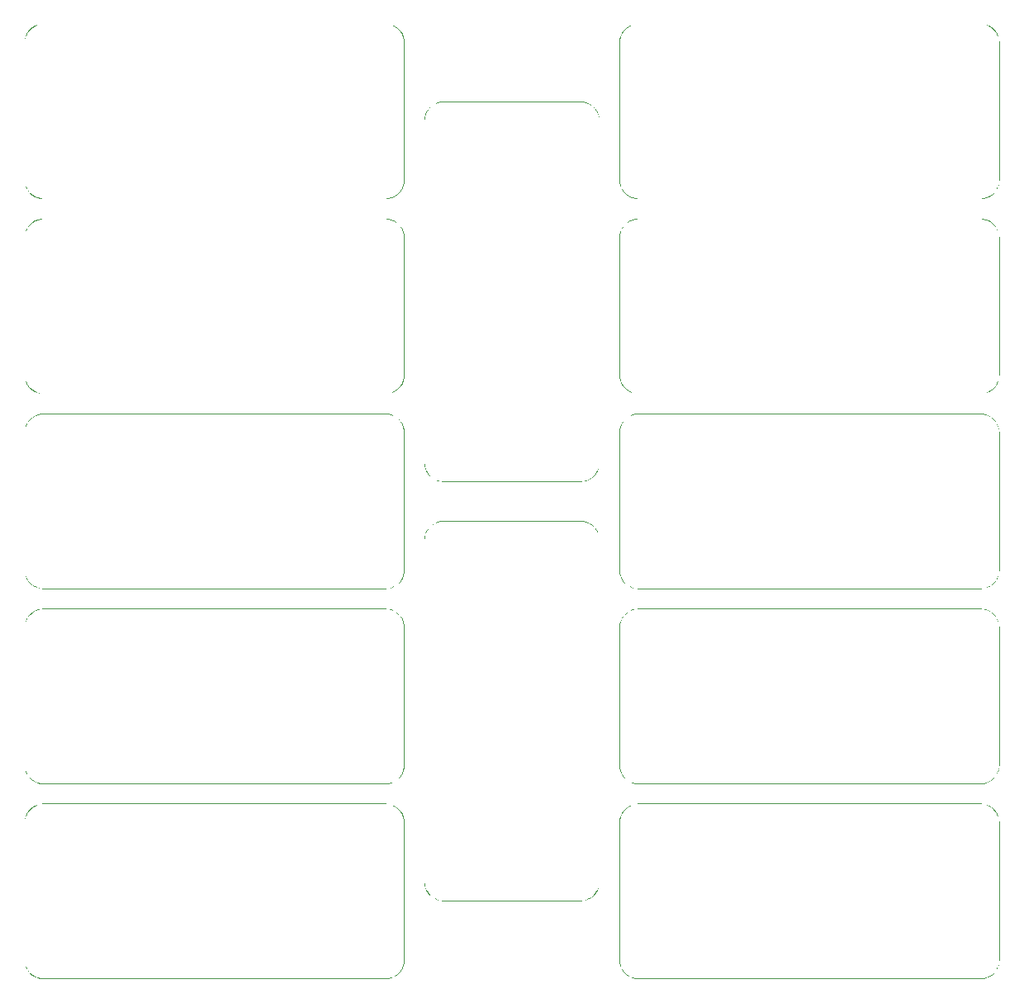
<source format=gbo>
%MOIN*%
%OFA0B0*%
%FSLAX44Y44*%
%IPPOS*%
%LPD*%
G36*
X00014565Y00007067D02*
G01*
X00014572Y00007068D01*
X00014577Y00007070D01*
X00014581Y00007074D01*
X00014583Y00007080D01*
X00014584Y00007085D01*
X00014565Y00007087D01*
X00014545Y00007087D01*
X00014547Y00007080D01*
X00014550Y00007074D01*
X00014554Y00007070D01*
X00014560Y00007068D01*
X00014565Y00007067D01*
G37*
G36*
X00014689Y00007057D02*
G01*
X00014695Y00007058D01*
X00014699Y00007060D01*
X00014705Y00007065D01*
X00014708Y00007070D01*
X00014708Y00007072D01*
X00014689Y00007076D01*
X00014565Y00007087D01*
X00014545Y00007087D01*
X00014547Y00007080D01*
X00014550Y00007074D01*
X00014554Y00007070D01*
X00014560Y00007068D01*
X00014565Y00007067D01*
X00014689Y00007057D01*
G37*
G36*
X00014809Y00007029D02*
G01*
X00014815Y00007029D01*
X00014821Y00007032D01*
X00014825Y00007037D01*
X00014826Y00007040D01*
X00014809Y00007047D01*
X00014689Y00007076D01*
X00014669Y00007078D01*
X00014669Y00007076D01*
X00014670Y00007070D01*
X00014673Y00007065D01*
X00014677Y00007060D01*
X00014683Y00007058D01*
X00014803Y00007029D01*
X00014809Y00007029D01*
G37*
G36*
X00014923Y00006981D02*
G01*
X00014928Y00006982D01*
X00014935Y00006984D01*
X00014939Y00006988D01*
X00014939Y00006991D01*
X00014923Y00007000D01*
X00014809Y00007047D01*
X00014790Y00007053D01*
X00014789Y00007047D01*
X00014790Y00007042D01*
X00014793Y00007037D01*
X00014797Y00007032D01*
X00014803Y00007029D01*
X00014917Y00006982D01*
X00014923Y00006981D01*
G37*
G36*
X00015028Y00006917D02*
G01*
X00015035Y00006918D01*
X00015040Y00006919D01*
X00015043Y00006923D01*
X00015028Y00006936D01*
X00014923Y00007000D01*
X00014905Y00007008D01*
X00014904Y00007007D01*
X00014903Y00007000D01*
X00014904Y00006995D01*
X00014907Y00006988D01*
X00014912Y00006984D01*
X00015017Y00006919D01*
X00015022Y00006918D01*
X00015028Y00006917D01*
G37*
G36*
X00015121Y00006835D02*
G01*
X00015129Y00006836D01*
X00015134Y00006840D01*
X00015135Y00006841D01*
X00015121Y00006856D01*
X00015028Y00006936D01*
X00015012Y00006947D01*
X00015009Y00006942D01*
X00015008Y00006936D01*
X00015009Y00006929D01*
X00015013Y00006924D01*
X00015017Y00006919D01*
X00015111Y00006840D01*
X00015116Y00006836D01*
X00015121Y00006835D01*
G37*
G36*
X00015203Y00006741D02*
G01*
X00015209Y00006742D01*
X00015213Y00006745D01*
X00015203Y00006762D01*
X00015121Y00006856D01*
X00015108Y00006868D01*
X00015107Y00006867D01*
X00015104Y00006861D01*
X00015103Y00006856D01*
X00015104Y00006850D01*
X00015107Y00006845D01*
X00015187Y00006751D01*
X00015190Y00006745D01*
X00015197Y00006742D01*
X00015203Y00006741D01*
G37*
G36*
X00015267Y00006637D02*
G01*
X00015272Y00006637D01*
X00015275Y00006639D01*
X00015267Y00006657D01*
X00015203Y00006762D01*
X00015189Y00006776D01*
X00015187Y00006773D01*
X00015183Y00006768D01*
X00015183Y00006762D01*
X00015183Y00006756D01*
X00015187Y00006751D01*
X00015250Y00006645D01*
X00015256Y00006641D01*
X00015261Y00006637D01*
X00015267Y00006637D01*
G37*
G36*
X00015315Y00006523D02*
G01*
X00015319Y00006524D01*
X00015315Y00006543D01*
X00015267Y00006657D01*
X00015257Y00006673D01*
X00015256Y00006673D01*
X00015250Y00006667D01*
X00015249Y00006663D01*
X00015247Y00006657D01*
X00015249Y00006650D01*
X00015296Y00006536D01*
X00015299Y00006530D01*
X00015303Y00006526D01*
X00015307Y00006524D01*
X00015315Y00006523D01*
G37*
G36*
X00015343Y00006403D02*
G01*
X00015345Y00006403D01*
X00015343Y00006423D01*
X00015315Y00006543D01*
X00015307Y00006560D01*
X00015303Y00006558D01*
X00015299Y00006554D01*
X00015296Y00006549D01*
X00015295Y00006543D01*
X00015296Y00006536D01*
X00015325Y00006415D01*
X00015327Y00006410D01*
X00015331Y00006406D01*
X00015337Y00006404D01*
X00015343Y00006403D01*
G37*
G36*
X00015353Y00006280D02*
G01*
X00015353Y00006299D01*
X00015343Y00006423D01*
X00015339Y00006440D01*
X00015337Y00006440D01*
X00015331Y00006437D01*
X00015327Y00006434D01*
X00015325Y00006429D01*
X00015324Y00006423D01*
X00015332Y00006299D01*
X00015334Y00006293D01*
X00015337Y00006288D01*
X00015342Y00006283D01*
X00015347Y00006281D01*
X00015353Y00006280D01*
G37*
G36*
X00015351Y00000767D02*
G01*
X00015353Y00000788D01*
X00015353Y00000806D01*
X00015347Y00000806D01*
X00015342Y00000803D01*
X00015337Y00000799D01*
X00015334Y00000793D01*
X00015332Y00000788D01*
X00015334Y00000781D01*
X00015337Y00000776D01*
X00015342Y00000772D01*
X00015347Y00000769D01*
X00015351Y00000767D01*
G37*
G36*
X00015339Y00000645D02*
G01*
X00015343Y00000664D01*
X00015353Y00000788D01*
X00015353Y00000806D01*
X00015347Y00000806D01*
X00015342Y00000803D01*
X00015337Y00000799D01*
X00015334Y00000793D01*
X00015332Y00000788D01*
X00015324Y00000664D01*
X00015325Y00000658D01*
X00015327Y00000653D01*
X00015331Y00000648D01*
X00015337Y00000646D01*
X00015339Y00000645D01*
G37*
G36*
X00015307Y00000526D02*
G01*
X00015315Y00000544D01*
X00015343Y00000664D01*
X00015345Y00000684D01*
X00015343Y00000684D01*
X00015337Y00000683D01*
X00015331Y00000680D01*
X00015327Y00000675D01*
X00015325Y00000670D01*
X00015296Y00000550D01*
X00015295Y00000544D01*
X00015296Y00000538D01*
X00015299Y00000533D01*
X00015303Y00000528D01*
X00015307Y00000526D01*
G37*
G36*
X00015257Y00000413D02*
G01*
X00015267Y00000429D01*
X00015315Y00000544D01*
X00015319Y00000563D01*
X00015315Y00000564D01*
X00015307Y00000563D01*
X00015303Y00000560D01*
X00015299Y00000556D01*
X00015296Y00000550D01*
X00015249Y00000436D01*
X00015247Y00000429D01*
X00015249Y00000424D01*
X00015250Y00000417D01*
X00015256Y00000413D01*
X00015257Y00000413D01*
G37*
G36*
X00015189Y00000310D02*
G01*
X00015203Y00000325D01*
X00015267Y00000429D01*
X00015275Y00000447D01*
X00015272Y00000449D01*
X00015267Y00000449D01*
X00015261Y00000449D01*
X00015256Y00000445D01*
X00015250Y00000442D01*
X00015187Y00000336D01*
X00015183Y00000331D01*
X00015183Y00000325D01*
X00015183Y00000319D01*
X00015187Y00000313D01*
X00015189Y00000310D01*
G37*
G36*
X00015108Y00000218D02*
G01*
X00015121Y00000231D01*
X00015203Y00000325D01*
X00015213Y00000341D01*
X00015209Y00000343D01*
X00015203Y00000344D01*
X00015197Y00000343D01*
X00015190Y00000341D01*
X00015187Y00000336D01*
X00015107Y00000241D01*
X00015104Y00000237D01*
X00015103Y00000231D01*
X00015104Y00000224D01*
X00015107Y00000219D01*
X00015108Y00000218D01*
G37*
G36*
X00015012Y00000140D02*
G01*
X00015028Y00000151D01*
X00015121Y00000231D01*
X00015135Y00000246D01*
X00015134Y00000247D01*
X00015129Y00000248D01*
X00015121Y00000250D01*
X00015116Y00000248D01*
X00015111Y00000247D01*
X00015017Y00000166D01*
X00015013Y00000162D01*
X00015009Y00000157D01*
X00015008Y00000151D01*
X00015009Y00000144D01*
X00015012Y00000140D01*
G37*
G36*
X00014905Y00000078D02*
G01*
X00014923Y00000086D01*
X00015028Y00000151D01*
X00015043Y00000162D01*
X00015040Y00000166D01*
X00015035Y00000168D01*
X00015028Y00000170D01*
X00015022Y00000168D01*
X00015017Y00000166D01*
X00014912Y00000101D01*
X00014907Y00000098D01*
X00014904Y00000092D01*
X00014903Y00000086D01*
X00014904Y00000080D01*
X00014905Y00000078D01*
G37*
G36*
X00014790Y00000034D02*
G01*
X00014809Y00000039D01*
X00014923Y00000086D01*
X00014939Y00000095D01*
X00014939Y00000098D01*
X00014935Y00000101D01*
X00014928Y00000105D01*
X00014923Y00000106D01*
X00014917Y00000105D01*
X00014803Y00000057D01*
X00014797Y00000055D01*
X00014793Y00000050D01*
X00014790Y00000045D01*
X00014789Y00000039D01*
X00014790Y00000034D01*
G37*
G36*
X00014669Y00000008D02*
G01*
X00014689Y00000010D01*
X00014809Y00000039D01*
X00014826Y00000046D01*
X00014825Y00000050D01*
X00014821Y00000055D01*
X00014815Y00000057D01*
X00014809Y00000057D01*
X00014803Y00000057D01*
X00014683Y00000028D01*
X00014677Y00000025D01*
X00014673Y00000021D01*
X00014670Y00000016D01*
X00014669Y00000010D01*
X00014669Y00000008D01*
G37*
G36*
X00014545Y00000000D02*
G01*
X00014565Y00000000D01*
X00014689Y00000010D01*
X00014708Y00000013D01*
X00014708Y00000016D01*
X00014705Y00000021D01*
X00014699Y00000025D01*
X00014695Y00000028D01*
X00014689Y00000028D01*
X00014565Y00000020D01*
X00014560Y00000019D01*
X00014554Y00000016D01*
X00014550Y00000011D01*
X00014547Y00000005D01*
X00014545Y00000000D01*
G37*
G36*
X00000786Y00000000D02*
G01*
X00000806Y00000000D01*
X00000804Y00000005D01*
X00000801Y00000011D01*
X00000798Y00000016D01*
X00000792Y00000019D01*
X00000786Y00000020D01*
X00000780Y00000019D01*
X00000775Y00000016D01*
X00000770Y00000011D01*
X00000767Y00000005D01*
X00000767Y00000002D01*
X00000786Y00000000D01*
G37*
G36*
X00000786Y00000000D02*
G01*
X00000806Y00000000D01*
X00000804Y00000005D01*
X00000801Y00000011D01*
X00000798Y00000016D01*
X00000792Y00000019D01*
X00000786Y00000020D01*
X00000663Y00000028D01*
X00000657Y00000028D01*
X00000651Y00000025D01*
X00000646Y00000021D01*
X00000644Y00000016D01*
X00000644Y00000013D01*
X00000663Y00000010D01*
X00000786Y00000000D01*
G37*
G36*
X00000682Y00000008D02*
G01*
X00000683Y00000010D01*
X00000682Y00000016D01*
X00000679Y00000021D01*
X00000675Y00000025D01*
X00000669Y00000028D01*
X00000549Y00000057D01*
X00000543Y00000057D01*
X00000537Y00000057D01*
X00000531Y00000055D01*
X00000527Y00000050D01*
X00000525Y00000046D01*
X00000543Y00000039D01*
X00000663Y00000010D01*
X00000682Y00000008D01*
G37*
G36*
X00000562Y00000034D02*
G01*
X00000563Y00000039D01*
X00000562Y00000045D01*
X00000559Y00000050D01*
X00000554Y00000055D01*
X00000549Y00000057D01*
X00000434Y00000105D01*
X00000428Y00000106D01*
X00000423Y00000105D01*
X00000417Y00000101D01*
X00000413Y00000098D01*
X00000411Y00000095D01*
X00000428Y00000086D01*
X00000543Y00000039D01*
X00000562Y00000034D01*
G37*
G36*
X00000446Y00000078D02*
G01*
X00000446Y00000080D01*
X00000447Y00000086D01*
X00000446Y00000092D01*
X00000445Y00000098D01*
X00000440Y00000101D01*
X00000335Y00000166D01*
X00000329Y00000168D01*
X00000323Y00000170D01*
X00000317Y00000168D01*
X00000312Y00000166D01*
X00000309Y00000162D01*
X00000323Y00000151D01*
X00000428Y00000086D01*
X00000446Y00000078D01*
G37*
G36*
X00000340Y00000140D02*
G01*
X00000342Y00000144D01*
X00000343Y00000151D01*
X00000342Y00000157D01*
X00000339Y00000162D01*
X00000335Y00000166D01*
X00000241Y00000247D01*
X00000235Y00000248D01*
X00000229Y00000250D01*
X00000222Y00000248D01*
X00000218Y00000247D01*
X00000217Y00000246D01*
X00000229Y00000231D01*
X00000323Y00000151D01*
X00000340Y00000140D01*
G37*
G36*
X00000244Y00000218D02*
G01*
X00000245Y00000219D01*
X00000248Y00000224D01*
X00000248Y00000231D01*
X00000248Y00000237D01*
X00000245Y00000241D01*
X00000165Y00000336D01*
X00000161Y00000341D01*
X00000155Y00000343D01*
X00000149Y00000344D01*
X00000143Y00000343D01*
X00000139Y00000341D01*
X00000149Y00000325D01*
X00000229Y00000231D01*
X00000244Y00000218D01*
G37*
G36*
X00000162Y00000310D02*
G01*
X00000165Y00000313D01*
X00000168Y00000319D01*
X00000168Y00000325D01*
X00000168Y00000331D01*
X00000165Y00000336D01*
X00000101Y00000442D01*
X00000095Y00000445D01*
X00000091Y00000449D01*
X00000085Y00000449D01*
X00000079Y00000449D01*
X00000077Y00000447D01*
X00000085Y00000429D01*
X00000149Y00000325D01*
X00000162Y00000310D01*
G37*
G36*
X00000095Y00000413D02*
G01*
X00000095Y00000413D01*
X00000101Y00000417D01*
X00000102Y00000424D01*
X00000103Y00000429D01*
X00000102Y00000436D01*
X00000055Y00000550D01*
X00000053Y00000556D01*
X00000049Y00000560D01*
X00000043Y00000563D01*
X00000037Y00000564D01*
X00000033Y00000563D01*
X00000037Y00000544D01*
X00000085Y00000429D01*
X00000095Y00000413D01*
G37*
G36*
X00000045Y00000526D02*
G01*
X00000049Y00000528D01*
X00000053Y00000533D01*
X00000055Y00000538D01*
X00000057Y00000544D01*
X00000055Y00000550D01*
X00000027Y00000670D01*
X00000023Y00000675D01*
X00000020Y00000680D01*
X00000015Y00000683D01*
X00000008Y00000684D01*
X00000006Y00000684D01*
X00000008Y00000664D01*
X00000037Y00000544D01*
X00000045Y00000526D01*
G37*
G36*
X00000012Y00000645D02*
G01*
X00000015Y00000646D01*
X00000020Y00000648D01*
X00000023Y00000653D01*
X00000027Y00000658D01*
X00000027Y00000664D01*
X00000018Y00000788D01*
X00000017Y00000793D01*
X00000015Y00000799D01*
X00000010Y00000803D01*
X00000005Y00000806D01*
X00000000Y00000806D01*
X00000000Y00000788D01*
X00000008Y00000664D01*
X00000012Y00000645D01*
G37*
G36*
X00000000Y00006280D02*
G01*
X00000005Y00006281D01*
X00000010Y00006283D01*
X00000015Y00006288D01*
X00000017Y00006293D01*
X00000018Y00006299D01*
X00000017Y00006304D01*
X00000015Y00006311D01*
X00000010Y00006314D01*
X00000005Y00006317D01*
X00000000Y00006318D01*
X00000000Y00006299D01*
X00000000Y00006280D01*
G37*
G36*
X00000000Y00006280D02*
G01*
X00000005Y00006281D01*
X00000010Y00006283D01*
X00000015Y00006288D01*
X00000017Y00006293D01*
X00000018Y00006299D01*
X00000027Y00006423D01*
X00000027Y00006429D01*
X00000023Y00006434D01*
X00000020Y00006437D01*
X00000015Y00006440D01*
X00000012Y00006440D01*
X00000008Y00006423D01*
X00000000Y00006299D01*
X00000000Y00006280D01*
G37*
G36*
X00000008Y00006403D02*
G01*
X00000015Y00006404D01*
X00000020Y00006406D01*
X00000023Y00006410D01*
X00000027Y00006415D01*
X00000055Y00006536D01*
X00000057Y00006543D01*
X00000055Y00006549D01*
X00000053Y00006554D01*
X00000049Y00006558D01*
X00000045Y00006560D01*
X00000037Y00006543D01*
X00000008Y00006423D01*
X00000006Y00006403D01*
X00000008Y00006403D01*
G37*
G36*
X00000037Y00006523D02*
G01*
X00000043Y00006524D01*
X00000049Y00006526D01*
X00000053Y00006530D01*
X00000055Y00006536D01*
X00000102Y00006650D01*
X00000103Y00006657D01*
X00000102Y00006663D01*
X00000101Y00006667D01*
X00000095Y00006673D01*
X00000095Y00006673D01*
X00000085Y00006657D01*
X00000037Y00006543D01*
X00000033Y00006524D01*
X00000037Y00006523D01*
G37*
G36*
X00000085Y00006637D02*
G01*
X00000091Y00006637D01*
X00000095Y00006641D01*
X00000101Y00006645D01*
X00000165Y00006751D01*
X00000168Y00006756D01*
X00000168Y00006762D01*
X00000168Y00006768D01*
X00000165Y00006773D01*
X00000162Y00006776D01*
X00000149Y00006762D01*
X00000085Y00006657D01*
X00000077Y00006639D01*
X00000079Y00006637D01*
X00000085Y00006637D01*
G37*
G36*
X00000149Y00006741D02*
G01*
X00000155Y00006742D01*
X00000161Y00006745D01*
X00000165Y00006751D01*
X00000245Y00006845D01*
X00000248Y00006850D01*
X00000248Y00006856D01*
X00000248Y00006861D01*
X00000245Y00006867D01*
X00000244Y00006868D01*
X00000229Y00006856D01*
X00000149Y00006762D01*
X00000139Y00006745D01*
X00000143Y00006742D01*
X00000149Y00006741D01*
G37*
G36*
X00000229Y00006835D02*
G01*
X00000235Y00006836D01*
X00000241Y00006840D01*
X00000335Y00006919D01*
X00000339Y00006924D01*
X00000342Y00006929D01*
X00000343Y00006936D01*
X00000342Y00006942D01*
X00000340Y00006947D01*
X00000323Y00006936D01*
X00000229Y00006856D01*
X00000217Y00006841D01*
X00000218Y00006840D01*
X00000222Y00006836D01*
X00000229Y00006835D01*
G37*
G36*
X00000323Y00006917D02*
G01*
X00000329Y00006918D01*
X00000335Y00006919D01*
X00000440Y00006984D01*
X00000445Y00006988D01*
X00000446Y00006995D01*
X00000447Y00007000D01*
X00000446Y00007007D01*
X00000446Y00007008D01*
X00000428Y00007000D01*
X00000323Y00006936D01*
X00000309Y00006923D01*
X00000312Y00006919D01*
X00000317Y00006918D01*
X00000323Y00006917D01*
G37*
G36*
X00000428Y00006981D02*
G01*
X00000434Y00006982D01*
X00000549Y00007029D01*
X00000554Y00007032D01*
X00000559Y00007037D01*
X00000562Y00007042D01*
X00000563Y00007047D01*
X00000562Y00007053D01*
X00000543Y00007047D01*
X00000428Y00007000D01*
X00000411Y00006991D01*
X00000413Y00006988D01*
X00000417Y00006984D01*
X00000423Y00006982D01*
X00000428Y00006981D01*
G37*
G36*
X00000543Y00007029D02*
G01*
X00000549Y00007029D01*
X00000669Y00007058D01*
X00000675Y00007060D01*
X00000679Y00007065D01*
X00000682Y00007070D01*
X00000683Y00007076D01*
X00000682Y00007078D01*
X00000663Y00007076D01*
X00000543Y00007047D01*
X00000525Y00007040D01*
X00000527Y00007037D01*
X00000531Y00007032D01*
X00000537Y00007029D01*
X00000543Y00007029D01*
G37*
G36*
X00000663Y00007057D02*
G01*
X00000786Y00007067D01*
X00000792Y00007068D01*
X00000798Y00007070D01*
X00000801Y00007074D01*
X00000804Y00007080D01*
X00000806Y00007087D01*
X00000786Y00007087D01*
X00000663Y00007076D01*
X00000644Y00007072D01*
X00000644Y00007070D01*
X00000646Y00007065D01*
X00000651Y00007060D01*
X00000657Y00007058D01*
X00000663Y00007057D01*
G37*
G36*
X00015351Y00000767D02*
G01*
X00015353Y00000788D01*
X00015353Y00006299D01*
X00015351Y00006318D01*
X00015347Y00006317D01*
X00015342Y00006314D01*
X00015337Y00006311D01*
X00015334Y00006304D01*
X00015332Y00006299D01*
X00015332Y00000788D01*
X00015334Y00000781D01*
X00015337Y00000776D01*
X00015342Y00000772D01*
X00015347Y00000769D01*
X00015351Y00000767D01*
G37*
G36*
X00000786Y00000000D02*
G01*
X00014565Y00000000D01*
X00014584Y00000002D01*
X00014583Y00000005D01*
X00014581Y00000011D01*
X00014577Y00000016D01*
X00014572Y00000019D01*
X00014565Y00000020D01*
X00000786Y00000020D01*
X00000780Y00000019D01*
X00000775Y00000016D01*
X00000770Y00000011D01*
X00000767Y00000005D01*
X00000767Y00000002D01*
X00000786Y00000000D01*
G37*
G36*
X00000000Y00000767D02*
G01*
X00000005Y00000769D01*
X00000010Y00000772D01*
X00000015Y00000776D01*
X00000017Y00000781D01*
X00000018Y00000788D01*
X00000018Y00006299D01*
X00000017Y00006304D01*
X00000015Y00006311D01*
X00000010Y00006314D01*
X00000005Y00006317D01*
X00000000Y00006318D01*
X00000000Y00006299D01*
X00000000Y00000788D01*
X00000000Y00000767D01*
G37*
G36*
X00014565Y00007067D02*
G01*
X00014572Y00007068D01*
X00014577Y00007070D01*
X00014581Y00007074D01*
X00014583Y00007080D01*
X00014584Y00007085D01*
X00014565Y00007087D01*
X00000786Y00007087D01*
X00000767Y00007085D01*
X00000767Y00007080D01*
X00000770Y00007074D01*
X00000775Y00007070D01*
X00000780Y00007068D01*
X00000786Y00007067D01*
X00014565Y00007067D01*
G37*
G04 next file*
G36*
X00038582Y00014941D02*
G01*
X00038588Y00014941D01*
X00038593Y00014945D01*
X00038598Y00014948D01*
X00038600Y00014955D01*
X00038601Y00014959D01*
X00038582Y00014961D01*
X00038561Y00014961D01*
X00038563Y00014955D01*
X00038565Y00014948D01*
X00038570Y00014945D01*
X00038576Y00014941D01*
X00038582Y00014941D01*
G37*
G36*
X00038705Y00014931D02*
G01*
X00038711Y00014932D01*
X00038716Y00014935D01*
X00038721Y00014939D01*
X00038724Y00014945D01*
X00038724Y00014945D01*
X00038705Y00014951D01*
X00038582Y00014961D01*
X00038561Y00014961D01*
X00038563Y00014955D01*
X00038565Y00014948D01*
X00038570Y00014945D01*
X00038576Y00014941D01*
X00038582Y00014941D01*
X00038705Y00014931D01*
G37*
G36*
X00038825Y00014903D02*
G01*
X00038831Y00014903D01*
X00038837Y00014906D01*
X00038841Y00014911D01*
X00038843Y00014915D01*
X00038825Y00014922D01*
X00038705Y00014951D01*
X00038685Y00014953D01*
X00038685Y00014951D01*
X00038685Y00014945D01*
X00038689Y00014939D01*
X00038693Y00014935D01*
X00038699Y00014932D01*
X00038819Y00014903D01*
X00038825Y00014903D01*
G37*
G36*
X00038939Y00014855D02*
G01*
X00038945Y00014856D01*
X00038951Y00014859D01*
X00038955Y00014863D01*
X00038956Y00014865D01*
X00038939Y00014875D01*
X00038825Y00014922D01*
X00038805Y00014927D01*
X00038805Y00014922D01*
X00038805Y00014916D01*
X00038809Y00014911D01*
X00038813Y00014906D01*
X00038819Y00014903D01*
X00038933Y00014856D01*
X00038939Y00014855D01*
G37*
G36*
X00039045Y00014791D02*
G01*
X00039051Y00014792D01*
X00039056Y00014794D01*
X00039059Y00014798D01*
X00039045Y00014810D01*
X00038939Y00014875D01*
X00038921Y00014881D01*
X00038920Y00014881D01*
X00038919Y00014875D01*
X00038920Y00014869D01*
X00038923Y00014863D01*
X00038928Y00014859D01*
X00039033Y00014794D01*
X00039037Y00014792D01*
X00039045Y00014791D01*
G37*
G36*
X00039138Y00014710D02*
G01*
X00039145Y00014711D01*
X00039149Y00014714D01*
X00039151Y00014715D01*
X00039138Y00014730D01*
X00039045Y00014810D01*
X00039028Y00014821D01*
X00039026Y00014816D01*
X00039025Y00014810D01*
X00039026Y00014804D01*
X00039029Y00014799D01*
X00039033Y00014794D01*
X00039126Y00014714D01*
X00039132Y00014711D01*
X00039138Y00014710D01*
G37*
G36*
X00039219Y00014616D02*
G01*
X00039225Y00014617D01*
X00039229Y00014620D01*
X00039219Y00014635D01*
X00039138Y00014730D01*
X00039124Y00014743D01*
X00039123Y00014742D01*
X00039120Y00014736D01*
X00039119Y00014730D01*
X00039120Y00014724D01*
X00039123Y00014719D01*
X00039203Y00014625D01*
X00039207Y00014620D01*
X00039213Y00014617D01*
X00039219Y00014616D01*
G37*
G36*
X00039283Y00014511D02*
G01*
X00039289Y00014512D01*
X00039291Y00014513D01*
X00039283Y00014531D01*
X00039219Y00014635D01*
X00039206Y00014651D01*
X00039203Y00014648D01*
X00039200Y00014641D01*
X00039199Y00014635D01*
X00039200Y00014630D01*
X00039203Y00014625D01*
X00039267Y00014519D01*
X00039272Y00014515D01*
X00039277Y00014512D01*
X00039283Y00014511D01*
G37*
G36*
X00039331Y00014397D02*
G01*
X00039335Y00014397D01*
X00039331Y00014417D01*
X00039283Y00014531D01*
X00039273Y00014547D01*
X00039272Y00014547D01*
X00039267Y00014542D01*
X00039265Y00014537D01*
X00039264Y00014531D01*
X00039265Y00014524D01*
X00039312Y00014411D01*
X00039315Y00014404D01*
X00039319Y00014401D01*
X00039324Y00014397D01*
X00039331Y00014397D01*
G37*
G36*
X00039359Y00014277D02*
G01*
X00039361Y00014277D01*
X00039359Y00014297D01*
X00039331Y00014417D01*
X00039323Y00014435D01*
X00039319Y00014433D01*
X00039315Y00014428D01*
X00039312Y00014423D01*
X00039311Y00014417D01*
X00039312Y00014411D01*
X00039341Y00014290D01*
X00039343Y00014285D01*
X00039348Y00014281D01*
X00039353Y00014277D01*
X00039359Y00014277D01*
G37*
G36*
X00039369Y00014153D02*
G01*
X00039369Y00014173D01*
X00039359Y00014297D01*
X00039355Y00014315D01*
X00039353Y00014315D01*
X00039348Y00014312D01*
X00039343Y00014308D01*
X00039341Y00014303D01*
X00039340Y00014297D01*
X00039349Y00014173D01*
X00039350Y00014167D01*
X00039353Y00014161D01*
X00039358Y00014157D01*
X00039363Y00014155D01*
X00039369Y00014153D01*
G37*
G36*
X00039368Y00008642D02*
G01*
X00039369Y00008662D01*
X00039369Y00008681D01*
X00039363Y00008680D01*
X00039358Y00008677D01*
X00039353Y00008673D01*
X00039350Y00008668D01*
X00039349Y00008662D01*
X00039350Y00008655D01*
X00039353Y00008650D01*
X00039358Y00008646D01*
X00039363Y00008643D01*
X00039368Y00008642D01*
G37*
G36*
X00039355Y00008519D02*
G01*
X00039359Y00008538D01*
X00039369Y00008662D01*
X00039369Y00008681D01*
X00039363Y00008680D01*
X00039358Y00008677D01*
X00039353Y00008673D01*
X00039350Y00008668D01*
X00039349Y00008662D01*
X00039340Y00008538D01*
X00039341Y00008532D01*
X00039343Y00008527D01*
X00039348Y00008522D01*
X00039353Y00008520D01*
X00039355Y00008519D01*
G37*
G36*
X00039323Y00008400D02*
G01*
X00039331Y00008418D01*
X00039359Y00008538D01*
X00039361Y00008558D01*
X00039359Y00008558D01*
X00039353Y00008557D01*
X00039348Y00008554D01*
X00039343Y00008550D01*
X00039341Y00008544D01*
X00039312Y00008424D01*
X00039311Y00008418D01*
X00039312Y00008412D01*
X00039315Y00008407D01*
X00039319Y00008402D01*
X00039323Y00008400D01*
G37*
G36*
X00039273Y00008287D02*
G01*
X00039283Y00008304D01*
X00039331Y00008418D01*
X00039335Y00008437D01*
X00039331Y00008438D01*
X00039324Y00008437D01*
X00039319Y00008434D01*
X00039315Y00008430D01*
X00039312Y00008424D01*
X00039265Y00008310D01*
X00039264Y00008304D01*
X00039265Y00008298D01*
X00039267Y00008292D01*
X00039272Y00008288D01*
X00039273Y00008287D01*
G37*
G36*
X00039206Y00008184D02*
G01*
X00039219Y00008199D01*
X00039283Y00008304D01*
X00039291Y00008322D01*
X00039289Y00008323D01*
X00039283Y00008324D01*
X00039277Y00008323D01*
X00039272Y00008320D01*
X00039267Y00008316D01*
X00039203Y00008210D01*
X00039200Y00008205D01*
X00039199Y00008199D01*
X00039200Y00008193D01*
X00039203Y00008187D01*
X00039206Y00008184D01*
G37*
G36*
X00039124Y00008092D02*
G01*
X00039138Y00008105D01*
X00039219Y00008199D01*
X00039229Y00008215D01*
X00039225Y00008217D01*
X00039219Y00008218D01*
X00039213Y00008217D01*
X00039207Y00008215D01*
X00039203Y00008210D01*
X00039123Y00008116D01*
X00039120Y00008111D01*
X00039119Y00008105D01*
X00039120Y00008098D01*
X00039123Y00008093D01*
X00039124Y00008092D01*
G37*
G36*
X00039028Y00008014D02*
G01*
X00039045Y00008025D01*
X00039138Y00008105D01*
X00039151Y00008120D01*
X00039149Y00008121D01*
X00039145Y00008123D01*
X00039138Y00008124D01*
X00039132Y00008123D01*
X00039126Y00008121D01*
X00039033Y00008040D01*
X00039029Y00008036D01*
X00039026Y00008031D01*
X00039025Y00008025D01*
X00039026Y00008017D01*
X00039028Y00008014D01*
G37*
G36*
X00038921Y00007952D02*
G01*
X00038939Y00007960D01*
X00039045Y00008025D01*
X00039059Y00008037D01*
X00039056Y00008040D01*
X00039051Y00008043D01*
X00039045Y00008044D01*
X00039037Y00008043D01*
X00039033Y00008040D01*
X00038928Y00007976D01*
X00038923Y00007972D01*
X00038920Y00007966D01*
X00038919Y00007960D01*
X00038920Y00007954D01*
X00038921Y00007952D01*
G37*
G36*
X00038805Y00007907D02*
G01*
X00038825Y00007913D01*
X00038939Y00007960D01*
X00038956Y00007970D01*
X00038955Y00007972D01*
X00038951Y00007976D01*
X00038945Y00007979D01*
X00038939Y00007980D01*
X00038933Y00007979D01*
X00038819Y00007931D01*
X00038813Y00007929D01*
X00038809Y00007924D01*
X00038805Y00007919D01*
X00038805Y00007913D01*
X00038805Y00007907D01*
G37*
G36*
X00038685Y00007882D02*
G01*
X00038705Y00007884D01*
X00038825Y00007913D01*
X00038843Y00007920D01*
X00038841Y00007924D01*
X00038837Y00007929D01*
X00038831Y00007931D01*
X00038825Y00007932D01*
X00038819Y00007931D01*
X00038699Y00007903D01*
X00038693Y00007900D01*
X00038689Y00007895D01*
X00038685Y00007890D01*
X00038685Y00007884D01*
X00038685Y00007882D01*
G37*
G36*
X00038561Y00007874D02*
G01*
X00038582Y00007874D01*
X00038705Y00007884D01*
X00038724Y00007887D01*
X00038724Y00007890D01*
X00038721Y00007895D01*
X00038716Y00007900D01*
X00038711Y00007903D01*
X00038705Y00007903D01*
X00038582Y00007894D01*
X00038576Y00007893D01*
X00038570Y00007890D01*
X00038565Y00007886D01*
X00038563Y00007880D01*
X00038561Y00007874D01*
G37*
G36*
X00024802Y00007874D02*
G01*
X00024822Y00007874D01*
X00024821Y00007880D01*
X00024817Y00007886D01*
X00024814Y00007890D01*
X00024808Y00007893D01*
X00024802Y00007894D01*
X00024796Y00007893D01*
X00024791Y00007890D01*
X00024786Y00007886D01*
X00024783Y00007880D01*
X00024783Y00007876D01*
X00024802Y00007874D01*
G37*
G36*
X00024802Y00007874D02*
G01*
X00024822Y00007874D01*
X00024821Y00007880D01*
X00024817Y00007886D01*
X00024814Y00007890D01*
X00024808Y00007893D01*
X00024802Y00007894D01*
X00024679Y00007903D01*
X00024673Y00007903D01*
X00024667Y00007900D01*
X00024663Y00007895D01*
X00024660Y00007890D01*
X00024660Y00007887D01*
X00024679Y00007884D01*
X00024802Y00007874D01*
G37*
G36*
X00024698Y00007882D02*
G01*
X00024699Y00007884D01*
X00024698Y00007890D01*
X00024695Y00007895D01*
X00024691Y00007900D01*
X00024685Y00007903D01*
X00024565Y00007931D01*
X00024559Y00007932D01*
X00024552Y00007931D01*
X00024547Y00007929D01*
X00024543Y00007924D01*
X00024541Y00007920D01*
X00024559Y00007913D01*
X00024679Y00007884D01*
X00024698Y00007882D01*
G37*
G36*
X00024578Y00007907D02*
G01*
X00024579Y00007913D01*
X00024578Y00007919D01*
X00024575Y00007924D01*
X00024570Y00007929D01*
X00024565Y00007931D01*
X00024451Y00007979D01*
X00024445Y00007980D01*
X00024439Y00007979D01*
X00024432Y00007976D01*
X00024429Y00007972D01*
X00024428Y00007970D01*
X00024445Y00007960D01*
X00024559Y00007913D01*
X00024578Y00007907D01*
G37*
G36*
X00024463Y00007952D02*
G01*
X00024463Y00007954D01*
X00024464Y00007960D01*
X00024463Y00007966D01*
X00024461Y00007972D01*
X00024456Y00007976D01*
X00024351Y00008040D01*
X00024345Y00008043D01*
X00024339Y00008044D01*
X00024333Y00008043D01*
X00024328Y00008040D01*
X00024325Y00008037D01*
X00024339Y00008025D01*
X00024445Y00007960D01*
X00024463Y00007952D01*
G37*
G36*
X00024356Y00008014D02*
G01*
X00024358Y00008017D01*
X00024359Y00008025D01*
X00024358Y00008031D01*
X00024355Y00008036D01*
X00024351Y00008040D01*
X00024257Y00008121D01*
X00024251Y00008123D01*
X00024245Y00008124D01*
X00024239Y00008123D01*
X00024234Y00008121D01*
X00024232Y00008120D01*
X00024245Y00008105D01*
X00024339Y00008025D01*
X00024356Y00008014D01*
G37*
G36*
X00024260Y00008092D02*
G01*
X00024261Y00008093D01*
X00024264Y00008098D01*
X00024265Y00008105D01*
X00024264Y00008111D01*
X00024261Y00008116D01*
X00024181Y00008210D01*
X00024177Y00008215D01*
X00024171Y00008217D01*
X00024165Y00008218D01*
X00024159Y00008217D01*
X00024155Y00008215D01*
X00024165Y00008199D01*
X00024245Y00008105D01*
X00024260Y00008092D01*
G37*
G36*
X00024178Y00008184D02*
G01*
X00024181Y00008187D01*
X00024184Y00008193D01*
X00024185Y00008199D01*
X00024184Y00008205D01*
X00024181Y00008210D01*
X00024117Y00008316D01*
X00024112Y00008320D01*
X00024107Y00008323D01*
X00024101Y00008324D01*
X00024095Y00008323D01*
X00024093Y00008322D01*
X00024101Y00008304D01*
X00024165Y00008199D01*
X00024178Y00008184D01*
G37*
G36*
X00024110Y00008287D02*
G01*
X00024112Y00008288D01*
X00024117Y00008292D01*
X00024119Y00008298D01*
X00024120Y00008304D01*
X00024119Y00008310D01*
X00024072Y00008424D01*
X00024068Y00008430D01*
X00024065Y00008434D01*
X00024059Y00008437D01*
X00024053Y00008438D01*
X00024049Y00008437D01*
X00024053Y00008418D01*
X00024101Y00008304D01*
X00024110Y00008287D01*
G37*
G36*
X00024061Y00008400D02*
G01*
X00024065Y00008402D01*
X00024068Y00008407D01*
X00024072Y00008412D01*
X00024073Y00008418D01*
X00024072Y00008424D01*
X00024043Y00008544D01*
X00024040Y00008550D01*
X00024036Y00008554D01*
X00024030Y00008557D01*
X00024024Y00008558D01*
X00024023Y00008558D01*
X00024024Y00008538D01*
X00024053Y00008418D01*
X00024061Y00008400D01*
G37*
G36*
X00024028Y00008519D02*
G01*
X00024030Y00008520D01*
X00024036Y00008522D01*
X00024040Y00008527D01*
X00024043Y00008532D01*
X00024044Y00008538D01*
X00024034Y00008662D01*
X00024033Y00008668D01*
X00024030Y00008673D01*
X00024026Y00008677D01*
X00024021Y00008680D01*
X00024015Y00008681D01*
X00024015Y00008662D01*
X00024024Y00008538D01*
X00024028Y00008519D01*
G37*
G36*
X00024015Y00014153D02*
G01*
X00024021Y00014155D01*
X00024026Y00014157D01*
X00024030Y00014161D01*
X00024033Y00014167D01*
X00024034Y00014173D01*
X00024033Y00014179D01*
X00024030Y00014185D01*
X00024026Y00014189D01*
X00024021Y00014192D01*
X00024016Y00014193D01*
X00024015Y00014173D01*
X00024015Y00014153D01*
G37*
G36*
X00024015Y00014153D02*
G01*
X00024021Y00014155D01*
X00024026Y00014157D01*
X00024030Y00014161D01*
X00024033Y00014167D01*
X00024034Y00014173D01*
X00024044Y00014297D01*
X00024043Y00014303D01*
X00024040Y00014308D01*
X00024036Y00014312D01*
X00024030Y00014315D01*
X00024028Y00014315D01*
X00024024Y00014297D01*
X00024015Y00014173D01*
X00024015Y00014153D01*
G37*
G36*
X00024024Y00014277D02*
G01*
X00024030Y00014277D01*
X00024036Y00014281D01*
X00024040Y00014285D01*
X00024043Y00014290D01*
X00024072Y00014411D01*
X00024073Y00014417D01*
X00024072Y00014423D01*
X00024068Y00014428D01*
X00024065Y00014433D01*
X00024061Y00014435D01*
X00024053Y00014417D01*
X00024024Y00014297D01*
X00024023Y00014277D01*
X00024024Y00014277D01*
G37*
G36*
X00024053Y00014397D02*
G01*
X00024059Y00014397D01*
X00024065Y00014401D01*
X00024068Y00014404D01*
X00024072Y00014411D01*
X00024119Y00014524D01*
X00024120Y00014531D01*
X00024119Y00014537D01*
X00024117Y00014542D01*
X00024112Y00014547D01*
X00024110Y00014547D01*
X00024101Y00014531D01*
X00024053Y00014417D01*
X00024049Y00014397D01*
X00024053Y00014397D01*
G37*
G36*
X00024101Y00014511D02*
G01*
X00024107Y00014512D01*
X00024112Y00014515D01*
X00024117Y00014519D01*
X00024181Y00014625D01*
X00024184Y00014630D01*
X00024185Y00014635D01*
X00024184Y00014641D01*
X00024181Y00014648D01*
X00024178Y00014651D01*
X00024165Y00014635D01*
X00024101Y00014531D01*
X00024093Y00014513D01*
X00024095Y00014512D01*
X00024101Y00014511D01*
G37*
G36*
X00024165Y00014616D02*
G01*
X00024171Y00014617D01*
X00024177Y00014620D01*
X00024181Y00014625D01*
X00024261Y00014719D01*
X00024264Y00014724D01*
X00024265Y00014730D01*
X00024264Y00014736D01*
X00024261Y00014742D01*
X00024260Y00014743D01*
X00024245Y00014730D01*
X00024165Y00014635D01*
X00024155Y00014620D01*
X00024159Y00014617D01*
X00024165Y00014616D01*
G37*
G36*
X00024245Y00014710D02*
G01*
X00024251Y00014711D01*
X00024257Y00014714D01*
X00024351Y00014794D01*
X00024355Y00014799D01*
X00024358Y00014804D01*
X00024359Y00014810D01*
X00024358Y00014816D01*
X00024356Y00014821D01*
X00024339Y00014810D01*
X00024245Y00014730D01*
X00024232Y00014715D01*
X00024234Y00014714D01*
X00024239Y00014711D01*
X00024245Y00014710D01*
G37*
G36*
X00024339Y00014791D02*
G01*
X00024345Y00014792D01*
X00024351Y00014794D01*
X00024456Y00014859D01*
X00024461Y00014863D01*
X00024463Y00014869D01*
X00024464Y00014875D01*
X00024463Y00014881D01*
X00024463Y00014881D01*
X00024445Y00014875D01*
X00024339Y00014810D01*
X00024325Y00014798D01*
X00024328Y00014794D01*
X00024333Y00014792D01*
X00024339Y00014791D01*
G37*
G36*
X00024445Y00014855D02*
G01*
X00024451Y00014856D01*
X00024565Y00014903D01*
X00024570Y00014906D01*
X00024575Y00014911D01*
X00024578Y00014916D01*
X00024579Y00014922D01*
X00024578Y00014927D01*
X00024559Y00014922D01*
X00024445Y00014875D01*
X00024428Y00014865D01*
X00024429Y00014863D01*
X00024432Y00014859D01*
X00024439Y00014856D01*
X00024445Y00014855D01*
G37*
G36*
X00024559Y00014903D02*
G01*
X00024565Y00014903D01*
X00024685Y00014932D01*
X00024691Y00014935D01*
X00024695Y00014939D01*
X00024698Y00014945D01*
X00024699Y00014951D01*
X00024698Y00014953D01*
X00024679Y00014951D01*
X00024559Y00014922D01*
X00024541Y00014915D01*
X00024543Y00014911D01*
X00024547Y00014906D01*
X00024552Y00014903D01*
X00024559Y00014903D01*
G37*
G36*
X00024679Y00014931D02*
G01*
X00024802Y00014941D01*
X00024808Y00014941D01*
X00024814Y00014945D01*
X00024817Y00014948D01*
X00024821Y00014955D01*
X00024822Y00014961D01*
X00024802Y00014961D01*
X00024679Y00014951D01*
X00024660Y00014945D01*
X00024660Y00014945D01*
X00024663Y00014939D01*
X00024667Y00014935D01*
X00024673Y00014932D01*
X00024679Y00014931D01*
G37*
G36*
X00039368Y00008642D02*
G01*
X00039369Y00008662D01*
X00039369Y00014173D01*
X00039368Y00014193D01*
X00039363Y00014192D01*
X00039358Y00014189D01*
X00039353Y00014185D01*
X00039350Y00014179D01*
X00039349Y00014173D01*
X00039349Y00008662D01*
X00039350Y00008655D01*
X00039353Y00008650D01*
X00039358Y00008646D01*
X00039363Y00008643D01*
X00039368Y00008642D01*
G37*
G36*
X00024802Y00007874D02*
G01*
X00038582Y00007874D01*
X00038601Y00007876D01*
X00038600Y00007880D01*
X00038598Y00007886D01*
X00038593Y00007890D01*
X00038588Y00007893D01*
X00038582Y00007894D01*
X00024802Y00007894D01*
X00024796Y00007893D01*
X00024791Y00007890D01*
X00024786Y00007886D01*
X00024783Y00007880D01*
X00024783Y00007876D01*
X00024802Y00007874D01*
G37*
G36*
X00024016Y00008642D02*
G01*
X00024021Y00008643D01*
X00024026Y00008646D01*
X00024030Y00008650D01*
X00024033Y00008655D01*
X00024034Y00008662D01*
X00024034Y00014173D01*
X00024033Y00014179D01*
X00024030Y00014185D01*
X00024026Y00014189D01*
X00024021Y00014192D01*
X00024016Y00014193D01*
X00024015Y00014173D01*
X00024015Y00008662D01*
X00024016Y00008642D01*
G37*
G36*
X00038582Y00014941D02*
G01*
X00038588Y00014941D01*
X00038593Y00014945D01*
X00038598Y00014948D01*
X00038600Y00014955D01*
X00038601Y00014959D01*
X00038582Y00014961D01*
X00024802Y00014961D01*
X00024783Y00014959D01*
X00024783Y00014955D01*
X00024786Y00014948D01*
X00024791Y00014945D01*
X00024796Y00014941D01*
X00024802Y00014941D01*
X00038582Y00014941D01*
G37*
G04 next file*
G36*
X00038582Y00022815D02*
G01*
X00038588Y00022816D01*
X00038593Y00022818D01*
X00038598Y00022823D01*
X00038600Y00022829D01*
X00038601Y00022833D01*
X00038582Y00022835D01*
X00038561Y00022835D01*
X00038563Y00022829D01*
X00038565Y00022823D01*
X00038570Y00022818D01*
X00038576Y00022816D01*
X00038582Y00022815D01*
G37*
G36*
X00038705Y00022805D02*
G01*
X00038711Y00022806D01*
X00038716Y00022809D01*
X00038721Y00022813D01*
X00038724Y00022818D01*
X00038724Y00022820D01*
X00038705Y00022825D01*
X00038582Y00022835D01*
X00038561Y00022835D01*
X00038563Y00022829D01*
X00038565Y00022823D01*
X00038570Y00022818D01*
X00038576Y00022816D01*
X00038582Y00022815D01*
X00038705Y00022805D01*
G37*
G36*
X00038825Y00022777D02*
G01*
X00038831Y00022777D01*
X00038837Y00022780D01*
X00038841Y00022785D01*
X00038843Y00022789D01*
X00038825Y00022796D01*
X00038705Y00022825D01*
X00038685Y00022827D01*
X00038685Y00022825D01*
X00038685Y00022818D01*
X00038689Y00022813D01*
X00038693Y00022809D01*
X00038699Y00022806D01*
X00038819Y00022777D01*
X00038825Y00022777D01*
G37*
G36*
X00038939Y00022729D02*
G01*
X00038945Y00022730D01*
X00038951Y00022733D01*
X00038955Y00022737D01*
X00038956Y00022738D01*
X00038939Y00022749D01*
X00038825Y00022796D01*
X00038805Y00022801D01*
X00038805Y00022796D01*
X00038805Y00022790D01*
X00038809Y00022785D01*
X00038813Y00022780D01*
X00038819Y00022777D01*
X00038933Y00022730D01*
X00038939Y00022729D01*
G37*
G36*
X00039045Y00022665D02*
G01*
X00039051Y00022666D01*
X00039056Y00022668D01*
X00039059Y00022672D01*
X00039045Y00022684D01*
X00038939Y00022749D01*
X00038921Y00022756D01*
X00038920Y00022755D01*
X00038919Y00022749D01*
X00038920Y00022743D01*
X00038923Y00022737D01*
X00038928Y00022733D01*
X00039033Y00022668D01*
X00039037Y00022666D01*
X00039045Y00022665D01*
G37*
G36*
X00039138Y00022584D02*
G01*
X00039145Y00022585D01*
X00039149Y00022588D01*
X00039151Y00022589D01*
X00039138Y00022604D01*
X00039045Y00022684D01*
X00039028Y00022695D01*
X00039026Y00022690D01*
X00039025Y00022684D01*
X00039026Y00022677D01*
X00039029Y00022673D01*
X00039033Y00022668D01*
X00039126Y00022588D01*
X00039132Y00022585D01*
X00039138Y00022584D01*
G37*
G36*
X00039219Y00022490D02*
G01*
X00039225Y00022491D01*
X00039229Y00022494D01*
X00039219Y00022510D01*
X00039138Y00022604D01*
X00039124Y00022617D01*
X00039123Y00022616D01*
X00039120Y00022610D01*
X00039119Y00022604D01*
X00039120Y00022597D01*
X00039123Y00022593D01*
X00039203Y00022498D01*
X00039207Y00022494D01*
X00039213Y00022491D01*
X00039219Y00022490D01*
G37*
G36*
X00039283Y00022385D02*
G01*
X00039289Y00022386D01*
X00039291Y00022387D01*
X00039283Y00022405D01*
X00039219Y00022510D01*
X00039206Y00022525D01*
X00039203Y00022522D01*
X00039200Y00022516D01*
X00039199Y00022510D01*
X00039200Y00022504D01*
X00039203Y00022498D01*
X00039267Y00022393D01*
X00039272Y00022389D01*
X00039277Y00022386D01*
X00039283Y00022385D01*
G37*
G36*
X00039331Y00022271D02*
G01*
X00039335Y00022272D01*
X00039331Y00022291D01*
X00039283Y00022405D01*
X00039273Y00022421D01*
X00039272Y00022421D01*
X00039267Y00022416D01*
X00039265Y00022411D01*
X00039264Y00022405D01*
X00039265Y00022399D01*
X00039312Y00022285D01*
X00039315Y00022279D01*
X00039319Y00022275D01*
X00039324Y00022272D01*
X00039331Y00022271D01*
G37*
G36*
X00039359Y00022151D02*
G01*
X00039361Y00022151D01*
X00039359Y00022171D01*
X00039331Y00022291D01*
X00039323Y00022309D01*
X00039319Y00022307D01*
X00039315Y00022302D01*
X00039312Y00022296D01*
X00039311Y00022291D01*
X00039312Y00022285D01*
X00039341Y00022164D01*
X00039343Y00022159D01*
X00039348Y00022155D01*
X00039353Y00022152D01*
X00039359Y00022151D01*
G37*
G36*
X00039369Y00022028D02*
G01*
X00039369Y00022047D01*
X00039359Y00022171D01*
X00039355Y00022189D01*
X00039353Y00022189D01*
X00039348Y00022186D01*
X00039343Y00022182D01*
X00039341Y00022176D01*
X00039340Y00022171D01*
X00039349Y00022047D01*
X00039350Y00022041D01*
X00039353Y00022035D01*
X00039358Y00022031D01*
X00039363Y00022029D01*
X00039369Y00022028D01*
G37*
G36*
X00039368Y00016516D02*
G01*
X00039369Y00016536D01*
X00039369Y00016555D01*
X00039363Y00016554D01*
X00039358Y00016551D01*
X00039353Y00016547D01*
X00039350Y00016542D01*
X00039349Y00016536D01*
X00039350Y00016529D01*
X00039353Y00016524D01*
X00039358Y00016520D01*
X00039363Y00016517D01*
X00039368Y00016516D01*
G37*
G36*
X00039355Y00016393D02*
G01*
X00039359Y00016412D01*
X00039369Y00016536D01*
X00039369Y00016555D01*
X00039363Y00016554D01*
X00039358Y00016551D01*
X00039353Y00016547D01*
X00039350Y00016542D01*
X00039349Y00016536D01*
X00039340Y00016412D01*
X00039341Y00016406D01*
X00039343Y00016401D01*
X00039348Y00016396D01*
X00039353Y00016394D01*
X00039355Y00016393D01*
G37*
G36*
X00039323Y00016274D02*
G01*
X00039331Y00016292D01*
X00039359Y00016412D01*
X00039361Y00016432D01*
X00039359Y00016432D01*
X00039353Y00016431D01*
X00039348Y00016428D01*
X00039343Y00016424D01*
X00039341Y00016418D01*
X00039312Y00016298D01*
X00039311Y00016292D01*
X00039312Y00016286D01*
X00039315Y00016281D01*
X00039319Y00016276D01*
X00039323Y00016274D01*
G37*
G36*
X00039273Y00016161D02*
G01*
X00039283Y00016177D01*
X00039331Y00016292D01*
X00039335Y00016311D01*
X00039331Y00016312D01*
X00039324Y00016311D01*
X00039319Y00016308D01*
X00039315Y00016304D01*
X00039312Y00016298D01*
X00039265Y00016184D01*
X00039264Y00016177D01*
X00039265Y00016172D01*
X00039267Y00016166D01*
X00039272Y00016162D01*
X00039273Y00016161D01*
G37*
G36*
X00039206Y00016057D02*
G01*
X00039219Y00016073D01*
X00039283Y00016177D01*
X00039291Y00016196D01*
X00039289Y00016197D01*
X00039283Y00016197D01*
X00039277Y00016197D01*
X00039272Y00016194D01*
X00039267Y00016190D01*
X00039203Y00016084D01*
X00039200Y00016079D01*
X00039199Y00016073D01*
X00039200Y00016067D01*
X00039203Y00016060D01*
X00039206Y00016057D01*
G37*
G36*
X00039124Y00015966D02*
G01*
X00039138Y00015979D01*
X00039219Y00016073D01*
X00039229Y00016089D01*
X00039225Y00016091D01*
X00039219Y00016092D01*
X00039213Y00016091D01*
X00039207Y00016089D01*
X00039203Y00016084D01*
X00039123Y00015990D01*
X00039120Y00015985D01*
X00039119Y00015979D01*
X00039120Y00015973D01*
X00039123Y00015967D01*
X00039124Y00015966D01*
G37*
G36*
X00039028Y00015888D02*
G01*
X00039045Y00015899D01*
X00039138Y00015979D01*
X00039151Y00015994D01*
X00039149Y00015995D01*
X00039145Y00015996D01*
X00039138Y00015998D01*
X00039132Y00015996D01*
X00039126Y00015995D01*
X00039033Y00015913D01*
X00039029Y00015910D01*
X00039026Y00015905D01*
X00039025Y00015899D01*
X00039026Y00015892D01*
X00039028Y00015888D01*
G37*
G36*
X00038921Y00015826D02*
G01*
X00038939Y00015834D01*
X00039045Y00015899D01*
X00039059Y00015911D01*
X00039056Y00015913D01*
X00039051Y00015916D01*
X00039045Y00015918D01*
X00039037Y00015916D01*
X00039033Y00015913D01*
X00038928Y00015850D01*
X00038923Y00015846D01*
X00038920Y00015840D01*
X00038919Y00015834D01*
X00038920Y00015828D01*
X00038921Y00015826D01*
G37*
G36*
X00038805Y00015782D02*
G01*
X00038825Y00015787D01*
X00038939Y00015834D01*
X00038956Y00015844D01*
X00038955Y00015846D01*
X00038951Y00015850D01*
X00038945Y00015853D01*
X00038939Y00015853D01*
X00038933Y00015853D01*
X00038819Y00015805D01*
X00038813Y00015803D01*
X00038809Y00015798D01*
X00038805Y00015793D01*
X00038805Y00015787D01*
X00038805Y00015782D01*
G37*
G36*
X00038685Y00015755D02*
G01*
X00038705Y00015758D01*
X00038825Y00015787D01*
X00038843Y00015793D01*
X00038841Y00015798D01*
X00038837Y00015803D01*
X00038831Y00015805D01*
X00038825Y00015806D01*
X00038819Y00015805D01*
X00038699Y00015777D01*
X00038693Y00015774D01*
X00038689Y00015769D01*
X00038685Y00015764D01*
X00038685Y00015758D01*
X00038685Y00015755D01*
G37*
G36*
X00038561Y00015748D02*
G01*
X00038582Y00015748D01*
X00038705Y00015758D01*
X00038724Y00015762D01*
X00038724Y00015764D01*
X00038721Y00015769D01*
X00038716Y00015774D01*
X00038711Y00015777D01*
X00038705Y00015777D01*
X00038582Y00015768D01*
X00038576Y00015767D01*
X00038570Y00015764D01*
X00038565Y00015760D01*
X00038563Y00015754D01*
X00038561Y00015748D01*
G37*
G36*
X00024802Y00015748D02*
G01*
X00024822Y00015748D01*
X00024821Y00015754D01*
X00024817Y00015760D01*
X00024814Y00015764D01*
X00024808Y00015767D01*
X00024802Y00015768D01*
X00024796Y00015767D01*
X00024791Y00015764D01*
X00024786Y00015760D01*
X00024783Y00015754D01*
X00024783Y00015750D01*
X00024802Y00015748D01*
G37*
G36*
X00024802Y00015748D02*
G01*
X00024822Y00015748D01*
X00024821Y00015754D01*
X00024817Y00015760D01*
X00024814Y00015764D01*
X00024808Y00015767D01*
X00024802Y00015768D01*
X00024679Y00015777D01*
X00024673Y00015777D01*
X00024667Y00015774D01*
X00024663Y00015769D01*
X00024660Y00015764D01*
X00024660Y00015762D01*
X00024679Y00015758D01*
X00024802Y00015748D01*
G37*
G36*
X00024698Y00015755D02*
G01*
X00024699Y00015758D01*
X00024698Y00015764D01*
X00024695Y00015769D01*
X00024691Y00015774D01*
X00024685Y00015777D01*
X00024565Y00015805D01*
X00024559Y00015806D01*
X00024552Y00015805D01*
X00024547Y00015803D01*
X00024543Y00015798D01*
X00024541Y00015793D01*
X00024559Y00015787D01*
X00024679Y00015758D01*
X00024698Y00015755D01*
G37*
G36*
X00024578Y00015782D02*
G01*
X00024579Y00015787D01*
X00024578Y00015793D01*
X00024575Y00015798D01*
X00024570Y00015803D01*
X00024565Y00015805D01*
X00024451Y00015853D01*
X00024445Y00015853D01*
X00024439Y00015853D01*
X00024432Y00015850D01*
X00024429Y00015846D01*
X00024428Y00015844D01*
X00024445Y00015834D01*
X00024559Y00015787D01*
X00024578Y00015782D01*
G37*
G36*
X00024463Y00015826D02*
G01*
X00024463Y00015828D01*
X00024464Y00015834D01*
X00024463Y00015840D01*
X00024461Y00015846D01*
X00024456Y00015850D01*
X00024351Y00015913D01*
X00024345Y00015916D01*
X00024339Y00015918D01*
X00024333Y00015916D01*
X00024328Y00015913D01*
X00024325Y00015911D01*
X00024339Y00015899D01*
X00024445Y00015834D01*
X00024463Y00015826D01*
G37*
G36*
X00024356Y00015888D02*
G01*
X00024358Y00015892D01*
X00024359Y00015899D01*
X00024358Y00015905D01*
X00024355Y00015910D01*
X00024351Y00015913D01*
X00024257Y00015995D01*
X00024251Y00015996D01*
X00024245Y00015998D01*
X00024239Y00015996D01*
X00024234Y00015995D01*
X00024232Y00015994D01*
X00024245Y00015979D01*
X00024339Y00015899D01*
X00024356Y00015888D01*
G37*
G36*
X00024260Y00015966D02*
G01*
X00024261Y00015967D01*
X00024264Y00015973D01*
X00024265Y00015979D01*
X00024264Y00015985D01*
X00024261Y00015990D01*
X00024181Y00016084D01*
X00024177Y00016089D01*
X00024171Y00016091D01*
X00024165Y00016092D01*
X00024159Y00016091D01*
X00024155Y00016089D01*
X00024165Y00016073D01*
X00024245Y00015979D01*
X00024260Y00015966D01*
G37*
G36*
X00024178Y00016057D02*
G01*
X00024181Y00016060D01*
X00024184Y00016067D01*
X00024185Y00016073D01*
X00024184Y00016079D01*
X00024181Y00016084D01*
X00024117Y00016190D01*
X00024112Y00016194D01*
X00024107Y00016197D01*
X00024101Y00016197D01*
X00024095Y00016197D01*
X00024093Y00016196D01*
X00024101Y00016177D01*
X00024165Y00016073D01*
X00024178Y00016057D01*
G37*
G36*
X00024110Y00016161D02*
G01*
X00024112Y00016162D01*
X00024117Y00016166D01*
X00024119Y00016172D01*
X00024120Y00016177D01*
X00024119Y00016184D01*
X00024072Y00016298D01*
X00024068Y00016304D01*
X00024065Y00016308D01*
X00024059Y00016311D01*
X00024053Y00016312D01*
X00024049Y00016311D01*
X00024053Y00016292D01*
X00024101Y00016177D01*
X00024110Y00016161D01*
G37*
G36*
X00024061Y00016274D02*
G01*
X00024065Y00016276D01*
X00024068Y00016281D01*
X00024072Y00016286D01*
X00024073Y00016292D01*
X00024072Y00016298D01*
X00024043Y00016418D01*
X00024040Y00016424D01*
X00024036Y00016428D01*
X00024030Y00016431D01*
X00024024Y00016432D01*
X00024023Y00016432D01*
X00024024Y00016412D01*
X00024053Y00016292D01*
X00024061Y00016274D01*
G37*
G36*
X00024028Y00016393D02*
G01*
X00024030Y00016394D01*
X00024036Y00016396D01*
X00024040Y00016401D01*
X00024043Y00016406D01*
X00024044Y00016412D01*
X00024034Y00016536D01*
X00024033Y00016542D01*
X00024030Y00016547D01*
X00024026Y00016551D01*
X00024021Y00016554D01*
X00024015Y00016555D01*
X00024015Y00016536D01*
X00024024Y00016412D01*
X00024028Y00016393D01*
G37*
G36*
X00024015Y00022028D02*
G01*
X00024021Y00022029D01*
X00024026Y00022031D01*
X00024030Y00022035D01*
X00024033Y00022041D01*
X00024034Y00022047D01*
X00024033Y00022052D01*
X00024030Y00022059D01*
X00024026Y00022063D01*
X00024021Y00022066D01*
X00024016Y00022067D01*
X00024015Y00022047D01*
X00024015Y00022028D01*
G37*
G36*
X00024015Y00022028D02*
G01*
X00024021Y00022029D01*
X00024026Y00022031D01*
X00024030Y00022035D01*
X00024033Y00022041D01*
X00024034Y00022047D01*
X00024044Y00022171D01*
X00024043Y00022176D01*
X00024040Y00022182D01*
X00024036Y00022186D01*
X00024030Y00022189D01*
X00024028Y00022189D01*
X00024024Y00022171D01*
X00024015Y00022047D01*
X00024015Y00022028D01*
G37*
G36*
X00024024Y00022151D02*
G01*
X00024030Y00022152D01*
X00024036Y00022155D01*
X00024040Y00022159D01*
X00024043Y00022164D01*
X00024072Y00022285D01*
X00024073Y00022291D01*
X00024072Y00022296D01*
X00024068Y00022302D01*
X00024065Y00022307D01*
X00024061Y00022309D01*
X00024053Y00022291D01*
X00024024Y00022171D01*
X00024023Y00022151D01*
X00024024Y00022151D01*
G37*
G36*
X00024053Y00022271D02*
G01*
X00024059Y00022272D01*
X00024065Y00022275D01*
X00024068Y00022279D01*
X00024072Y00022285D01*
X00024119Y00022399D01*
X00024120Y00022405D01*
X00024119Y00022411D01*
X00024117Y00022416D01*
X00024112Y00022421D01*
X00024110Y00022421D01*
X00024101Y00022405D01*
X00024053Y00022291D01*
X00024049Y00022272D01*
X00024053Y00022271D01*
G37*
G36*
X00024101Y00022385D02*
G01*
X00024107Y00022386D01*
X00024112Y00022389D01*
X00024117Y00022393D01*
X00024181Y00022498D01*
X00024184Y00022504D01*
X00024185Y00022510D01*
X00024184Y00022516D01*
X00024181Y00022522D01*
X00024178Y00022525D01*
X00024165Y00022510D01*
X00024101Y00022405D01*
X00024093Y00022387D01*
X00024095Y00022386D01*
X00024101Y00022385D01*
G37*
G36*
X00024165Y00022490D02*
G01*
X00024171Y00022491D01*
X00024177Y00022494D01*
X00024181Y00022498D01*
X00024261Y00022593D01*
X00024264Y00022597D01*
X00024265Y00022604D01*
X00024264Y00022610D01*
X00024261Y00022616D01*
X00024260Y00022617D01*
X00024245Y00022604D01*
X00024165Y00022510D01*
X00024155Y00022494D01*
X00024159Y00022491D01*
X00024165Y00022490D01*
G37*
G36*
X00024245Y00022584D02*
G01*
X00024251Y00022585D01*
X00024257Y00022588D01*
X00024351Y00022668D01*
X00024355Y00022673D01*
X00024358Y00022677D01*
X00024359Y00022684D01*
X00024358Y00022690D01*
X00024356Y00022695D01*
X00024339Y00022684D01*
X00024245Y00022604D01*
X00024232Y00022589D01*
X00024234Y00022588D01*
X00024239Y00022585D01*
X00024245Y00022584D01*
G37*
G36*
X00024339Y00022665D02*
G01*
X00024345Y00022666D01*
X00024351Y00022668D01*
X00024456Y00022733D01*
X00024461Y00022737D01*
X00024463Y00022743D01*
X00024464Y00022749D01*
X00024463Y00022755D01*
X00024463Y00022756D01*
X00024445Y00022749D01*
X00024339Y00022684D01*
X00024325Y00022672D01*
X00024328Y00022668D01*
X00024333Y00022666D01*
X00024339Y00022665D01*
G37*
G36*
X00024445Y00022729D02*
G01*
X00024451Y00022730D01*
X00024565Y00022777D01*
X00024570Y00022780D01*
X00024575Y00022785D01*
X00024578Y00022790D01*
X00024579Y00022796D01*
X00024578Y00022801D01*
X00024559Y00022796D01*
X00024445Y00022749D01*
X00024428Y00022738D01*
X00024429Y00022737D01*
X00024432Y00022733D01*
X00024439Y00022730D01*
X00024445Y00022729D01*
G37*
G36*
X00024559Y00022777D02*
G01*
X00024565Y00022777D01*
X00024685Y00022806D01*
X00024691Y00022809D01*
X00024695Y00022813D01*
X00024698Y00022818D01*
X00024699Y00022825D01*
X00024698Y00022827D01*
X00024679Y00022825D01*
X00024559Y00022796D01*
X00024541Y00022789D01*
X00024543Y00022785D01*
X00024547Y00022780D01*
X00024552Y00022777D01*
X00024559Y00022777D01*
G37*
G36*
X00024679Y00022805D02*
G01*
X00024802Y00022815D01*
X00024808Y00022816D01*
X00024814Y00022818D01*
X00024817Y00022823D01*
X00024821Y00022829D01*
X00024822Y00022835D01*
X00024802Y00022835D01*
X00024679Y00022825D01*
X00024660Y00022820D01*
X00024660Y00022818D01*
X00024663Y00022813D01*
X00024667Y00022809D01*
X00024673Y00022806D01*
X00024679Y00022805D01*
G37*
G36*
X00039368Y00016516D02*
G01*
X00039369Y00016536D01*
X00039369Y00022047D01*
X00039368Y00022067D01*
X00039363Y00022066D01*
X00039358Y00022063D01*
X00039353Y00022059D01*
X00039350Y00022052D01*
X00039349Y00022047D01*
X00039349Y00016536D01*
X00039350Y00016529D01*
X00039353Y00016524D01*
X00039358Y00016520D01*
X00039363Y00016517D01*
X00039368Y00016516D01*
G37*
G36*
X00024802Y00015748D02*
G01*
X00038582Y00015748D01*
X00038601Y00015750D01*
X00038600Y00015754D01*
X00038598Y00015760D01*
X00038593Y00015764D01*
X00038588Y00015767D01*
X00038582Y00015768D01*
X00024802Y00015768D01*
X00024796Y00015767D01*
X00024791Y00015764D01*
X00024786Y00015760D01*
X00024783Y00015754D01*
X00024783Y00015750D01*
X00024802Y00015748D01*
G37*
G36*
X00024016Y00016516D02*
G01*
X00024021Y00016517D01*
X00024026Y00016520D01*
X00024030Y00016524D01*
X00024033Y00016529D01*
X00024034Y00016536D01*
X00024034Y00022047D01*
X00024033Y00022052D01*
X00024030Y00022059D01*
X00024026Y00022063D01*
X00024021Y00022066D01*
X00024016Y00022067D01*
X00024015Y00022047D01*
X00024015Y00016536D01*
X00024016Y00016516D01*
G37*
G36*
X00038582Y00022815D02*
G01*
X00038588Y00022816D01*
X00038593Y00022818D01*
X00038598Y00022823D01*
X00038600Y00022829D01*
X00038601Y00022833D01*
X00038582Y00022835D01*
X00024802Y00022835D01*
X00024783Y00022833D01*
X00024783Y00022829D01*
X00024786Y00022823D01*
X00024791Y00022818D01*
X00024796Y00022816D01*
X00024802Y00022815D01*
X00038582Y00022815D01*
G37*
G04 next file*
G36*
X00014565Y00014941D02*
G01*
X00014572Y00014941D01*
X00014577Y00014945D01*
X00014581Y00014948D01*
X00014583Y00014955D01*
X00014584Y00014959D01*
X00014565Y00014961D01*
X00014545Y00014961D01*
X00014547Y00014955D01*
X00014550Y00014948D01*
X00014554Y00014945D01*
X00014560Y00014941D01*
X00014565Y00014941D01*
G37*
G36*
X00014689Y00014931D02*
G01*
X00014695Y00014932D01*
X00014699Y00014935D01*
X00014705Y00014939D01*
X00014708Y00014945D01*
X00014708Y00014945D01*
X00014689Y00014951D01*
X00014565Y00014961D01*
X00014545Y00014961D01*
X00014547Y00014955D01*
X00014550Y00014948D01*
X00014554Y00014945D01*
X00014560Y00014941D01*
X00014565Y00014941D01*
X00014689Y00014931D01*
G37*
G36*
X00014809Y00014903D02*
G01*
X00014815Y00014903D01*
X00014821Y00014906D01*
X00014825Y00014911D01*
X00014826Y00014915D01*
X00014809Y00014922D01*
X00014689Y00014951D01*
X00014669Y00014953D01*
X00014669Y00014951D01*
X00014670Y00014945D01*
X00014673Y00014939D01*
X00014677Y00014935D01*
X00014683Y00014932D01*
X00014803Y00014903D01*
X00014809Y00014903D01*
G37*
G36*
X00014923Y00014855D02*
G01*
X00014928Y00014856D01*
X00014935Y00014859D01*
X00014939Y00014863D01*
X00014939Y00014865D01*
X00014923Y00014875D01*
X00014809Y00014922D01*
X00014790Y00014927D01*
X00014789Y00014922D01*
X00014790Y00014916D01*
X00014793Y00014911D01*
X00014797Y00014906D01*
X00014803Y00014903D01*
X00014917Y00014856D01*
X00014923Y00014855D01*
G37*
G36*
X00015028Y00014791D02*
G01*
X00015035Y00014792D01*
X00015040Y00014794D01*
X00015043Y00014798D01*
X00015028Y00014810D01*
X00014923Y00014875D01*
X00014905Y00014881D01*
X00014904Y00014881D01*
X00014903Y00014875D01*
X00014904Y00014869D01*
X00014907Y00014863D01*
X00014912Y00014859D01*
X00015017Y00014794D01*
X00015022Y00014792D01*
X00015028Y00014791D01*
G37*
G36*
X00015121Y00014710D02*
G01*
X00015129Y00014711D01*
X00015134Y00014714D01*
X00015135Y00014715D01*
X00015121Y00014730D01*
X00015028Y00014810D01*
X00015012Y00014821D01*
X00015009Y00014816D01*
X00015008Y00014810D01*
X00015009Y00014804D01*
X00015013Y00014799D01*
X00015017Y00014794D01*
X00015111Y00014714D01*
X00015116Y00014711D01*
X00015121Y00014710D01*
G37*
G36*
X00015203Y00014616D02*
G01*
X00015209Y00014617D01*
X00015213Y00014620D01*
X00015203Y00014635D01*
X00015121Y00014730D01*
X00015108Y00014743D01*
X00015107Y00014742D01*
X00015104Y00014736D01*
X00015103Y00014730D01*
X00015104Y00014724D01*
X00015107Y00014719D01*
X00015187Y00014625D01*
X00015190Y00014620D01*
X00015197Y00014617D01*
X00015203Y00014616D01*
G37*
G36*
X00015267Y00014511D02*
G01*
X00015272Y00014512D01*
X00015275Y00014513D01*
X00015267Y00014531D01*
X00015203Y00014635D01*
X00015189Y00014651D01*
X00015187Y00014648D01*
X00015183Y00014641D01*
X00015183Y00014635D01*
X00015183Y00014630D01*
X00015187Y00014625D01*
X00015250Y00014519D01*
X00015256Y00014515D01*
X00015261Y00014512D01*
X00015267Y00014511D01*
G37*
G36*
X00015315Y00014397D02*
G01*
X00015319Y00014397D01*
X00015315Y00014417D01*
X00015267Y00014531D01*
X00015257Y00014547D01*
X00015256Y00014547D01*
X00015250Y00014542D01*
X00015249Y00014537D01*
X00015247Y00014531D01*
X00015249Y00014524D01*
X00015296Y00014411D01*
X00015299Y00014404D01*
X00015303Y00014401D01*
X00015307Y00014397D01*
X00015315Y00014397D01*
G37*
G36*
X00015343Y00014277D02*
G01*
X00015345Y00014277D01*
X00015343Y00014297D01*
X00015315Y00014417D01*
X00015307Y00014435D01*
X00015303Y00014433D01*
X00015299Y00014428D01*
X00015296Y00014423D01*
X00015295Y00014417D01*
X00015296Y00014411D01*
X00015325Y00014290D01*
X00015327Y00014285D01*
X00015331Y00014281D01*
X00015337Y00014277D01*
X00015343Y00014277D01*
G37*
G36*
X00015353Y00014153D02*
G01*
X00015353Y00014173D01*
X00015343Y00014297D01*
X00015339Y00014315D01*
X00015337Y00014315D01*
X00015331Y00014312D01*
X00015327Y00014308D01*
X00015325Y00014303D01*
X00015324Y00014297D01*
X00015332Y00014173D01*
X00015334Y00014167D01*
X00015337Y00014161D01*
X00015342Y00014157D01*
X00015347Y00014155D01*
X00015353Y00014153D01*
G37*
G36*
X00015351Y00008642D02*
G01*
X00015353Y00008662D01*
X00015353Y00008681D01*
X00015347Y00008680D01*
X00015342Y00008677D01*
X00015337Y00008673D01*
X00015334Y00008668D01*
X00015332Y00008662D01*
X00015334Y00008655D01*
X00015337Y00008650D01*
X00015342Y00008646D01*
X00015347Y00008643D01*
X00015351Y00008642D01*
G37*
G36*
X00015339Y00008519D02*
G01*
X00015343Y00008538D01*
X00015353Y00008662D01*
X00015353Y00008681D01*
X00015347Y00008680D01*
X00015342Y00008677D01*
X00015337Y00008673D01*
X00015334Y00008668D01*
X00015332Y00008662D01*
X00015324Y00008538D01*
X00015325Y00008532D01*
X00015327Y00008527D01*
X00015331Y00008522D01*
X00015337Y00008520D01*
X00015339Y00008519D01*
G37*
G36*
X00015307Y00008400D02*
G01*
X00015315Y00008418D01*
X00015343Y00008538D01*
X00015345Y00008558D01*
X00015343Y00008558D01*
X00015337Y00008557D01*
X00015331Y00008554D01*
X00015327Y00008550D01*
X00015325Y00008544D01*
X00015296Y00008424D01*
X00015295Y00008418D01*
X00015296Y00008412D01*
X00015299Y00008407D01*
X00015303Y00008402D01*
X00015307Y00008400D01*
G37*
G36*
X00015257Y00008287D02*
G01*
X00015267Y00008304D01*
X00015315Y00008418D01*
X00015319Y00008437D01*
X00015315Y00008438D01*
X00015307Y00008437D01*
X00015303Y00008434D01*
X00015299Y00008430D01*
X00015296Y00008424D01*
X00015249Y00008310D01*
X00015247Y00008304D01*
X00015249Y00008298D01*
X00015250Y00008292D01*
X00015256Y00008288D01*
X00015257Y00008287D01*
G37*
G36*
X00015189Y00008184D02*
G01*
X00015203Y00008199D01*
X00015267Y00008304D01*
X00015275Y00008322D01*
X00015272Y00008323D01*
X00015267Y00008324D01*
X00015261Y00008323D01*
X00015256Y00008320D01*
X00015250Y00008316D01*
X00015187Y00008210D01*
X00015183Y00008205D01*
X00015183Y00008199D01*
X00015183Y00008193D01*
X00015187Y00008187D01*
X00015189Y00008184D01*
G37*
G36*
X00015108Y00008092D02*
G01*
X00015121Y00008105D01*
X00015203Y00008199D01*
X00015213Y00008215D01*
X00015209Y00008217D01*
X00015203Y00008218D01*
X00015197Y00008217D01*
X00015190Y00008215D01*
X00015187Y00008210D01*
X00015107Y00008116D01*
X00015104Y00008111D01*
X00015103Y00008105D01*
X00015104Y00008098D01*
X00015107Y00008093D01*
X00015108Y00008092D01*
G37*
G36*
X00015012Y00008014D02*
G01*
X00015028Y00008025D01*
X00015121Y00008105D01*
X00015135Y00008120D01*
X00015134Y00008121D01*
X00015129Y00008123D01*
X00015121Y00008124D01*
X00015116Y00008123D01*
X00015111Y00008121D01*
X00015017Y00008040D01*
X00015013Y00008036D01*
X00015009Y00008031D01*
X00015008Y00008025D01*
X00015009Y00008017D01*
X00015012Y00008014D01*
G37*
G36*
X00014905Y00007952D02*
G01*
X00014923Y00007960D01*
X00015028Y00008025D01*
X00015043Y00008037D01*
X00015040Y00008040D01*
X00015035Y00008043D01*
X00015028Y00008044D01*
X00015022Y00008043D01*
X00015017Y00008040D01*
X00014912Y00007976D01*
X00014907Y00007972D01*
X00014904Y00007966D01*
X00014903Y00007960D01*
X00014904Y00007954D01*
X00014905Y00007952D01*
G37*
G36*
X00014790Y00007907D02*
G01*
X00014809Y00007913D01*
X00014923Y00007960D01*
X00014939Y00007970D01*
X00014939Y00007972D01*
X00014935Y00007976D01*
X00014928Y00007979D01*
X00014923Y00007980D01*
X00014917Y00007979D01*
X00014803Y00007931D01*
X00014797Y00007929D01*
X00014793Y00007924D01*
X00014790Y00007919D01*
X00014789Y00007913D01*
X00014790Y00007907D01*
G37*
G36*
X00014669Y00007882D02*
G01*
X00014689Y00007884D01*
X00014809Y00007913D01*
X00014826Y00007920D01*
X00014825Y00007924D01*
X00014821Y00007929D01*
X00014815Y00007931D01*
X00014809Y00007932D01*
X00014803Y00007931D01*
X00014683Y00007903D01*
X00014677Y00007900D01*
X00014673Y00007895D01*
X00014670Y00007890D01*
X00014669Y00007884D01*
X00014669Y00007882D01*
G37*
G36*
X00014545Y00007874D02*
G01*
X00014565Y00007874D01*
X00014689Y00007884D01*
X00014708Y00007887D01*
X00014708Y00007890D01*
X00014705Y00007895D01*
X00014699Y00007900D01*
X00014695Y00007903D01*
X00014689Y00007903D01*
X00014565Y00007894D01*
X00014560Y00007893D01*
X00014554Y00007890D01*
X00014550Y00007886D01*
X00014547Y00007880D01*
X00014545Y00007874D01*
G37*
G36*
X00000786Y00007874D02*
G01*
X00000806Y00007874D01*
X00000804Y00007880D01*
X00000801Y00007886D01*
X00000798Y00007890D01*
X00000792Y00007893D01*
X00000786Y00007894D01*
X00000780Y00007893D01*
X00000775Y00007890D01*
X00000770Y00007886D01*
X00000767Y00007880D01*
X00000767Y00007876D01*
X00000786Y00007874D01*
G37*
G36*
X00000786Y00007874D02*
G01*
X00000806Y00007874D01*
X00000804Y00007880D01*
X00000801Y00007886D01*
X00000798Y00007890D01*
X00000792Y00007893D01*
X00000786Y00007894D01*
X00000663Y00007903D01*
X00000657Y00007903D01*
X00000651Y00007900D01*
X00000646Y00007895D01*
X00000644Y00007890D01*
X00000644Y00007887D01*
X00000663Y00007884D01*
X00000786Y00007874D01*
G37*
G36*
X00000682Y00007882D02*
G01*
X00000683Y00007884D01*
X00000682Y00007890D01*
X00000679Y00007895D01*
X00000675Y00007900D01*
X00000669Y00007903D01*
X00000549Y00007931D01*
X00000543Y00007932D01*
X00000537Y00007931D01*
X00000531Y00007929D01*
X00000527Y00007924D01*
X00000525Y00007920D01*
X00000543Y00007913D01*
X00000663Y00007884D01*
X00000682Y00007882D01*
G37*
G36*
X00000562Y00007907D02*
G01*
X00000563Y00007913D01*
X00000562Y00007919D01*
X00000559Y00007924D01*
X00000554Y00007929D01*
X00000549Y00007931D01*
X00000434Y00007979D01*
X00000428Y00007980D01*
X00000423Y00007979D01*
X00000417Y00007976D01*
X00000413Y00007972D01*
X00000411Y00007970D01*
X00000428Y00007960D01*
X00000543Y00007913D01*
X00000562Y00007907D01*
G37*
G36*
X00000446Y00007952D02*
G01*
X00000446Y00007954D01*
X00000447Y00007960D01*
X00000446Y00007966D01*
X00000445Y00007972D01*
X00000440Y00007976D01*
X00000335Y00008040D01*
X00000329Y00008043D01*
X00000323Y00008044D01*
X00000317Y00008043D01*
X00000312Y00008040D01*
X00000309Y00008037D01*
X00000323Y00008025D01*
X00000428Y00007960D01*
X00000446Y00007952D01*
G37*
G36*
X00000340Y00008014D02*
G01*
X00000342Y00008017D01*
X00000343Y00008025D01*
X00000342Y00008031D01*
X00000339Y00008036D01*
X00000335Y00008040D01*
X00000241Y00008121D01*
X00000235Y00008123D01*
X00000229Y00008124D01*
X00000222Y00008123D01*
X00000218Y00008121D01*
X00000217Y00008120D01*
X00000229Y00008105D01*
X00000323Y00008025D01*
X00000340Y00008014D01*
G37*
G36*
X00000244Y00008092D02*
G01*
X00000245Y00008093D01*
X00000248Y00008098D01*
X00000248Y00008105D01*
X00000248Y00008111D01*
X00000245Y00008116D01*
X00000165Y00008210D01*
X00000161Y00008215D01*
X00000155Y00008217D01*
X00000149Y00008218D01*
X00000143Y00008217D01*
X00000139Y00008215D01*
X00000149Y00008199D01*
X00000229Y00008105D01*
X00000244Y00008092D01*
G37*
G36*
X00000162Y00008184D02*
G01*
X00000165Y00008187D01*
X00000168Y00008193D01*
X00000168Y00008199D01*
X00000168Y00008205D01*
X00000165Y00008210D01*
X00000101Y00008316D01*
X00000095Y00008320D01*
X00000091Y00008323D01*
X00000085Y00008324D01*
X00000079Y00008323D01*
X00000077Y00008322D01*
X00000085Y00008304D01*
X00000149Y00008199D01*
X00000162Y00008184D01*
G37*
G36*
X00000095Y00008287D02*
G01*
X00000095Y00008288D01*
X00000101Y00008292D01*
X00000102Y00008298D01*
X00000103Y00008304D01*
X00000102Y00008310D01*
X00000055Y00008424D01*
X00000053Y00008430D01*
X00000049Y00008434D01*
X00000043Y00008437D01*
X00000037Y00008438D01*
X00000033Y00008437D01*
X00000037Y00008418D01*
X00000085Y00008304D01*
X00000095Y00008287D01*
G37*
G36*
X00000045Y00008400D02*
G01*
X00000049Y00008402D01*
X00000053Y00008407D01*
X00000055Y00008412D01*
X00000057Y00008418D01*
X00000055Y00008424D01*
X00000027Y00008544D01*
X00000023Y00008550D01*
X00000020Y00008554D01*
X00000015Y00008557D01*
X00000008Y00008558D01*
X00000006Y00008558D01*
X00000008Y00008538D01*
X00000037Y00008418D01*
X00000045Y00008400D01*
G37*
G36*
X00000012Y00008519D02*
G01*
X00000015Y00008520D01*
X00000020Y00008522D01*
X00000023Y00008527D01*
X00000027Y00008532D01*
X00000027Y00008538D01*
X00000018Y00008662D01*
X00000017Y00008668D01*
X00000015Y00008673D01*
X00000010Y00008677D01*
X00000005Y00008680D01*
X00000000Y00008681D01*
X00000000Y00008662D01*
X00000008Y00008538D01*
X00000012Y00008519D01*
G37*
G36*
X00000000Y00014153D02*
G01*
X00000005Y00014155D01*
X00000010Y00014157D01*
X00000015Y00014161D01*
X00000017Y00014167D01*
X00000018Y00014173D01*
X00000017Y00014179D01*
X00000015Y00014185D01*
X00000010Y00014189D01*
X00000005Y00014192D01*
X00000000Y00014193D01*
X00000000Y00014173D01*
X00000000Y00014153D01*
G37*
G36*
X00000000Y00014153D02*
G01*
X00000005Y00014155D01*
X00000010Y00014157D01*
X00000015Y00014161D01*
X00000017Y00014167D01*
X00000018Y00014173D01*
X00000027Y00014297D01*
X00000027Y00014303D01*
X00000023Y00014308D01*
X00000020Y00014312D01*
X00000015Y00014315D01*
X00000012Y00014315D01*
X00000008Y00014297D01*
X00000000Y00014173D01*
X00000000Y00014153D01*
G37*
G36*
X00000008Y00014277D02*
G01*
X00000015Y00014277D01*
X00000020Y00014281D01*
X00000023Y00014285D01*
X00000027Y00014290D01*
X00000055Y00014411D01*
X00000057Y00014417D01*
X00000055Y00014423D01*
X00000053Y00014428D01*
X00000049Y00014433D01*
X00000045Y00014435D01*
X00000037Y00014417D01*
X00000008Y00014297D01*
X00000006Y00014277D01*
X00000008Y00014277D01*
G37*
G36*
X00000037Y00014397D02*
G01*
X00000043Y00014397D01*
X00000049Y00014401D01*
X00000053Y00014404D01*
X00000055Y00014411D01*
X00000102Y00014524D01*
X00000103Y00014531D01*
X00000102Y00014537D01*
X00000101Y00014542D01*
X00000095Y00014547D01*
X00000095Y00014547D01*
X00000085Y00014531D01*
X00000037Y00014417D01*
X00000033Y00014397D01*
X00000037Y00014397D01*
G37*
G36*
X00000085Y00014511D02*
G01*
X00000091Y00014512D01*
X00000095Y00014515D01*
X00000101Y00014519D01*
X00000165Y00014625D01*
X00000168Y00014630D01*
X00000168Y00014635D01*
X00000168Y00014641D01*
X00000165Y00014648D01*
X00000162Y00014651D01*
X00000149Y00014635D01*
X00000085Y00014531D01*
X00000077Y00014513D01*
X00000079Y00014512D01*
X00000085Y00014511D01*
G37*
G36*
X00000149Y00014616D02*
G01*
X00000155Y00014617D01*
X00000161Y00014620D01*
X00000165Y00014625D01*
X00000245Y00014719D01*
X00000248Y00014724D01*
X00000248Y00014730D01*
X00000248Y00014736D01*
X00000245Y00014742D01*
X00000244Y00014743D01*
X00000229Y00014730D01*
X00000149Y00014635D01*
X00000139Y00014620D01*
X00000143Y00014617D01*
X00000149Y00014616D01*
G37*
G36*
X00000229Y00014710D02*
G01*
X00000235Y00014711D01*
X00000241Y00014714D01*
X00000335Y00014794D01*
X00000339Y00014799D01*
X00000342Y00014804D01*
X00000343Y00014810D01*
X00000342Y00014816D01*
X00000340Y00014821D01*
X00000323Y00014810D01*
X00000229Y00014730D01*
X00000217Y00014715D01*
X00000218Y00014714D01*
X00000222Y00014711D01*
X00000229Y00014710D01*
G37*
G36*
X00000323Y00014791D02*
G01*
X00000329Y00014792D01*
X00000335Y00014794D01*
X00000440Y00014859D01*
X00000445Y00014863D01*
X00000446Y00014869D01*
X00000447Y00014875D01*
X00000446Y00014881D01*
X00000446Y00014881D01*
X00000428Y00014875D01*
X00000323Y00014810D01*
X00000309Y00014798D01*
X00000312Y00014794D01*
X00000317Y00014792D01*
X00000323Y00014791D01*
G37*
G36*
X00000428Y00014855D02*
G01*
X00000434Y00014856D01*
X00000549Y00014903D01*
X00000554Y00014906D01*
X00000559Y00014911D01*
X00000562Y00014916D01*
X00000563Y00014922D01*
X00000562Y00014927D01*
X00000543Y00014922D01*
X00000428Y00014875D01*
X00000411Y00014865D01*
X00000413Y00014863D01*
X00000417Y00014859D01*
X00000423Y00014856D01*
X00000428Y00014855D01*
G37*
G36*
X00000543Y00014903D02*
G01*
X00000549Y00014903D01*
X00000669Y00014932D01*
X00000675Y00014935D01*
X00000679Y00014939D01*
X00000682Y00014945D01*
X00000683Y00014951D01*
X00000682Y00014953D01*
X00000663Y00014951D01*
X00000543Y00014922D01*
X00000525Y00014915D01*
X00000527Y00014911D01*
X00000531Y00014906D01*
X00000537Y00014903D01*
X00000543Y00014903D01*
G37*
G36*
X00000663Y00014931D02*
G01*
X00000786Y00014941D01*
X00000792Y00014941D01*
X00000798Y00014945D01*
X00000801Y00014948D01*
X00000804Y00014955D01*
X00000806Y00014961D01*
X00000786Y00014961D01*
X00000663Y00014951D01*
X00000644Y00014945D01*
X00000644Y00014945D01*
X00000646Y00014939D01*
X00000651Y00014935D01*
X00000657Y00014932D01*
X00000663Y00014931D01*
G37*
G36*
X00015351Y00008642D02*
G01*
X00015353Y00008662D01*
X00015353Y00014173D01*
X00015351Y00014193D01*
X00015347Y00014192D01*
X00015342Y00014189D01*
X00015337Y00014185D01*
X00015334Y00014179D01*
X00015332Y00014173D01*
X00015332Y00008662D01*
X00015334Y00008655D01*
X00015337Y00008650D01*
X00015342Y00008646D01*
X00015347Y00008643D01*
X00015351Y00008642D01*
G37*
G36*
X00000786Y00007874D02*
G01*
X00014565Y00007874D01*
X00014584Y00007876D01*
X00014583Y00007880D01*
X00014581Y00007886D01*
X00014577Y00007890D01*
X00014572Y00007893D01*
X00014565Y00007894D01*
X00000786Y00007894D01*
X00000780Y00007893D01*
X00000775Y00007890D01*
X00000770Y00007886D01*
X00000767Y00007880D01*
X00000767Y00007876D01*
X00000786Y00007874D01*
G37*
G36*
X00000000Y00008642D02*
G01*
X00000005Y00008643D01*
X00000010Y00008646D01*
X00000015Y00008650D01*
X00000017Y00008655D01*
X00000018Y00008662D01*
X00000018Y00014173D01*
X00000017Y00014179D01*
X00000015Y00014185D01*
X00000010Y00014189D01*
X00000005Y00014192D01*
X00000000Y00014193D01*
X00000000Y00014173D01*
X00000000Y00008662D01*
X00000000Y00008642D01*
G37*
G36*
X00014565Y00014941D02*
G01*
X00014572Y00014941D01*
X00014577Y00014945D01*
X00014581Y00014948D01*
X00014583Y00014955D01*
X00014584Y00014959D01*
X00014565Y00014961D01*
X00000786Y00014961D01*
X00000767Y00014959D01*
X00000767Y00014955D01*
X00000770Y00014948D01*
X00000775Y00014945D01*
X00000780Y00014941D01*
X00000786Y00014941D01*
X00014565Y00014941D01*
G37*
G04 next file*
G36*
X00014565Y00022815D02*
G01*
X00014572Y00022816D01*
X00014577Y00022818D01*
X00014581Y00022823D01*
X00014583Y00022829D01*
X00014584Y00022833D01*
X00014565Y00022835D01*
X00014545Y00022835D01*
X00014547Y00022829D01*
X00014550Y00022823D01*
X00014554Y00022818D01*
X00014560Y00022816D01*
X00014565Y00022815D01*
G37*
G36*
X00014689Y00022805D02*
G01*
X00014695Y00022806D01*
X00014699Y00022809D01*
X00014705Y00022813D01*
X00014708Y00022818D01*
X00014708Y00022820D01*
X00014689Y00022825D01*
X00014565Y00022835D01*
X00014545Y00022835D01*
X00014547Y00022829D01*
X00014550Y00022823D01*
X00014554Y00022818D01*
X00014560Y00022816D01*
X00014565Y00022815D01*
X00014689Y00022805D01*
G37*
G36*
X00014809Y00022777D02*
G01*
X00014815Y00022777D01*
X00014821Y00022780D01*
X00014825Y00022785D01*
X00014826Y00022789D01*
X00014809Y00022796D01*
X00014689Y00022825D01*
X00014669Y00022827D01*
X00014669Y00022825D01*
X00014670Y00022818D01*
X00014673Y00022813D01*
X00014677Y00022809D01*
X00014683Y00022806D01*
X00014803Y00022777D01*
X00014809Y00022777D01*
G37*
G36*
X00014923Y00022729D02*
G01*
X00014928Y00022730D01*
X00014935Y00022733D01*
X00014939Y00022737D01*
X00014939Y00022738D01*
X00014923Y00022749D01*
X00014809Y00022796D01*
X00014790Y00022801D01*
X00014789Y00022796D01*
X00014790Y00022790D01*
X00014793Y00022785D01*
X00014797Y00022780D01*
X00014803Y00022777D01*
X00014917Y00022730D01*
X00014923Y00022729D01*
G37*
G36*
X00015028Y00022665D02*
G01*
X00015035Y00022666D01*
X00015040Y00022668D01*
X00015043Y00022672D01*
X00015028Y00022684D01*
X00014923Y00022749D01*
X00014905Y00022756D01*
X00014904Y00022755D01*
X00014903Y00022749D01*
X00014904Y00022743D01*
X00014907Y00022737D01*
X00014912Y00022733D01*
X00015017Y00022668D01*
X00015022Y00022666D01*
X00015028Y00022665D01*
G37*
G36*
X00015121Y00022584D02*
G01*
X00015129Y00022585D01*
X00015134Y00022588D01*
X00015135Y00022589D01*
X00015121Y00022604D01*
X00015028Y00022684D01*
X00015012Y00022695D01*
X00015009Y00022690D01*
X00015008Y00022684D01*
X00015009Y00022677D01*
X00015013Y00022673D01*
X00015017Y00022668D01*
X00015111Y00022588D01*
X00015116Y00022585D01*
X00015121Y00022584D01*
G37*
G36*
X00015203Y00022490D02*
G01*
X00015209Y00022491D01*
X00015213Y00022494D01*
X00015203Y00022510D01*
X00015121Y00022604D01*
X00015108Y00022617D01*
X00015107Y00022616D01*
X00015104Y00022610D01*
X00015103Y00022604D01*
X00015104Y00022597D01*
X00015107Y00022593D01*
X00015187Y00022498D01*
X00015190Y00022494D01*
X00015197Y00022491D01*
X00015203Y00022490D01*
G37*
G36*
X00015267Y00022385D02*
G01*
X00015272Y00022386D01*
X00015275Y00022387D01*
X00015267Y00022405D01*
X00015203Y00022510D01*
X00015189Y00022525D01*
X00015187Y00022522D01*
X00015183Y00022516D01*
X00015183Y00022510D01*
X00015183Y00022504D01*
X00015187Y00022498D01*
X00015250Y00022393D01*
X00015256Y00022389D01*
X00015261Y00022386D01*
X00015267Y00022385D01*
G37*
G36*
X00015315Y00022271D02*
G01*
X00015319Y00022272D01*
X00015315Y00022291D01*
X00015267Y00022405D01*
X00015257Y00022421D01*
X00015256Y00022421D01*
X00015250Y00022416D01*
X00015249Y00022411D01*
X00015247Y00022405D01*
X00015249Y00022399D01*
X00015296Y00022285D01*
X00015299Y00022279D01*
X00015303Y00022275D01*
X00015307Y00022272D01*
X00015315Y00022271D01*
G37*
G36*
X00015343Y00022151D02*
G01*
X00015345Y00022151D01*
X00015343Y00022171D01*
X00015315Y00022291D01*
X00015307Y00022309D01*
X00015303Y00022307D01*
X00015299Y00022302D01*
X00015296Y00022296D01*
X00015295Y00022291D01*
X00015296Y00022285D01*
X00015325Y00022164D01*
X00015327Y00022159D01*
X00015331Y00022155D01*
X00015337Y00022152D01*
X00015343Y00022151D01*
G37*
G36*
X00015353Y00022028D02*
G01*
X00015353Y00022047D01*
X00015343Y00022171D01*
X00015339Y00022189D01*
X00015337Y00022189D01*
X00015331Y00022186D01*
X00015327Y00022182D01*
X00015325Y00022176D01*
X00015324Y00022171D01*
X00015332Y00022047D01*
X00015334Y00022041D01*
X00015337Y00022035D01*
X00015342Y00022031D01*
X00015347Y00022029D01*
X00015353Y00022028D01*
G37*
G36*
X00015351Y00016516D02*
G01*
X00015353Y00016536D01*
X00015353Y00016555D01*
X00015347Y00016554D01*
X00015342Y00016551D01*
X00015337Y00016547D01*
X00015334Y00016542D01*
X00015332Y00016536D01*
X00015334Y00016529D01*
X00015337Y00016524D01*
X00015342Y00016520D01*
X00015347Y00016517D01*
X00015351Y00016516D01*
G37*
G36*
X00015339Y00016393D02*
G01*
X00015343Y00016412D01*
X00015353Y00016536D01*
X00015353Y00016555D01*
X00015347Y00016554D01*
X00015342Y00016551D01*
X00015337Y00016547D01*
X00015334Y00016542D01*
X00015332Y00016536D01*
X00015324Y00016412D01*
X00015325Y00016406D01*
X00015327Y00016401D01*
X00015331Y00016396D01*
X00015337Y00016394D01*
X00015339Y00016393D01*
G37*
G36*
X00015307Y00016274D02*
G01*
X00015315Y00016292D01*
X00015343Y00016412D01*
X00015345Y00016432D01*
X00015343Y00016432D01*
X00015337Y00016431D01*
X00015331Y00016428D01*
X00015327Y00016424D01*
X00015325Y00016418D01*
X00015296Y00016298D01*
X00015295Y00016292D01*
X00015296Y00016286D01*
X00015299Y00016281D01*
X00015303Y00016276D01*
X00015307Y00016274D01*
G37*
G36*
X00015257Y00016161D02*
G01*
X00015267Y00016177D01*
X00015315Y00016292D01*
X00015319Y00016311D01*
X00015315Y00016312D01*
X00015307Y00016311D01*
X00015303Y00016308D01*
X00015299Y00016304D01*
X00015296Y00016298D01*
X00015249Y00016184D01*
X00015247Y00016177D01*
X00015249Y00016172D01*
X00015250Y00016166D01*
X00015256Y00016162D01*
X00015257Y00016161D01*
G37*
G36*
X00015189Y00016057D02*
G01*
X00015203Y00016073D01*
X00015267Y00016177D01*
X00015275Y00016196D01*
X00015272Y00016197D01*
X00015267Y00016197D01*
X00015261Y00016197D01*
X00015256Y00016194D01*
X00015250Y00016190D01*
X00015187Y00016084D01*
X00015183Y00016079D01*
X00015183Y00016073D01*
X00015183Y00016067D01*
X00015187Y00016060D01*
X00015189Y00016057D01*
G37*
G36*
X00015108Y00015966D02*
G01*
X00015121Y00015979D01*
X00015203Y00016073D01*
X00015213Y00016089D01*
X00015209Y00016091D01*
X00015203Y00016092D01*
X00015197Y00016091D01*
X00015190Y00016089D01*
X00015187Y00016084D01*
X00015107Y00015990D01*
X00015104Y00015985D01*
X00015103Y00015979D01*
X00015104Y00015973D01*
X00015107Y00015967D01*
X00015108Y00015966D01*
G37*
G36*
X00015012Y00015888D02*
G01*
X00015028Y00015899D01*
X00015121Y00015979D01*
X00015135Y00015994D01*
X00015134Y00015995D01*
X00015129Y00015996D01*
X00015121Y00015998D01*
X00015116Y00015996D01*
X00015111Y00015995D01*
X00015017Y00015913D01*
X00015013Y00015910D01*
X00015009Y00015905D01*
X00015008Y00015899D01*
X00015009Y00015892D01*
X00015012Y00015888D01*
G37*
G36*
X00014905Y00015826D02*
G01*
X00014923Y00015834D01*
X00015028Y00015899D01*
X00015043Y00015911D01*
X00015040Y00015913D01*
X00015035Y00015916D01*
X00015028Y00015918D01*
X00015022Y00015916D01*
X00015017Y00015913D01*
X00014912Y00015850D01*
X00014907Y00015846D01*
X00014904Y00015840D01*
X00014903Y00015834D01*
X00014904Y00015828D01*
X00014905Y00015826D01*
G37*
G36*
X00014790Y00015782D02*
G01*
X00014809Y00015787D01*
X00014923Y00015834D01*
X00014939Y00015844D01*
X00014939Y00015846D01*
X00014935Y00015850D01*
X00014928Y00015853D01*
X00014923Y00015853D01*
X00014917Y00015853D01*
X00014803Y00015805D01*
X00014797Y00015803D01*
X00014793Y00015798D01*
X00014790Y00015793D01*
X00014789Y00015787D01*
X00014790Y00015782D01*
G37*
G36*
X00014669Y00015755D02*
G01*
X00014689Y00015758D01*
X00014809Y00015787D01*
X00014826Y00015793D01*
X00014825Y00015798D01*
X00014821Y00015803D01*
X00014815Y00015805D01*
X00014809Y00015806D01*
X00014803Y00015805D01*
X00014683Y00015777D01*
X00014677Y00015774D01*
X00014673Y00015769D01*
X00014670Y00015764D01*
X00014669Y00015758D01*
X00014669Y00015755D01*
G37*
G36*
X00014545Y00015748D02*
G01*
X00014565Y00015748D01*
X00014689Y00015758D01*
X00014708Y00015762D01*
X00014708Y00015764D01*
X00014705Y00015769D01*
X00014699Y00015774D01*
X00014695Y00015777D01*
X00014689Y00015777D01*
X00014565Y00015768D01*
X00014560Y00015767D01*
X00014554Y00015764D01*
X00014550Y00015760D01*
X00014547Y00015754D01*
X00014545Y00015748D01*
G37*
G36*
X00000786Y00015748D02*
G01*
X00000806Y00015748D01*
X00000804Y00015754D01*
X00000801Y00015760D01*
X00000798Y00015764D01*
X00000792Y00015767D01*
X00000786Y00015768D01*
X00000780Y00015767D01*
X00000775Y00015764D01*
X00000770Y00015760D01*
X00000767Y00015754D01*
X00000767Y00015750D01*
X00000786Y00015748D01*
G37*
G36*
X00000786Y00015748D02*
G01*
X00000806Y00015748D01*
X00000804Y00015754D01*
X00000801Y00015760D01*
X00000798Y00015764D01*
X00000792Y00015767D01*
X00000786Y00015768D01*
X00000663Y00015777D01*
X00000657Y00015777D01*
X00000651Y00015774D01*
X00000646Y00015769D01*
X00000644Y00015764D01*
X00000644Y00015762D01*
X00000663Y00015758D01*
X00000786Y00015748D01*
G37*
G36*
X00000682Y00015755D02*
G01*
X00000683Y00015758D01*
X00000682Y00015764D01*
X00000679Y00015769D01*
X00000675Y00015774D01*
X00000669Y00015777D01*
X00000549Y00015805D01*
X00000543Y00015806D01*
X00000537Y00015805D01*
X00000531Y00015803D01*
X00000527Y00015798D01*
X00000525Y00015793D01*
X00000543Y00015787D01*
X00000663Y00015758D01*
X00000682Y00015755D01*
G37*
G36*
X00000562Y00015782D02*
G01*
X00000563Y00015787D01*
X00000562Y00015793D01*
X00000559Y00015798D01*
X00000554Y00015803D01*
X00000549Y00015805D01*
X00000434Y00015853D01*
X00000428Y00015853D01*
X00000423Y00015853D01*
X00000417Y00015850D01*
X00000413Y00015846D01*
X00000411Y00015844D01*
X00000428Y00015834D01*
X00000543Y00015787D01*
X00000562Y00015782D01*
G37*
G36*
X00000446Y00015826D02*
G01*
X00000446Y00015828D01*
X00000447Y00015834D01*
X00000446Y00015840D01*
X00000445Y00015846D01*
X00000440Y00015850D01*
X00000335Y00015913D01*
X00000329Y00015916D01*
X00000323Y00015918D01*
X00000317Y00015916D01*
X00000312Y00015913D01*
X00000309Y00015911D01*
X00000323Y00015899D01*
X00000428Y00015834D01*
X00000446Y00015826D01*
G37*
G36*
X00000340Y00015888D02*
G01*
X00000342Y00015892D01*
X00000343Y00015899D01*
X00000342Y00015905D01*
X00000339Y00015910D01*
X00000335Y00015913D01*
X00000241Y00015995D01*
X00000235Y00015996D01*
X00000229Y00015998D01*
X00000222Y00015996D01*
X00000218Y00015995D01*
X00000217Y00015994D01*
X00000229Y00015979D01*
X00000323Y00015899D01*
X00000340Y00015888D01*
G37*
G36*
X00000244Y00015966D02*
G01*
X00000245Y00015967D01*
X00000248Y00015973D01*
X00000248Y00015979D01*
X00000248Y00015985D01*
X00000245Y00015990D01*
X00000165Y00016084D01*
X00000161Y00016089D01*
X00000155Y00016091D01*
X00000149Y00016092D01*
X00000143Y00016091D01*
X00000139Y00016089D01*
X00000149Y00016073D01*
X00000229Y00015979D01*
X00000244Y00015966D01*
G37*
G36*
X00000162Y00016057D02*
G01*
X00000165Y00016060D01*
X00000168Y00016067D01*
X00000168Y00016073D01*
X00000168Y00016079D01*
X00000165Y00016084D01*
X00000101Y00016190D01*
X00000095Y00016194D01*
X00000091Y00016197D01*
X00000085Y00016197D01*
X00000079Y00016197D01*
X00000077Y00016196D01*
X00000085Y00016177D01*
X00000149Y00016073D01*
X00000162Y00016057D01*
G37*
G36*
X00000095Y00016161D02*
G01*
X00000095Y00016162D01*
X00000101Y00016166D01*
X00000102Y00016172D01*
X00000103Y00016177D01*
X00000102Y00016184D01*
X00000055Y00016298D01*
X00000053Y00016304D01*
X00000049Y00016308D01*
X00000043Y00016311D01*
X00000037Y00016312D01*
X00000033Y00016311D01*
X00000037Y00016292D01*
X00000085Y00016177D01*
X00000095Y00016161D01*
G37*
G36*
X00000045Y00016274D02*
G01*
X00000049Y00016276D01*
X00000053Y00016281D01*
X00000055Y00016286D01*
X00000057Y00016292D01*
X00000055Y00016298D01*
X00000027Y00016418D01*
X00000023Y00016424D01*
X00000020Y00016428D01*
X00000015Y00016431D01*
X00000008Y00016432D01*
X00000006Y00016432D01*
X00000008Y00016412D01*
X00000037Y00016292D01*
X00000045Y00016274D01*
G37*
G36*
X00000012Y00016393D02*
G01*
X00000015Y00016394D01*
X00000020Y00016396D01*
X00000023Y00016401D01*
X00000027Y00016406D01*
X00000027Y00016412D01*
X00000018Y00016536D01*
X00000017Y00016542D01*
X00000015Y00016547D01*
X00000010Y00016551D01*
X00000005Y00016554D01*
X00000000Y00016555D01*
X00000000Y00016536D01*
X00000008Y00016412D01*
X00000012Y00016393D01*
G37*
G36*
X00000000Y00022028D02*
G01*
X00000005Y00022029D01*
X00000010Y00022031D01*
X00000015Y00022035D01*
X00000017Y00022041D01*
X00000018Y00022047D01*
X00000017Y00022052D01*
X00000015Y00022059D01*
X00000010Y00022063D01*
X00000005Y00022066D01*
X00000000Y00022067D01*
X00000000Y00022047D01*
X00000000Y00022028D01*
G37*
G36*
X00000000Y00022028D02*
G01*
X00000005Y00022029D01*
X00000010Y00022031D01*
X00000015Y00022035D01*
X00000017Y00022041D01*
X00000018Y00022047D01*
X00000027Y00022171D01*
X00000027Y00022176D01*
X00000023Y00022182D01*
X00000020Y00022186D01*
X00000015Y00022189D01*
X00000012Y00022189D01*
X00000008Y00022171D01*
X00000000Y00022047D01*
X00000000Y00022028D01*
G37*
G36*
X00000008Y00022151D02*
G01*
X00000015Y00022152D01*
X00000020Y00022155D01*
X00000023Y00022159D01*
X00000027Y00022164D01*
X00000055Y00022285D01*
X00000057Y00022291D01*
X00000055Y00022296D01*
X00000053Y00022302D01*
X00000049Y00022307D01*
X00000045Y00022309D01*
X00000037Y00022291D01*
X00000008Y00022171D01*
X00000006Y00022151D01*
X00000008Y00022151D01*
G37*
G36*
X00000037Y00022271D02*
G01*
X00000043Y00022272D01*
X00000049Y00022275D01*
X00000053Y00022279D01*
X00000055Y00022285D01*
X00000102Y00022399D01*
X00000103Y00022405D01*
X00000102Y00022411D01*
X00000101Y00022416D01*
X00000095Y00022421D01*
X00000095Y00022421D01*
X00000085Y00022405D01*
X00000037Y00022291D01*
X00000033Y00022272D01*
X00000037Y00022271D01*
G37*
G36*
X00000085Y00022385D02*
G01*
X00000091Y00022386D01*
X00000095Y00022389D01*
X00000101Y00022393D01*
X00000165Y00022498D01*
X00000168Y00022504D01*
X00000168Y00022510D01*
X00000168Y00022516D01*
X00000165Y00022522D01*
X00000162Y00022525D01*
X00000149Y00022510D01*
X00000085Y00022405D01*
X00000077Y00022387D01*
X00000079Y00022386D01*
X00000085Y00022385D01*
G37*
G36*
X00000149Y00022490D02*
G01*
X00000155Y00022491D01*
X00000161Y00022494D01*
X00000165Y00022498D01*
X00000245Y00022593D01*
X00000248Y00022597D01*
X00000248Y00022604D01*
X00000248Y00022610D01*
X00000245Y00022616D01*
X00000244Y00022617D01*
X00000229Y00022604D01*
X00000149Y00022510D01*
X00000139Y00022494D01*
X00000143Y00022491D01*
X00000149Y00022490D01*
G37*
G36*
X00000229Y00022584D02*
G01*
X00000235Y00022585D01*
X00000241Y00022588D01*
X00000335Y00022668D01*
X00000339Y00022673D01*
X00000342Y00022677D01*
X00000343Y00022684D01*
X00000342Y00022690D01*
X00000340Y00022695D01*
X00000323Y00022684D01*
X00000229Y00022604D01*
X00000217Y00022589D01*
X00000218Y00022588D01*
X00000222Y00022585D01*
X00000229Y00022584D01*
G37*
G36*
X00000323Y00022665D02*
G01*
X00000329Y00022666D01*
X00000335Y00022668D01*
X00000440Y00022733D01*
X00000445Y00022737D01*
X00000446Y00022743D01*
X00000447Y00022749D01*
X00000446Y00022755D01*
X00000446Y00022756D01*
X00000428Y00022749D01*
X00000323Y00022684D01*
X00000309Y00022672D01*
X00000312Y00022668D01*
X00000317Y00022666D01*
X00000323Y00022665D01*
G37*
G36*
X00000428Y00022729D02*
G01*
X00000434Y00022730D01*
X00000549Y00022777D01*
X00000554Y00022780D01*
X00000559Y00022785D01*
X00000562Y00022790D01*
X00000563Y00022796D01*
X00000562Y00022801D01*
X00000543Y00022796D01*
X00000428Y00022749D01*
X00000411Y00022738D01*
X00000413Y00022737D01*
X00000417Y00022733D01*
X00000423Y00022730D01*
X00000428Y00022729D01*
G37*
G36*
X00000543Y00022777D02*
G01*
X00000549Y00022777D01*
X00000669Y00022806D01*
X00000675Y00022809D01*
X00000679Y00022813D01*
X00000682Y00022818D01*
X00000683Y00022825D01*
X00000682Y00022827D01*
X00000663Y00022825D01*
X00000543Y00022796D01*
X00000525Y00022789D01*
X00000527Y00022785D01*
X00000531Y00022780D01*
X00000537Y00022777D01*
X00000543Y00022777D01*
G37*
G36*
X00000663Y00022805D02*
G01*
X00000786Y00022815D01*
X00000792Y00022816D01*
X00000798Y00022818D01*
X00000801Y00022823D01*
X00000804Y00022829D01*
X00000806Y00022835D01*
X00000786Y00022835D01*
X00000663Y00022825D01*
X00000644Y00022820D01*
X00000644Y00022818D01*
X00000646Y00022813D01*
X00000651Y00022809D01*
X00000657Y00022806D01*
X00000663Y00022805D01*
G37*
G36*
X00015351Y00016516D02*
G01*
X00015353Y00016536D01*
X00015353Y00022047D01*
X00015351Y00022067D01*
X00015347Y00022066D01*
X00015342Y00022063D01*
X00015337Y00022059D01*
X00015334Y00022052D01*
X00015332Y00022047D01*
X00015332Y00016536D01*
X00015334Y00016529D01*
X00015337Y00016524D01*
X00015342Y00016520D01*
X00015347Y00016517D01*
X00015351Y00016516D01*
G37*
G36*
X00000786Y00015748D02*
G01*
X00014565Y00015748D01*
X00014584Y00015750D01*
X00014583Y00015754D01*
X00014581Y00015760D01*
X00014577Y00015764D01*
X00014572Y00015767D01*
X00014565Y00015768D01*
X00000786Y00015768D01*
X00000780Y00015767D01*
X00000775Y00015764D01*
X00000770Y00015760D01*
X00000767Y00015754D01*
X00000767Y00015750D01*
X00000786Y00015748D01*
G37*
G36*
X00000000Y00016516D02*
G01*
X00000005Y00016517D01*
X00000010Y00016520D01*
X00000015Y00016524D01*
X00000017Y00016529D01*
X00000018Y00016536D01*
X00000018Y00022047D01*
X00000017Y00022052D01*
X00000015Y00022059D01*
X00000010Y00022063D01*
X00000005Y00022066D01*
X00000000Y00022067D01*
X00000000Y00022047D01*
X00000000Y00016536D01*
X00000000Y00016516D01*
G37*
G36*
X00014565Y00022815D02*
G01*
X00014572Y00022816D01*
X00014577Y00022818D01*
X00014581Y00022823D01*
X00014583Y00022829D01*
X00014584Y00022833D01*
X00014565Y00022835D01*
X00000786Y00022835D01*
X00000767Y00022833D01*
X00000767Y00022829D01*
X00000770Y00022823D01*
X00000775Y00022818D01*
X00000780Y00022816D01*
X00000786Y00022815D01*
X00014565Y00022815D01*
G37*
G04 next file*
G36*
X00038582Y00007067D02*
G01*
X00038588Y00007068D01*
X00038593Y00007070D01*
X00038598Y00007074D01*
X00038600Y00007080D01*
X00038601Y00007085D01*
X00038582Y00007087D01*
X00038561Y00007087D01*
X00038563Y00007080D01*
X00038565Y00007074D01*
X00038570Y00007070D01*
X00038576Y00007068D01*
X00038582Y00007067D01*
G37*
G36*
X00038705Y00007057D02*
G01*
X00038711Y00007058D01*
X00038716Y00007060D01*
X00038721Y00007065D01*
X00038724Y00007070D01*
X00038724Y00007072D01*
X00038705Y00007076D01*
X00038582Y00007087D01*
X00038561Y00007087D01*
X00038563Y00007080D01*
X00038565Y00007074D01*
X00038570Y00007070D01*
X00038576Y00007068D01*
X00038582Y00007067D01*
X00038705Y00007057D01*
G37*
G36*
X00038825Y00007029D02*
G01*
X00038831Y00007029D01*
X00038837Y00007032D01*
X00038841Y00007037D01*
X00038843Y00007040D01*
X00038825Y00007047D01*
X00038705Y00007076D01*
X00038685Y00007078D01*
X00038685Y00007076D01*
X00038685Y00007070D01*
X00038689Y00007065D01*
X00038693Y00007060D01*
X00038699Y00007058D01*
X00038819Y00007029D01*
X00038825Y00007029D01*
G37*
G36*
X00038939Y00006981D02*
G01*
X00038945Y00006982D01*
X00038951Y00006984D01*
X00038955Y00006988D01*
X00038956Y00006991D01*
X00038939Y00007000D01*
X00038825Y00007047D01*
X00038805Y00007053D01*
X00038805Y00007047D01*
X00038805Y00007042D01*
X00038809Y00007037D01*
X00038813Y00007032D01*
X00038819Y00007029D01*
X00038933Y00006982D01*
X00038939Y00006981D01*
G37*
G36*
X00039045Y00006917D02*
G01*
X00039051Y00006918D01*
X00039056Y00006919D01*
X00039059Y00006923D01*
X00039045Y00006936D01*
X00038939Y00007000D01*
X00038921Y00007008D01*
X00038920Y00007007D01*
X00038919Y00007000D01*
X00038920Y00006995D01*
X00038923Y00006988D01*
X00038928Y00006984D01*
X00039033Y00006919D01*
X00039037Y00006918D01*
X00039045Y00006917D01*
G37*
G36*
X00039138Y00006835D02*
G01*
X00039145Y00006836D01*
X00039149Y00006840D01*
X00039151Y00006841D01*
X00039138Y00006856D01*
X00039045Y00006936D01*
X00039028Y00006947D01*
X00039026Y00006942D01*
X00039025Y00006936D01*
X00039026Y00006929D01*
X00039029Y00006924D01*
X00039033Y00006919D01*
X00039126Y00006840D01*
X00039132Y00006836D01*
X00039138Y00006835D01*
G37*
G36*
X00039219Y00006741D02*
G01*
X00039225Y00006742D01*
X00039229Y00006745D01*
X00039219Y00006762D01*
X00039138Y00006856D01*
X00039124Y00006868D01*
X00039123Y00006867D01*
X00039120Y00006861D01*
X00039119Y00006856D01*
X00039120Y00006850D01*
X00039123Y00006845D01*
X00039203Y00006751D01*
X00039207Y00006745D01*
X00039213Y00006742D01*
X00039219Y00006741D01*
G37*
G36*
X00039283Y00006637D02*
G01*
X00039289Y00006637D01*
X00039291Y00006639D01*
X00039283Y00006657D01*
X00039219Y00006762D01*
X00039206Y00006776D01*
X00039203Y00006773D01*
X00039200Y00006768D01*
X00039199Y00006762D01*
X00039200Y00006756D01*
X00039203Y00006751D01*
X00039267Y00006645D01*
X00039272Y00006641D01*
X00039277Y00006637D01*
X00039283Y00006637D01*
G37*
G36*
X00039331Y00006523D02*
G01*
X00039335Y00006524D01*
X00039331Y00006543D01*
X00039283Y00006657D01*
X00039273Y00006673D01*
X00039272Y00006673D01*
X00039267Y00006667D01*
X00039265Y00006663D01*
X00039264Y00006657D01*
X00039265Y00006650D01*
X00039312Y00006536D01*
X00039315Y00006530D01*
X00039319Y00006526D01*
X00039324Y00006524D01*
X00039331Y00006523D01*
G37*
G36*
X00039359Y00006403D02*
G01*
X00039361Y00006403D01*
X00039359Y00006423D01*
X00039331Y00006543D01*
X00039323Y00006560D01*
X00039319Y00006558D01*
X00039315Y00006554D01*
X00039312Y00006549D01*
X00039311Y00006543D01*
X00039312Y00006536D01*
X00039341Y00006415D01*
X00039343Y00006410D01*
X00039348Y00006406D01*
X00039353Y00006404D01*
X00039359Y00006403D01*
G37*
G36*
X00039369Y00006280D02*
G01*
X00039369Y00006299D01*
X00039359Y00006423D01*
X00039355Y00006440D01*
X00039353Y00006440D01*
X00039348Y00006437D01*
X00039343Y00006434D01*
X00039341Y00006429D01*
X00039340Y00006423D01*
X00039349Y00006299D01*
X00039350Y00006293D01*
X00039353Y00006288D01*
X00039358Y00006283D01*
X00039363Y00006281D01*
X00039369Y00006280D01*
G37*
G36*
X00039368Y00000767D02*
G01*
X00039369Y00000788D01*
X00039369Y00000806D01*
X00039363Y00000806D01*
X00039358Y00000803D01*
X00039353Y00000799D01*
X00039350Y00000793D01*
X00039349Y00000788D01*
X00039350Y00000781D01*
X00039353Y00000776D01*
X00039358Y00000772D01*
X00039363Y00000769D01*
X00039368Y00000767D01*
G37*
G36*
X00039355Y00000645D02*
G01*
X00039359Y00000664D01*
X00039369Y00000788D01*
X00039369Y00000806D01*
X00039363Y00000806D01*
X00039358Y00000803D01*
X00039353Y00000799D01*
X00039350Y00000793D01*
X00039349Y00000788D01*
X00039340Y00000664D01*
X00039341Y00000658D01*
X00039343Y00000653D01*
X00039348Y00000648D01*
X00039353Y00000646D01*
X00039355Y00000645D01*
G37*
G36*
X00039323Y00000526D02*
G01*
X00039331Y00000544D01*
X00039359Y00000664D01*
X00039361Y00000684D01*
X00039359Y00000684D01*
X00039353Y00000683D01*
X00039348Y00000680D01*
X00039343Y00000675D01*
X00039341Y00000670D01*
X00039312Y00000550D01*
X00039311Y00000544D01*
X00039312Y00000538D01*
X00039315Y00000533D01*
X00039319Y00000528D01*
X00039323Y00000526D01*
G37*
G36*
X00039273Y00000413D02*
G01*
X00039283Y00000429D01*
X00039331Y00000544D01*
X00039335Y00000563D01*
X00039331Y00000564D01*
X00039324Y00000563D01*
X00039319Y00000560D01*
X00039315Y00000556D01*
X00039312Y00000550D01*
X00039265Y00000436D01*
X00039264Y00000429D01*
X00039265Y00000424D01*
X00039267Y00000417D01*
X00039272Y00000413D01*
X00039273Y00000413D01*
G37*
G36*
X00039206Y00000310D02*
G01*
X00039219Y00000325D01*
X00039283Y00000429D01*
X00039291Y00000447D01*
X00039289Y00000449D01*
X00039283Y00000449D01*
X00039277Y00000449D01*
X00039272Y00000445D01*
X00039267Y00000442D01*
X00039203Y00000336D01*
X00039200Y00000331D01*
X00039199Y00000325D01*
X00039200Y00000319D01*
X00039203Y00000313D01*
X00039206Y00000310D01*
G37*
G36*
X00039124Y00000218D02*
G01*
X00039138Y00000231D01*
X00039219Y00000325D01*
X00039229Y00000341D01*
X00039225Y00000343D01*
X00039219Y00000344D01*
X00039213Y00000343D01*
X00039207Y00000341D01*
X00039203Y00000336D01*
X00039123Y00000241D01*
X00039120Y00000237D01*
X00039119Y00000231D01*
X00039120Y00000224D01*
X00039123Y00000219D01*
X00039124Y00000218D01*
G37*
G36*
X00039028Y00000140D02*
G01*
X00039045Y00000151D01*
X00039138Y00000231D01*
X00039151Y00000246D01*
X00039149Y00000247D01*
X00039145Y00000248D01*
X00039138Y00000250D01*
X00039132Y00000248D01*
X00039126Y00000247D01*
X00039033Y00000166D01*
X00039029Y00000162D01*
X00039026Y00000157D01*
X00039025Y00000151D01*
X00039026Y00000144D01*
X00039028Y00000140D01*
G37*
G36*
X00038921Y00000078D02*
G01*
X00038939Y00000086D01*
X00039045Y00000151D01*
X00039059Y00000162D01*
X00039056Y00000166D01*
X00039051Y00000168D01*
X00039045Y00000170D01*
X00039037Y00000168D01*
X00039033Y00000166D01*
X00038928Y00000101D01*
X00038923Y00000098D01*
X00038920Y00000092D01*
X00038919Y00000086D01*
X00038920Y00000080D01*
X00038921Y00000078D01*
G37*
G36*
X00038805Y00000034D02*
G01*
X00038825Y00000039D01*
X00038939Y00000086D01*
X00038956Y00000095D01*
X00038955Y00000098D01*
X00038951Y00000101D01*
X00038945Y00000105D01*
X00038939Y00000106D01*
X00038933Y00000105D01*
X00038819Y00000057D01*
X00038813Y00000055D01*
X00038809Y00000050D01*
X00038805Y00000045D01*
X00038805Y00000039D01*
X00038805Y00000034D01*
G37*
G36*
X00038685Y00000008D02*
G01*
X00038705Y00000010D01*
X00038825Y00000039D01*
X00038843Y00000046D01*
X00038841Y00000050D01*
X00038837Y00000055D01*
X00038831Y00000057D01*
X00038825Y00000057D01*
X00038819Y00000057D01*
X00038699Y00000028D01*
X00038693Y00000025D01*
X00038689Y00000021D01*
X00038685Y00000016D01*
X00038685Y00000010D01*
X00038685Y00000008D01*
G37*
G36*
X00038561Y00000000D02*
G01*
X00038582Y00000000D01*
X00038705Y00000010D01*
X00038724Y00000013D01*
X00038724Y00000016D01*
X00038721Y00000021D01*
X00038716Y00000025D01*
X00038711Y00000028D01*
X00038705Y00000028D01*
X00038582Y00000020D01*
X00038576Y00000019D01*
X00038570Y00000016D01*
X00038565Y00000011D01*
X00038563Y00000005D01*
X00038561Y00000000D01*
G37*
G36*
X00024802Y00000000D02*
G01*
X00024822Y00000000D01*
X00024821Y00000005D01*
X00024817Y00000011D01*
X00024814Y00000016D01*
X00024808Y00000019D01*
X00024802Y00000020D01*
X00024796Y00000019D01*
X00024791Y00000016D01*
X00024786Y00000011D01*
X00024783Y00000005D01*
X00024783Y00000002D01*
X00024802Y00000000D01*
G37*
G36*
X00024802Y00000000D02*
G01*
X00024822Y00000000D01*
X00024821Y00000005D01*
X00024817Y00000011D01*
X00024814Y00000016D01*
X00024808Y00000019D01*
X00024802Y00000020D01*
X00024679Y00000028D01*
X00024673Y00000028D01*
X00024667Y00000025D01*
X00024663Y00000021D01*
X00024660Y00000016D01*
X00024660Y00000013D01*
X00024679Y00000010D01*
X00024802Y00000000D01*
G37*
G36*
X00024698Y00000008D02*
G01*
X00024699Y00000010D01*
X00024698Y00000016D01*
X00024695Y00000021D01*
X00024691Y00000025D01*
X00024685Y00000028D01*
X00024565Y00000057D01*
X00024559Y00000057D01*
X00024552Y00000057D01*
X00024547Y00000055D01*
X00024543Y00000050D01*
X00024541Y00000046D01*
X00024559Y00000039D01*
X00024679Y00000010D01*
X00024698Y00000008D01*
G37*
G36*
X00024578Y00000034D02*
G01*
X00024579Y00000039D01*
X00024578Y00000045D01*
X00024575Y00000050D01*
X00024570Y00000055D01*
X00024565Y00000057D01*
X00024451Y00000105D01*
X00024445Y00000106D01*
X00024439Y00000105D01*
X00024432Y00000101D01*
X00024429Y00000098D01*
X00024428Y00000095D01*
X00024445Y00000086D01*
X00024559Y00000039D01*
X00024578Y00000034D01*
G37*
G36*
X00024463Y00000078D02*
G01*
X00024463Y00000080D01*
X00024464Y00000086D01*
X00024463Y00000092D01*
X00024461Y00000098D01*
X00024456Y00000101D01*
X00024351Y00000166D01*
X00024345Y00000168D01*
X00024339Y00000170D01*
X00024333Y00000168D01*
X00024328Y00000166D01*
X00024325Y00000162D01*
X00024339Y00000151D01*
X00024445Y00000086D01*
X00024463Y00000078D01*
G37*
G36*
X00024356Y00000140D02*
G01*
X00024358Y00000144D01*
X00024359Y00000151D01*
X00024358Y00000157D01*
X00024355Y00000162D01*
X00024351Y00000166D01*
X00024257Y00000247D01*
X00024251Y00000248D01*
X00024245Y00000250D01*
X00024239Y00000248D01*
X00024234Y00000247D01*
X00024232Y00000246D01*
X00024245Y00000231D01*
X00024339Y00000151D01*
X00024356Y00000140D01*
G37*
G36*
X00024260Y00000218D02*
G01*
X00024261Y00000219D01*
X00024264Y00000224D01*
X00024265Y00000231D01*
X00024264Y00000237D01*
X00024261Y00000241D01*
X00024181Y00000336D01*
X00024177Y00000341D01*
X00024171Y00000343D01*
X00024165Y00000344D01*
X00024159Y00000343D01*
X00024155Y00000341D01*
X00024165Y00000325D01*
X00024245Y00000231D01*
X00024260Y00000218D01*
G37*
G36*
X00024178Y00000310D02*
G01*
X00024181Y00000313D01*
X00024184Y00000319D01*
X00024185Y00000325D01*
X00024184Y00000331D01*
X00024181Y00000336D01*
X00024117Y00000442D01*
X00024112Y00000445D01*
X00024107Y00000449D01*
X00024101Y00000449D01*
X00024095Y00000449D01*
X00024093Y00000447D01*
X00024101Y00000429D01*
X00024165Y00000325D01*
X00024178Y00000310D01*
G37*
G36*
X00024110Y00000413D02*
G01*
X00024112Y00000413D01*
X00024117Y00000417D01*
X00024119Y00000424D01*
X00024120Y00000429D01*
X00024119Y00000436D01*
X00024072Y00000550D01*
X00024068Y00000556D01*
X00024065Y00000560D01*
X00024059Y00000563D01*
X00024053Y00000564D01*
X00024049Y00000563D01*
X00024053Y00000544D01*
X00024101Y00000429D01*
X00024110Y00000413D01*
G37*
G36*
X00024061Y00000526D02*
G01*
X00024065Y00000528D01*
X00024068Y00000533D01*
X00024072Y00000538D01*
X00024073Y00000544D01*
X00024072Y00000550D01*
X00024043Y00000670D01*
X00024040Y00000675D01*
X00024036Y00000680D01*
X00024030Y00000683D01*
X00024024Y00000684D01*
X00024023Y00000684D01*
X00024024Y00000664D01*
X00024053Y00000544D01*
X00024061Y00000526D01*
G37*
G36*
X00024028Y00000645D02*
G01*
X00024030Y00000646D01*
X00024036Y00000648D01*
X00024040Y00000653D01*
X00024043Y00000658D01*
X00024044Y00000664D01*
X00024034Y00000788D01*
X00024033Y00000793D01*
X00024030Y00000799D01*
X00024026Y00000803D01*
X00024021Y00000806D01*
X00024015Y00000806D01*
X00024015Y00000788D01*
X00024024Y00000664D01*
X00024028Y00000645D01*
G37*
G36*
X00024015Y00006280D02*
G01*
X00024021Y00006281D01*
X00024026Y00006283D01*
X00024030Y00006288D01*
X00024033Y00006293D01*
X00024034Y00006299D01*
X00024033Y00006304D01*
X00024030Y00006311D01*
X00024026Y00006314D01*
X00024021Y00006317D01*
X00024016Y00006318D01*
X00024015Y00006299D01*
X00024015Y00006280D01*
G37*
G36*
X00024015Y00006280D02*
G01*
X00024021Y00006281D01*
X00024026Y00006283D01*
X00024030Y00006288D01*
X00024033Y00006293D01*
X00024034Y00006299D01*
X00024044Y00006423D01*
X00024043Y00006429D01*
X00024040Y00006434D01*
X00024036Y00006437D01*
X00024030Y00006440D01*
X00024028Y00006440D01*
X00024024Y00006423D01*
X00024015Y00006299D01*
X00024015Y00006280D01*
G37*
G36*
X00024024Y00006403D02*
G01*
X00024030Y00006404D01*
X00024036Y00006406D01*
X00024040Y00006410D01*
X00024043Y00006415D01*
X00024072Y00006536D01*
X00024073Y00006543D01*
X00024072Y00006549D01*
X00024068Y00006554D01*
X00024065Y00006558D01*
X00024061Y00006560D01*
X00024053Y00006543D01*
X00024024Y00006423D01*
X00024023Y00006403D01*
X00024024Y00006403D01*
G37*
G36*
X00024053Y00006523D02*
G01*
X00024059Y00006524D01*
X00024065Y00006526D01*
X00024068Y00006530D01*
X00024072Y00006536D01*
X00024119Y00006650D01*
X00024120Y00006657D01*
X00024119Y00006663D01*
X00024117Y00006667D01*
X00024112Y00006673D01*
X00024110Y00006673D01*
X00024101Y00006657D01*
X00024053Y00006543D01*
X00024049Y00006524D01*
X00024053Y00006523D01*
G37*
G36*
X00024101Y00006637D02*
G01*
X00024107Y00006637D01*
X00024112Y00006641D01*
X00024117Y00006645D01*
X00024181Y00006751D01*
X00024184Y00006756D01*
X00024185Y00006762D01*
X00024184Y00006768D01*
X00024181Y00006773D01*
X00024178Y00006776D01*
X00024165Y00006762D01*
X00024101Y00006657D01*
X00024093Y00006639D01*
X00024095Y00006637D01*
X00024101Y00006637D01*
G37*
G36*
X00024165Y00006741D02*
G01*
X00024171Y00006742D01*
X00024177Y00006745D01*
X00024181Y00006751D01*
X00024261Y00006845D01*
X00024264Y00006850D01*
X00024265Y00006856D01*
X00024264Y00006861D01*
X00024261Y00006867D01*
X00024260Y00006868D01*
X00024245Y00006856D01*
X00024165Y00006762D01*
X00024155Y00006745D01*
X00024159Y00006742D01*
X00024165Y00006741D01*
G37*
G36*
X00024245Y00006835D02*
G01*
X00024251Y00006836D01*
X00024257Y00006840D01*
X00024351Y00006919D01*
X00024355Y00006924D01*
X00024358Y00006929D01*
X00024359Y00006936D01*
X00024358Y00006942D01*
X00024356Y00006947D01*
X00024339Y00006936D01*
X00024245Y00006856D01*
X00024232Y00006841D01*
X00024234Y00006840D01*
X00024239Y00006836D01*
X00024245Y00006835D01*
G37*
G36*
X00024339Y00006917D02*
G01*
X00024345Y00006918D01*
X00024351Y00006919D01*
X00024456Y00006984D01*
X00024461Y00006988D01*
X00024463Y00006995D01*
X00024464Y00007000D01*
X00024463Y00007007D01*
X00024463Y00007008D01*
X00024445Y00007000D01*
X00024339Y00006936D01*
X00024325Y00006923D01*
X00024328Y00006919D01*
X00024333Y00006918D01*
X00024339Y00006917D01*
G37*
G36*
X00024445Y00006981D02*
G01*
X00024451Y00006982D01*
X00024565Y00007029D01*
X00024570Y00007032D01*
X00024575Y00007037D01*
X00024578Y00007042D01*
X00024579Y00007047D01*
X00024578Y00007053D01*
X00024559Y00007047D01*
X00024445Y00007000D01*
X00024428Y00006991D01*
X00024429Y00006988D01*
X00024432Y00006984D01*
X00024439Y00006982D01*
X00024445Y00006981D01*
G37*
G36*
X00024559Y00007029D02*
G01*
X00024565Y00007029D01*
X00024685Y00007058D01*
X00024691Y00007060D01*
X00024695Y00007065D01*
X00024698Y00007070D01*
X00024699Y00007076D01*
X00024698Y00007078D01*
X00024679Y00007076D01*
X00024559Y00007047D01*
X00024541Y00007040D01*
X00024543Y00007037D01*
X00024547Y00007032D01*
X00024552Y00007029D01*
X00024559Y00007029D01*
G37*
G36*
X00024679Y00007057D02*
G01*
X00024802Y00007067D01*
X00024808Y00007068D01*
X00024814Y00007070D01*
X00024817Y00007074D01*
X00024821Y00007080D01*
X00024822Y00007087D01*
X00024802Y00007087D01*
X00024679Y00007076D01*
X00024660Y00007072D01*
X00024660Y00007070D01*
X00024663Y00007065D01*
X00024667Y00007060D01*
X00024673Y00007058D01*
X00024679Y00007057D01*
G37*
G36*
X00039368Y00000767D02*
G01*
X00039369Y00000788D01*
X00039369Y00006299D01*
X00039368Y00006318D01*
X00039363Y00006317D01*
X00039358Y00006314D01*
X00039353Y00006311D01*
X00039350Y00006304D01*
X00039349Y00006299D01*
X00039349Y00000788D01*
X00039350Y00000781D01*
X00039353Y00000776D01*
X00039358Y00000772D01*
X00039363Y00000769D01*
X00039368Y00000767D01*
G37*
G36*
X00024802Y00000000D02*
G01*
X00038582Y00000000D01*
X00038601Y00000002D01*
X00038600Y00000005D01*
X00038598Y00000011D01*
X00038593Y00000016D01*
X00038588Y00000019D01*
X00038582Y00000020D01*
X00024802Y00000020D01*
X00024796Y00000019D01*
X00024791Y00000016D01*
X00024786Y00000011D01*
X00024783Y00000005D01*
X00024783Y00000002D01*
X00024802Y00000000D01*
G37*
G36*
X00024016Y00000767D02*
G01*
X00024021Y00000769D01*
X00024026Y00000772D01*
X00024030Y00000776D01*
X00024033Y00000781D01*
X00024034Y00000788D01*
X00024034Y00006299D01*
X00024033Y00006304D01*
X00024030Y00006311D01*
X00024026Y00006314D01*
X00024021Y00006317D01*
X00024016Y00006318D01*
X00024015Y00006299D01*
X00024015Y00000788D01*
X00024016Y00000767D01*
G37*
G36*
X00038582Y00007067D02*
G01*
X00038588Y00007068D01*
X00038593Y00007070D01*
X00038598Y00007074D01*
X00038600Y00007080D01*
X00038601Y00007085D01*
X00038582Y00007087D01*
X00024802Y00007087D01*
X00024783Y00007085D01*
X00024783Y00007080D01*
X00024786Y00007074D01*
X00024791Y00007070D01*
X00024796Y00007068D01*
X00024802Y00007067D01*
X00038582Y00007067D01*
G37*
G04 next file*
G36*
X00014565Y00030688D02*
G01*
X00014572Y00030690D01*
X00014577Y00030692D01*
X00014581Y00030696D01*
X00014583Y00030703D01*
X00014584Y00030707D01*
X00014565Y00030708D01*
X00014545Y00030708D01*
X00014547Y00030703D01*
X00014550Y00030696D01*
X00014554Y00030692D01*
X00014560Y00030690D01*
X00014565Y00030688D01*
G37*
G36*
X00014689Y00030679D02*
G01*
X00014695Y00030680D01*
X00014699Y00030682D01*
X00014705Y00030687D01*
X00014708Y00030692D01*
X00014708Y00030694D01*
X00014689Y00030699D01*
X00014565Y00030708D01*
X00014545Y00030708D01*
X00014547Y00030703D01*
X00014550Y00030696D01*
X00014554Y00030692D01*
X00014560Y00030690D01*
X00014565Y00030688D01*
X00014689Y00030679D01*
G37*
G36*
X00014809Y00030651D02*
G01*
X00014815Y00030651D01*
X00014821Y00030654D01*
X00014825Y00030659D01*
X00014826Y00030663D01*
X00014809Y00030670D01*
X00014689Y00030699D01*
X00014669Y00030700D01*
X00014669Y00030699D01*
X00014670Y00030692D01*
X00014673Y00030687D01*
X00014677Y00030682D01*
X00014683Y00030680D01*
X00014803Y00030651D01*
X00014809Y00030651D01*
G37*
G36*
X00014923Y00030602D02*
G01*
X00014928Y00030604D01*
X00014935Y00030607D01*
X00014939Y00030611D01*
X00014939Y00030613D01*
X00014923Y00030623D01*
X00014809Y00030670D01*
X00014790Y00030675D01*
X00014789Y00030670D01*
X00014790Y00030663D01*
X00014793Y00030659D01*
X00014797Y00030654D01*
X00014803Y00030651D01*
X00014917Y00030604D01*
X00014923Y00030602D01*
G37*
G36*
X00015028Y00030539D02*
G01*
X00015035Y00030540D01*
X00015040Y00030541D01*
X00015043Y00030545D01*
X00015028Y00030558D01*
X00014923Y00030623D01*
X00014905Y00030630D01*
X00014904Y00030629D01*
X00014903Y00030623D01*
X00014904Y00030617D01*
X00014907Y00030611D01*
X00014912Y00030607D01*
X00015017Y00030541D01*
X00015022Y00030540D01*
X00015028Y00030539D01*
G37*
G36*
X00015121Y00030458D02*
G01*
X00015129Y00030459D01*
X00015134Y00030461D01*
X00015135Y00030463D01*
X00015121Y00030478D01*
X00015028Y00030558D01*
X00015012Y00030568D01*
X00015009Y00030564D01*
X00015008Y00030558D01*
X00015009Y00030552D01*
X00015013Y00030547D01*
X00015017Y00030541D01*
X00015111Y00030461D01*
X00015116Y00030459D01*
X00015121Y00030458D01*
G37*
G36*
X00015203Y00030364D02*
G01*
X00015209Y00030365D01*
X00015213Y00030367D01*
X00015203Y00030384D01*
X00015121Y00030478D01*
X00015108Y00030491D01*
X00015107Y00030490D01*
X00015104Y00030484D01*
X00015103Y00030478D01*
X00015104Y00030472D01*
X00015107Y00030467D01*
X00015187Y00030373D01*
X00015190Y00030367D01*
X00015197Y00030365D01*
X00015203Y00030364D01*
G37*
G36*
X00015267Y00030259D02*
G01*
X00015272Y00030259D01*
X00015275Y00030261D01*
X00015267Y00030279D01*
X00015203Y00030384D01*
X00015189Y00030399D01*
X00015187Y00030396D01*
X00015183Y00030390D01*
X00015183Y00030384D01*
X00015183Y00030378D01*
X00015187Y00030373D01*
X00015250Y00030267D01*
X00015256Y00030263D01*
X00015261Y00030259D01*
X00015267Y00030259D01*
G37*
G36*
X00015315Y00030145D02*
G01*
X00015319Y00030146D01*
X00015315Y00030165D01*
X00015267Y00030279D01*
X00015257Y00030295D01*
X00015256Y00030295D01*
X00015250Y00030290D01*
X00015249Y00030285D01*
X00015247Y00030279D01*
X00015249Y00030273D01*
X00015296Y00030159D01*
X00015299Y00030153D01*
X00015303Y00030149D01*
X00015307Y00030146D01*
X00015315Y00030145D01*
G37*
G36*
X00015343Y00030025D02*
G01*
X00015345Y00030025D01*
X00015343Y00030045D01*
X00015315Y00030165D01*
X00015307Y00030183D01*
X00015303Y00030181D01*
X00015299Y00030176D01*
X00015296Y00030171D01*
X00015295Y00030165D01*
X00015296Y00030159D01*
X00015325Y00030038D01*
X00015327Y00030033D01*
X00015331Y00030029D01*
X00015337Y00030026D01*
X00015343Y00030025D01*
G37*
G36*
X00015353Y00029902D02*
G01*
X00015353Y00029921D01*
X00015343Y00030045D01*
X00015339Y00030063D01*
X00015337Y00030063D01*
X00015331Y00030059D01*
X00015327Y00030056D01*
X00015325Y00030051D01*
X00015324Y00030045D01*
X00015332Y00029921D01*
X00015334Y00029915D01*
X00015337Y00029910D01*
X00015342Y00029905D01*
X00015347Y00029903D01*
X00015353Y00029902D01*
G37*
G36*
X00015351Y00024390D02*
G01*
X00015353Y00024410D01*
X00015353Y00024429D01*
X00015347Y00024428D01*
X00015342Y00024425D01*
X00015337Y00024421D01*
X00015334Y00024416D01*
X00015332Y00024410D01*
X00015334Y00024403D01*
X00015337Y00024398D01*
X00015342Y00024394D01*
X00015347Y00024391D01*
X00015351Y00024390D01*
G37*
G36*
X00015339Y00024267D02*
G01*
X00015343Y00024286D01*
X00015353Y00024410D01*
X00015353Y00024429D01*
X00015347Y00024428D01*
X00015342Y00024425D01*
X00015337Y00024421D01*
X00015334Y00024416D01*
X00015332Y00024410D01*
X00015324Y00024286D01*
X00015325Y00024280D01*
X00015327Y00024275D01*
X00015331Y00024270D01*
X00015337Y00024268D01*
X00015339Y00024267D01*
G37*
G36*
X00015307Y00024148D02*
G01*
X00015315Y00024166D01*
X00015343Y00024286D01*
X00015345Y00024306D01*
X00015343Y00024306D01*
X00015337Y00024305D01*
X00015331Y00024302D01*
X00015327Y00024298D01*
X00015325Y00024291D01*
X00015296Y00024171D01*
X00015295Y00024166D01*
X00015296Y00024160D01*
X00015299Y00024155D01*
X00015303Y00024150D01*
X00015307Y00024148D01*
G37*
G36*
X00015257Y00024035D02*
G01*
X00015267Y00024051D01*
X00015315Y00024166D01*
X00015319Y00024185D01*
X00015315Y00024186D01*
X00015307Y00024185D01*
X00015303Y00024182D01*
X00015299Y00024178D01*
X00015296Y00024171D01*
X00015249Y00024058D01*
X00015247Y00024051D01*
X00015249Y00024046D01*
X00015250Y00024040D01*
X00015256Y00024036D01*
X00015257Y00024035D01*
G37*
G36*
X00015189Y00023932D02*
G01*
X00015203Y00023947D01*
X00015267Y00024051D01*
X00015275Y00024070D01*
X00015272Y00024070D01*
X00015267Y00024072D01*
X00015261Y00024070D01*
X00015256Y00024068D01*
X00015250Y00024064D01*
X00015187Y00023958D01*
X00015183Y00023953D01*
X00015183Y00023947D01*
X00015183Y00023941D01*
X00015187Y00023935D01*
X00015189Y00023932D01*
G37*
G36*
X00015108Y00023840D02*
G01*
X00015121Y00023853D01*
X00015203Y00023947D01*
X00015213Y00023963D01*
X00015209Y00023965D01*
X00015203Y00023966D01*
X00015197Y00023965D01*
X00015190Y00023963D01*
X00015187Y00023958D01*
X00015107Y00023864D01*
X00015104Y00023859D01*
X00015103Y00023853D01*
X00015104Y00023847D01*
X00015107Y00023841D01*
X00015108Y00023840D01*
G37*
G36*
X00015012Y00023762D02*
G01*
X00015028Y00023773D01*
X00015121Y00023853D01*
X00015135Y00023868D01*
X00015134Y00023868D01*
X00015129Y00023871D01*
X00015121Y00023872D01*
X00015116Y00023871D01*
X00015111Y00023868D01*
X00015017Y00023788D01*
X00015013Y00023784D01*
X00015009Y00023779D01*
X00015008Y00023773D01*
X00015009Y00023766D01*
X00015012Y00023762D01*
G37*
G36*
X00014905Y00023700D02*
G01*
X00014923Y00023708D01*
X00015028Y00023773D01*
X00015043Y00023785D01*
X00015040Y00023788D01*
X00015035Y00023791D01*
X00015028Y00023792D01*
X00015022Y00023791D01*
X00015017Y00023788D01*
X00014912Y00023724D01*
X00014907Y00023720D01*
X00014904Y00023714D01*
X00014903Y00023708D01*
X00014904Y00023702D01*
X00014905Y00023700D01*
G37*
G36*
X00014790Y00023656D02*
G01*
X00014809Y00023661D01*
X00014923Y00023708D01*
X00014939Y00023718D01*
X00014939Y00023720D01*
X00014935Y00023724D01*
X00014928Y00023727D01*
X00014923Y00023727D01*
X00014917Y00023727D01*
X00014803Y00023679D01*
X00014797Y00023677D01*
X00014793Y00023672D01*
X00014790Y00023666D01*
X00014789Y00023661D01*
X00014790Y00023656D01*
G37*
G36*
X00014669Y00023630D02*
G01*
X00014689Y00023632D01*
X00014809Y00023661D01*
X00014826Y00023668D01*
X00014825Y00023672D01*
X00014821Y00023677D01*
X00014815Y00023679D01*
X00014809Y00023680D01*
X00014803Y00023679D01*
X00014683Y00023651D01*
X00014677Y00023647D01*
X00014673Y00023643D01*
X00014670Y00023638D01*
X00014669Y00023632D01*
X00014669Y00023630D01*
G37*
G36*
X00014545Y00023622D02*
G01*
X00014565Y00023622D01*
X00014689Y00023632D01*
X00014708Y00023636D01*
X00014708Y00023638D01*
X00014705Y00023643D01*
X00014699Y00023647D01*
X00014695Y00023651D01*
X00014689Y00023651D01*
X00014565Y00023642D01*
X00014560Y00023641D01*
X00014554Y00023638D01*
X00014550Y00023634D01*
X00014547Y00023628D01*
X00014545Y00023622D01*
G37*
G36*
X00000786Y00023622D02*
G01*
X00000806Y00023622D01*
X00000804Y00023628D01*
X00000801Y00023634D01*
X00000798Y00023638D01*
X00000792Y00023641D01*
X00000786Y00023642D01*
X00000780Y00023641D01*
X00000775Y00023638D01*
X00000770Y00023634D01*
X00000767Y00023628D01*
X00000767Y00023624D01*
X00000786Y00023622D01*
G37*
G36*
X00000786Y00023622D02*
G01*
X00000806Y00023622D01*
X00000804Y00023628D01*
X00000801Y00023634D01*
X00000798Y00023638D01*
X00000792Y00023641D01*
X00000786Y00023642D01*
X00000663Y00023651D01*
X00000657Y00023651D01*
X00000651Y00023647D01*
X00000646Y00023643D01*
X00000644Y00023638D01*
X00000644Y00023636D01*
X00000663Y00023632D01*
X00000786Y00023622D01*
G37*
G36*
X00000682Y00023630D02*
G01*
X00000683Y00023632D01*
X00000682Y00023638D01*
X00000679Y00023643D01*
X00000675Y00023647D01*
X00000669Y00023651D01*
X00000549Y00023679D01*
X00000543Y00023680D01*
X00000537Y00023679D01*
X00000531Y00023677D01*
X00000527Y00023672D01*
X00000525Y00023668D01*
X00000543Y00023661D01*
X00000663Y00023632D01*
X00000682Y00023630D01*
G37*
G36*
X00000562Y00023656D02*
G01*
X00000563Y00023661D01*
X00000562Y00023666D01*
X00000559Y00023672D01*
X00000554Y00023677D01*
X00000549Y00023679D01*
X00000434Y00023727D01*
X00000428Y00023727D01*
X00000423Y00023727D01*
X00000417Y00023724D01*
X00000413Y00023720D01*
X00000411Y00023718D01*
X00000428Y00023708D01*
X00000543Y00023661D01*
X00000562Y00023656D01*
G37*
G36*
X00000446Y00023700D02*
G01*
X00000446Y00023702D01*
X00000447Y00023708D01*
X00000446Y00023714D01*
X00000445Y00023720D01*
X00000440Y00023724D01*
X00000335Y00023788D01*
X00000329Y00023791D01*
X00000323Y00023792D01*
X00000317Y00023791D01*
X00000312Y00023788D01*
X00000309Y00023785D01*
X00000323Y00023773D01*
X00000428Y00023708D01*
X00000446Y00023700D01*
G37*
G36*
X00000340Y00023762D02*
G01*
X00000342Y00023766D01*
X00000343Y00023773D01*
X00000342Y00023779D01*
X00000339Y00023784D01*
X00000335Y00023788D01*
X00000241Y00023868D01*
X00000235Y00023871D01*
X00000229Y00023872D01*
X00000222Y00023871D01*
X00000218Y00023868D01*
X00000217Y00023868D01*
X00000229Y00023853D01*
X00000323Y00023773D01*
X00000340Y00023762D01*
G37*
G36*
X00000244Y00023840D02*
G01*
X00000245Y00023841D01*
X00000248Y00023847D01*
X00000248Y00023853D01*
X00000248Y00023859D01*
X00000245Y00023864D01*
X00000165Y00023958D01*
X00000161Y00023963D01*
X00000155Y00023965D01*
X00000149Y00023966D01*
X00000143Y00023965D01*
X00000139Y00023963D01*
X00000149Y00023947D01*
X00000229Y00023853D01*
X00000244Y00023840D01*
G37*
G36*
X00000162Y00023932D02*
G01*
X00000165Y00023935D01*
X00000168Y00023941D01*
X00000168Y00023947D01*
X00000168Y00023953D01*
X00000165Y00023958D01*
X00000101Y00024064D01*
X00000095Y00024068D01*
X00000091Y00024070D01*
X00000085Y00024072D01*
X00000079Y00024070D01*
X00000077Y00024070D01*
X00000085Y00024051D01*
X00000149Y00023947D01*
X00000162Y00023932D01*
G37*
G36*
X00000095Y00024035D02*
G01*
X00000095Y00024036D01*
X00000101Y00024040D01*
X00000102Y00024046D01*
X00000103Y00024051D01*
X00000102Y00024058D01*
X00000055Y00024171D01*
X00000053Y00024178D01*
X00000049Y00024182D01*
X00000043Y00024185D01*
X00000037Y00024186D01*
X00000033Y00024185D01*
X00000037Y00024166D01*
X00000085Y00024051D01*
X00000095Y00024035D01*
G37*
G36*
X00000045Y00024148D02*
G01*
X00000049Y00024150D01*
X00000053Y00024155D01*
X00000055Y00024160D01*
X00000057Y00024166D01*
X00000055Y00024171D01*
X00000027Y00024291D01*
X00000023Y00024298D01*
X00000020Y00024302D01*
X00000015Y00024305D01*
X00000008Y00024306D01*
X00000006Y00024306D01*
X00000008Y00024286D01*
X00000037Y00024166D01*
X00000045Y00024148D01*
G37*
G36*
X00000012Y00024267D02*
G01*
X00000015Y00024268D01*
X00000020Y00024270D01*
X00000023Y00024275D01*
X00000027Y00024280D01*
X00000027Y00024286D01*
X00000018Y00024410D01*
X00000017Y00024416D01*
X00000015Y00024421D01*
X00000010Y00024425D01*
X00000005Y00024428D01*
X00000000Y00024429D01*
X00000000Y00024410D01*
X00000008Y00024286D01*
X00000012Y00024267D01*
G37*
G36*
X00000000Y00029902D02*
G01*
X00000005Y00029903D01*
X00000010Y00029905D01*
X00000015Y00029910D01*
X00000017Y00029915D01*
X00000018Y00029921D01*
X00000017Y00029927D01*
X00000015Y00029933D01*
X00000010Y00029937D01*
X00000005Y00029940D01*
X00000000Y00029941D01*
X00000000Y00029921D01*
X00000000Y00029902D01*
G37*
G36*
X00000000Y00029902D02*
G01*
X00000005Y00029903D01*
X00000010Y00029905D01*
X00000015Y00029910D01*
X00000017Y00029915D01*
X00000018Y00029921D01*
X00000027Y00030045D01*
X00000027Y00030051D01*
X00000023Y00030056D01*
X00000020Y00030059D01*
X00000015Y00030063D01*
X00000012Y00030063D01*
X00000008Y00030045D01*
X00000000Y00029921D01*
X00000000Y00029902D01*
G37*
G36*
X00000008Y00030025D02*
G01*
X00000015Y00030026D01*
X00000020Y00030029D01*
X00000023Y00030033D01*
X00000027Y00030038D01*
X00000055Y00030159D01*
X00000057Y00030165D01*
X00000055Y00030171D01*
X00000053Y00030176D01*
X00000049Y00030181D01*
X00000045Y00030183D01*
X00000037Y00030165D01*
X00000008Y00030045D01*
X00000006Y00030025D01*
X00000008Y00030025D01*
G37*
G36*
X00000037Y00030145D02*
G01*
X00000043Y00030146D01*
X00000049Y00030149D01*
X00000053Y00030153D01*
X00000055Y00030159D01*
X00000102Y00030273D01*
X00000103Y00030279D01*
X00000102Y00030285D01*
X00000101Y00030290D01*
X00000095Y00030295D01*
X00000095Y00030295D01*
X00000085Y00030279D01*
X00000037Y00030165D01*
X00000033Y00030146D01*
X00000037Y00030145D01*
G37*
G36*
X00000085Y00030259D02*
G01*
X00000091Y00030259D01*
X00000095Y00030263D01*
X00000101Y00030267D01*
X00000165Y00030373D01*
X00000168Y00030378D01*
X00000168Y00030384D01*
X00000168Y00030390D01*
X00000165Y00030396D01*
X00000162Y00030399D01*
X00000149Y00030384D01*
X00000085Y00030279D01*
X00000077Y00030261D01*
X00000079Y00030259D01*
X00000085Y00030259D01*
G37*
G36*
X00000149Y00030364D02*
G01*
X00000155Y00030365D01*
X00000161Y00030367D01*
X00000165Y00030373D01*
X00000245Y00030467D01*
X00000248Y00030472D01*
X00000248Y00030478D01*
X00000248Y00030484D01*
X00000245Y00030490D01*
X00000244Y00030491D01*
X00000229Y00030478D01*
X00000149Y00030384D01*
X00000139Y00030367D01*
X00000143Y00030365D01*
X00000149Y00030364D01*
G37*
G36*
X00000229Y00030458D02*
G01*
X00000235Y00030459D01*
X00000241Y00030461D01*
X00000335Y00030541D01*
X00000339Y00030547D01*
X00000342Y00030552D01*
X00000343Y00030558D01*
X00000342Y00030564D01*
X00000340Y00030568D01*
X00000323Y00030558D01*
X00000229Y00030478D01*
X00000217Y00030463D01*
X00000218Y00030461D01*
X00000222Y00030459D01*
X00000229Y00030458D01*
G37*
G36*
X00000323Y00030539D02*
G01*
X00000329Y00030540D01*
X00000335Y00030541D01*
X00000440Y00030607D01*
X00000445Y00030611D01*
X00000446Y00030617D01*
X00000447Y00030623D01*
X00000446Y00030629D01*
X00000446Y00030630D01*
X00000428Y00030623D01*
X00000323Y00030558D01*
X00000309Y00030545D01*
X00000312Y00030541D01*
X00000317Y00030540D01*
X00000323Y00030539D01*
G37*
G36*
X00000428Y00030602D02*
G01*
X00000434Y00030604D01*
X00000549Y00030651D01*
X00000554Y00030654D01*
X00000559Y00030659D01*
X00000562Y00030663D01*
X00000563Y00030670D01*
X00000562Y00030675D01*
X00000543Y00030670D01*
X00000428Y00030623D01*
X00000411Y00030613D01*
X00000413Y00030611D01*
X00000417Y00030607D01*
X00000423Y00030604D01*
X00000428Y00030602D01*
G37*
G36*
X00000543Y00030651D02*
G01*
X00000549Y00030651D01*
X00000669Y00030680D01*
X00000675Y00030682D01*
X00000679Y00030687D01*
X00000682Y00030692D01*
X00000683Y00030699D01*
X00000682Y00030700D01*
X00000663Y00030699D01*
X00000543Y00030670D01*
X00000525Y00030663D01*
X00000527Y00030659D01*
X00000531Y00030654D01*
X00000537Y00030651D01*
X00000543Y00030651D01*
G37*
G36*
X00000663Y00030679D02*
G01*
X00000786Y00030688D01*
X00000792Y00030690D01*
X00000798Y00030692D01*
X00000801Y00030696D01*
X00000804Y00030703D01*
X00000806Y00030708D01*
X00000786Y00030708D01*
X00000663Y00030699D01*
X00000644Y00030694D01*
X00000644Y00030692D01*
X00000646Y00030687D01*
X00000651Y00030682D01*
X00000657Y00030680D01*
X00000663Y00030679D01*
G37*
G36*
X00015351Y00024390D02*
G01*
X00015353Y00024410D01*
X00015353Y00029921D01*
X00015351Y00029941D01*
X00015347Y00029940D01*
X00015342Y00029937D01*
X00015337Y00029933D01*
X00015334Y00029927D01*
X00015332Y00029921D01*
X00015332Y00024410D01*
X00015334Y00024403D01*
X00015337Y00024398D01*
X00015342Y00024394D01*
X00015347Y00024391D01*
X00015351Y00024390D01*
G37*
G36*
X00000786Y00023622D02*
G01*
X00014565Y00023622D01*
X00014584Y00023624D01*
X00014583Y00023628D01*
X00014581Y00023634D01*
X00014577Y00023638D01*
X00014572Y00023641D01*
X00014565Y00023642D01*
X00000786Y00023642D01*
X00000780Y00023641D01*
X00000775Y00023638D01*
X00000770Y00023634D01*
X00000767Y00023628D01*
X00000767Y00023624D01*
X00000786Y00023622D01*
G37*
G36*
X00000000Y00024390D02*
G01*
X00000005Y00024391D01*
X00000010Y00024394D01*
X00000015Y00024398D01*
X00000017Y00024403D01*
X00000018Y00024410D01*
X00000018Y00029921D01*
X00000017Y00029927D01*
X00000015Y00029933D01*
X00000010Y00029937D01*
X00000005Y00029940D01*
X00000000Y00029941D01*
X00000000Y00029921D01*
X00000000Y00024410D01*
X00000000Y00024390D01*
G37*
G36*
X00014565Y00030688D02*
G01*
X00014572Y00030690D01*
X00014577Y00030692D01*
X00014581Y00030696D01*
X00014583Y00030703D01*
X00014584Y00030707D01*
X00014565Y00030708D01*
X00000786Y00030708D01*
X00000767Y00030707D01*
X00000767Y00030703D01*
X00000770Y00030696D01*
X00000775Y00030692D01*
X00000780Y00030690D01*
X00000786Y00030688D01*
X00014565Y00030688D01*
G37*
G04 next file*
G36*
X00038582Y00030688D02*
G01*
X00038588Y00030690D01*
X00038593Y00030692D01*
X00038598Y00030696D01*
X00038600Y00030703D01*
X00038601Y00030707D01*
X00038582Y00030708D01*
X00038561Y00030708D01*
X00038563Y00030703D01*
X00038565Y00030696D01*
X00038570Y00030692D01*
X00038576Y00030690D01*
X00038582Y00030688D01*
G37*
G36*
X00038705Y00030679D02*
G01*
X00038711Y00030680D01*
X00038716Y00030682D01*
X00038721Y00030687D01*
X00038724Y00030692D01*
X00038724Y00030694D01*
X00038705Y00030699D01*
X00038582Y00030708D01*
X00038561Y00030708D01*
X00038563Y00030703D01*
X00038565Y00030696D01*
X00038570Y00030692D01*
X00038576Y00030690D01*
X00038582Y00030688D01*
X00038705Y00030679D01*
G37*
G36*
X00038825Y00030651D02*
G01*
X00038831Y00030651D01*
X00038837Y00030654D01*
X00038841Y00030659D01*
X00038843Y00030663D01*
X00038825Y00030670D01*
X00038705Y00030699D01*
X00038685Y00030700D01*
X00038685Y00030699D01*
X00038685Y00030692D01*
X00038689Y00030687D01*
X00038693Y00030682D01*
X00038699Y00030680D01*
X00038819Y00030651D01*
X00038825Y00030651D01*
G37*
G36*
X00038939Y00030602D02*
G01*
X00038945Y00030604D01*
X00038951Y00030607D01*
X00038955Y00030611D01*
X00038956Y00030613D01*
X00038939Y00030623D01*
X00038825Y00030670D01*
X00038805Y00030675D01*
X00038805Y00030670D01*
X00038805Y00030663D01*
X00038809Y00030659D01*
X00038813Y00030654D01*
X00038819Y00030651D01*
X00038933Y00030604D01*
X00038939Y00030602D01*
G37*
G36*
X00039045Y00030539D02*
G01*
X00039051Y00030540D01*
X00039056Y00030541D01*
X00039059Y00030545D01*
X00039045Y00030558D01*
X00038939Y00030623D01*
X00038921Y00030630D01*
X00038920Y00030629D01*
X00038919Y00030623D01*
X00038920Y00030617D01*
X00038923Y00030611D01*
X00038928Y00030607D01*
X00039033Y00030541D01*
X00039037Y00030540D01*
X00039045Y00030539D01*
G37*
G36*
X00039138Y00030458D02*
G01*
X00039145Y00030459D01*
X00039149Y00030461D01*
X00039151Y00030463D01*
X00039138Y00030478D01*
X00039045Y00030558D01*
X00039028Y00030568D01*
X00039026Y00030564D01*
X00039025Y00030558D01*
X00039026Y00030552D01*
X00039029Y00030547D01*
X00039033Y00030541D01*
X00039126Y00030461D01*
X00039132Y00030459D01*
X00039138Y00030458D01*
G37*
G36*
X00039219Y00030364D02*
G01*
X00039225Y00030365D01*
X00039229Y00030367D01*
X00039219Y00030384D01*
X00039138Y00030478D01*
X00039124Y00030491D01*
X00039123Y00030490D01*
X00039120Y00030484D01*
X00039119Y00030478D01*
X00039120Y00030472D01*
X00039123Y00030467D01*
X00039203Y00030373D01*
X00039207Y00030367D01*
X00039213Y00030365D01*
X00039219Y00030364D01*
G37*
G36*
X00039283Y00030259D02*
G01*
X00039289Y00030259D01*
X00039291Y00030261D01*
X00039283Y00030279D01*
X00039219Y00030384D01*
X00039206Y00030399D01*
X00039203Y00030396D01*
X00039200Y00030390D01*
X00039199Y00030384D01*
X00039200Y00030378D01*
X00039203Y00030373D01*
X00039267Y00030267D01*
X00039272Y00030263D01*
X00039277Y00030259D01*
X00039283Y00030259D01*
G37*
G36*
X00039331Y00030145D02*
G01*
X00039335Y00030146D01*
X00039331Y00030165D01*
X00039283Y00030279D01*
X00039273Y00030295D01*
X00039272Y00030295D01*
X00039267Y00030290D01*
X00039265Y00030285D01*
X00039264Y00030279D01*
X00039265Y00030273D01*
X00039312Y00030159D01*
X00039315Y00030153D01*
X00039319Y00030149D01*
X00039324Y00030146D01*
X00039331Y00030145D01*
G37*
G36*
X00039359Y00030025D02*
G01*
X00039361Y00030025D01*
X00039359Y00030045D01*
X00039331Y00030165D01*
X00039323Y00030183D01*
X00039319Y00030181D01*
X00039315Y00030176D01*
X00039312Y00030171D01*
X00039311Y00030165D01*
X00039312Y00030159D01*
X00039341Y00030038D01*
X00039343Y00030033D01*
X00039348Y00030029D01*
X00039353Y00030026D01*
X00039359Y00030025D01*
G37*
G36*
X00039369Y00029902D02*
G01*
X00039369Y00029921D01*
X00039359Y00030045D01*
X00039355Y00030063D01*
X00039353Y00030063D01*
X00039348Y00030059D01*
X00039343Y00030056D01*
X00039341Y00030051D01*
X00039340Y00030045D01*
X00039349Y00029921D01*
X00039350Y00029915D01*
X00039353Y00029910D01*
X00039358Y00029905D01*
X00039363Y00029903D01*
X00039369Y00029902D01*
G37*
G36*
X00039368Y00024390D02*
G01*
X00039369Y00024410D01*
X00039369Y00024429D01*
X00039363Y00024428D01*
X00039358Y00024425D01*
X00039353Y00024421D01*
X00039350Y00024416D01*
X00039349Y00024410D01*
X00039350Y00024403D01*
X00039353Y00024398D01*
X00039358Y00024394D01*
X00039363Y00024391D01*
X00039368Y00024390D01*
G37*
G36*
X00039355Y00024267D02*
G01*
X00039359Y00024286D01*
X00039369Y00024410D01*
X00039369Y00024429D01*
X00039363Y00024428D01*
X00039358Y00024425D01*
X00039353Y00024421D01*
X00039350Y00024416D01*
X00039349Y00024410D01*
X00039340Y00024286D01*
X00039341Y00024280D01*
X00039343Y00024275D01*
X00039348Y00024270D01*
X00039353Y00024268D01*
X00039355Y00024267D01*
G37*
G36*
X00039323Y00024148D02*
G01*
X00039331Y00024166D01*
X00039359Y00024286D01*
X00039361Y00024306D01*
X00039359Y00024306D01*
X00039353Y00024305D01*
X00039348Y00024302D01*
X00039343Y00024298D01*
X00039341Y00024291D01*
X00039312Y00024171D01*
X00039311Y00024166D01*
X00039312Y00024160D01*
X00039315Y00024155D01*
X00039319Y00024150D01*
X00039323Y00024148D01*
G37*
G36*
X00039273Y00024035D02*
G01*
X00039283Y00024051D01*
X00039331Y00024166D01*
X00039335Y00024185D01*
X00039331Y00024186D01*
X00039324Y00024185D01*
X00039319Y00024182D01*
X00039315Y00024178D01*
X00039312Y00024171D01*
X00039265Y00024058D01*
X00039264Y00024051D01*
X00039265Y00024046D01*
X00039267Y00024040D01*
X00039272Y00024036D01*
X00039273Y00024035D01*
G37*
G36*
X00039206Y00023932D02*
G01*
X00039219Y00023947D01*
X00039283Y00024051D01*
X00039291Y00024070D01*
X00039289Y00024070D01*
X00039283Y00024072D01*
X00039277Y00024070D01*
X00039272Y00024068D01*
X00039267Y00024064D01*
X00039203Y00023958D01*
X00039200Y00023953D01*
X00039199Y00023947D01*
X00039200Y00023941D01*
X00039203Y00023935D01*
X00039206Y00023932D01*
G37*
G36*
X00039124Y00023840D02*
G01*
X00039138Y00023853D01*
X00039219Y00023947D01*
X00039229Y00023963D01*
X00039225Y00023965D01*
X00039219Y00023966D01*
X00039213Y00023965D01*
X00039207Y00023963D01*
X00039203Y00023958D01*
X00039123Y00023864D01*
X00039120Y00023859D01*
X00039119Y00023853D01*
X00039120Y00023847D01*
X00039123Y00023841D01*
X00039124Y00023840D01*
G37*
G36*
X00039028Y00023762D02*
G01*
X00039045Y00023773D01*
X00039138Y00023853D01*
X00039151Y00023868D01*
X00039149Y00023868D01*
X00039145Y00023871D01*
X00039138Y00023872D01*
X00039132Y00023871D01*
X00039126Y00023868D01*
X00039033Y00023788D01*
X00039029Y00023784D01*
X00039026Y00023779D01*
X00039025Y00023773D01*
X00039026Y00023766D01*
X00039028Y00023762D01*
G37*
G36*
X00038921Y00023700D02*
G01*
X00038939Y00023708D01*
X00039045Y00023773D01*
X00039059Y00023785D01*
X00039056Y00023788D01*
X00039051Y00023791D01*
X00039045Y00023792D01*
X00039037Y00023791D01*
X00039033Y00023788D01*
X00038928Y00023724D01*
X00038923Y00023720D01*
X00038920Y00023714D01*
X00038919Y00023708D01*
X00038920Y00023702D01*
X00038921Y00023700D01*
G37*
G36*
X00038805Y00023656D02*
G01*
X00038825Y00023661D01*
X00038939Y00023708D01*
X00038956Y00023718D01*
X00038955Y00023720D01*
X00038951Y00023724D01*
X00038945Y00023727D01*
X00038939Y00023727D01*
X00038933Y00023727D01*
X00038819Y00023679D01*
X00038813Y00023677D01*
X00038809Y00023672D01*
X00038805Y00023666D01*
X00038805Y00023661D01*
X00038805Y00023656D01*
G37*
G36*
X00038685Y00023630D02*
G01*
X00038705Y00023632D01*
X00038825Y00023661D01*
X00038843Y00023668D01*
X00038841Y00023672D01*
X00038837Y00023677D01*
X00038831Y00023679D01*
X00038825Y00023680D01*
X00038819Y00023679D01*
X00038699Y00023651D01*
X00038693Y00023647D01*
X00038689Y00023643D01*
X00038685Y00023638D01*
X00038685Y00023632D01*
X00038685Y00023630D01*
G37*
G36*
X00038561Y00023622D02*
G01*
X00038582Y00023622D01*
X00038705Y00023632D01*
X00038724Y00023636D01*
X00038724Y00023638D01*
X00038721Y00023643D01*
X00038716Y00023647D01*
X00038711Y00023651D01*
X00038705Y00023651D01*
X00038582Y00023642D01*
X00038576Y00023641D01*
X00038570Y00023638D01*
X00038565Y00023634D01*
X00038563Y00023628D01*
X00038561Y00023622D01*
G37*
G36*
X00024802Y00023622D02*
G01*
X00024822Y00023622D01*
X00024821Y00023628D01*
X00024817Y00023634D01*
X00024814Y00023638D01*
X00024808Y00023641D01*
X00024802Y00023642D01*
X00024796Y00023641D01*
X00024791Y00023638D01*
X00024786Y00023634D01*
X00024783Y00023628D01*
X00024783Y00023624D01*
X00024802Y00023622D01*
G37*
G36*
X00024802Y00023622D02*
G01*
X00024822Y00023622D01*
X00024821Y00023628D01*
X00024817Y00023634D01*
X00024814Y00023638D01*
X00024808Y00023641D01*
X00024802Y00023642D01*
X00024679Y00023651D01*
X00024673Y00023651D01*
X00024667Y00023647D01*
X00024663Y00023643D01*
X00024660Y00023638D01*
X00024660Y00023636D01*
X00024679Y00023632D01*
X00024802Y00023622D01*
G37*
G36*
X00024698Y00023630D02*
G01*
X00024699Y00023632D01*
X00024698Y00023638D01*
X00024695Y00023643D01*
X00024691Y00023647D01*
X00024685Y00023651D01*
X00024565Y00023679D01*
X00024559Y00023680D01*
X00024552Y00023679D01*
X00024547Y00023677D01*
X00024543Y00023672D01*
X00024541Y00023668D01*
X00024559Y00023661D01*
X00024679Y00023632D01*
X00024698Y00023630D01*
G37*
G36*
X00024578Y00023656D02*
G01*
X00024579Y00023661D01*
X00024578Y00023666D01*
X00024575Y00023672D01*
X00024570Y00023677D01*
X00024565Y00023679D01*
X00024451Y00023727D01*
X00024445Y00023727D01*
X00024439Y00023727D01*
X00024432Y00023724D01*
X00024429Y00023720D01*
X00024428Y00023718D01*
X00024445Y00023708D01*
X00024559Y00023661D01*
X00024578Y00023656D01*
G37*
G36*
X00024463Y00023700D02*
G01*
X00024463Y00023702D01*
X00024464Y00023708D01*
X00024463Y00023714D01*
X00024461Y00023720D01*
X00024456Y00023724D01*
X00024351Y00023788D01*
X00024345Y00023791D01*
X00024339Y00023792D01*
X00024333Y00023791D01*
X00024328Y00023788D01*
X00024325Y00023785D01*
X00024339Y00023773D01*
X00024445Y00023708D01*
X00024463Y00023700D01*
G37*
G36*
X00024356Y00023762D02*
G01*
X00024358Y00023766D01*
X00024359Y00023773D01*
X00024358Y00023779D01*
X00024355Y00023784D01*
X00024351Y00023788D01*
X00024257Y00023868D01*
X00024251Y00023871D01*
X00024245Y00023872D01*
X00024239Y00023871D01*
X00024234Y00023868D01*
X00024232Y00023868D01*
X00024245Y00023853D01*
X00024339Y00023773D01*
X00024356Y00023762D01*
G37*
G36*
X00024260Y00023840D02*
G01*
X00024261Y00023841D01*
X00024264Y00023847D01*
X00024265Y00023853D01*
X00024264Y00023859D01*
X00024261Y00023864D01*
X00024181Y00023958D01*
X00024177Y00023963D01*
X00024171Y00023965D01*
X00024165Y00023966D01*
X00024159Y00023965D01*
X00024155Y00023963D01*
X00024165Y00023947D01*
X00024245Y00023853D01*
X00024260Y00023840D01*
G37*
G36*
X00024178Y00023932D02*
G01*
X00024181Y00023935D01*
X00024184Y00023941D01*
X00024185Y00023947D01*
X00024184Y00023953D01*
X00024181Y00023958D01*
X00024117Y00024064D01*
X00024112Y00024068D01*
X00024107Y00024070D01*
X00024101Y00024072D01*
X00024095Y00024070D01*
X00024093Y00024070D01*
X00024101Y00024051D01*
X00024165Y00023947D01*
X00024178Y00023932D01*
G37*
G36*
X00024110Y00024035D02*
G01*
X00024112Y00024036D01*
X00024117Y00024040D01*
X00024119Y00024046D01*
X00024120Y00024051D01*
X00024119Y00024058D01*
X00024072Y00024171D01*
X00024068Y00024178D01*
X00024065Y00024182D01*
X00024059Y00024185D01*
X00024053Y00024186D01*
X00024049Y00024185D01*
X00024053Y00024166D01*
X00024101Y00024051D01*
X00024110Y00024035D01*
G37*
G36*
X00024061Y00024148D02*
G01*
X00024065Y00024150D01*
X00024068Y00024155D01*
X00024072Y00024160D01*
X00024073Y00024166D01*
X00024072Y00024171D01*
X00024043Y00024291D01*
X00024040Y00024298D01*
X00024036Y00024302D01*
X00024030Y00024305D01*
X00024024Y00024306D01*
X00024023Y00024306D01*
X00024024Y00024286D01*
X00024053Y00024166D01*
X00024061Y00024148D01*
G37*
G36*
X00024028Y00024267D02*
G01*
X00024030Y00024268D01*
X00024036Y00024270D01*
X00024040Y00024275D01*
X00024043Y00024280D01*
X00024044Y00024286D01*
X00024034Y00024410D01*
X00024033Y00024416D01*
X00024030Y00024421D01*
X00024026Y00024425D01*
X00024021Y00024428D01*
X00024015Y00024429D01*
X00024015Y00024410D01*
X00024024Y00024286D01*
X00024028Y00024267D01*
G37*
G36*
X00024015Y00029902D02*
G01*
X00024021Y00029903D01*
X00024026Y00029905D01*
X00024030Y00029910D01*
X00024033Y00029915D01*
X00024034Y00029921D01*
X00024033Y00029927D01*
X00024030Y00029933D01*
X00024026Y00029937D01*
X00024021Y00029940D01*
X00024016Y00029941D01*
X00024015Y00029921D01*
X00024015Y00029902D01*
G37*
G36*
X00024015Y00029902D02*
G01*
X00024021Y00029903D01*
X00024026Y00029905D01*
X00024030Y00029910D01*
X00024033Y00029915D01*
X00024034Y00029921D01*
X00024044Y00030045D01*
X00024043Y00030051D01*
X00024040Y00030056D01*
X00024036Y00030059D01*
X00024030Y00030063D01*
X00024028Y00030063D01*
X00024024Y00030045D01*
X00024015Y00029921D01*
X00024015Y00029902D01*
G37*
G36*
X00024024Y00030025D02*
G01*
X00024030Y00030026D01*
X00024036Y00030029D01*
X00024040Y00030033D01*
X00024043Y00030038D01*
X00024072Y00030159D01*
X00024073Y00030165D01*
X00024072Y00030171D01*
X00024068Y00030176D01*
X00024065Y00030181D01*
X00024061Y00030183D01*
X00024053Y00030165D01*
X00024024Y00030045D01*
X00024023Y00030025D01*
X00024024Y00030025D01*
G37*
G36*
X00024053Y00030145D02*
G01*
X00024059Y00030146D01*
X00024065Y00030149D01*
X00024068Y00030153D01*
X00024072Y00030159D01*
X00024119Y00030273D01*
X00024120Y00030279D01*
X00024119Y00030285D01*
X00024117Y00030290D01*
X00024112Y00030295D01*
X00024110Y00030295D01*
X00024101Y00030279D01*
X00024053Y00030165D01*
X00024049Y00030146D01*
X00024053Y00030145D01*
G37*
G36*
X00024101Y00030259D02*
G01*
X00024107Y00030259D01*
X00024112Y00030263D01*
X00024117Y00030267D01*
X00024181Y00030373D01*
X00024184Y00030378D01*
X00024185Y00030384D01*
X00024184Y00030390D01*
X00024181Y00030396D01*
X00024178Y00030399D01*
X00024165Y00030384D01*
X00024101Y00030279D01*
X00024093Y00030261D01*
X00024095Y00030259D01*
X00024101Y00030259D01*
G37*
G36*
X00024165Y00030364D02*
G01*
X00024171Y00030365D01*
X00024177Y00030367D01*
X00024181Y00030373D01*
X00024261Y00030467D01*
X00024264Y00030472D01*
X00024265Y00030478D01*
X00024264Y00030484D01*
X00024261Y00030490D01*
X00024260Y00030491D01*
X00024245Y00030478D01*
X00024165Y00030384D01*
X00024155Y00030367D01*
X00024159Y00030365D01*
X00024165Y00030364D01*
G37*
G36*
X00024245Y00030458D02*
G01*
X00024251Y00030459D01*
X00024257Y00030461D01*
X00024351Y00030541D01*
X00024355Y00030547D01*
X00024358Y00030552D01*
X00024359Y00030558D01*
X00024358Y00030564D01*
X00024356Y00030568D01*
X00024339Y00030558D01*
X00024245Y00030478D01*
X00024232Y00030463D01*
X00024234Y00030461D01*
X00024239Y00030459D01*
X00024245Y00030458D01*
G37*
G36*
X00024339Y00030539D02*
G01*
X00024345Y00030540D01*
X00024351Y00030541D01*
X00024456Y00030607D01*
X00024461Y00030611D01*
X00024463Y00030617D01*
X00024464Y00030623D01*
X00024463Y00030629D01*
X00024463Y00030630D01*
X00024445Y00030623D01*
X00024339Y00030558D01*
X00024325Y00030545D01*
X00024328Y00030541D01*
X00024333Y00030540D01*
X00024339Y00030539D01*
G37*
G36*
X00024445Y00030602D02*
G01*
X00024451Y00030604D01*
X00024565Y00030651D01*
X00024570Y00030654D01*
X00024575Y00030659D01*
X00024578Y00030663D01*
X00024579Y00030670D01*
X00024578Y00030675D01*
X00024559Y00030670D01*
X00024445Y00030623D01*
X00024428Y00030613D01*
X00024429Y00030611D01*
X00024432Y00030607D01*
X00024439Y00030604D01*
X00024445Y00030602D01*
G37*
G36*
X00024559Y00030651D02*
G01*
X00024565Y00030651D01*
X00024685Y00030680D01*
X00024691Y00030682D01*
X00024695Y00030687D01*
X00024698Y00030692D01*
X00024699Y00030699D01*
X00024698Y00030700D01*
X00024679Y00030699D01*
X00024559Y00030670D01*
X00024541Y00030663D01*
X00024543Y00030659D01*
X00024547Y00030654D01*
X00024552Y00030651D01*
X00024559Y00030651D01*
G37*
G36*
X00024679Y00030679D02*
G01*
X00024802Y00030688D01*
X00024808Y00030690D01*
X00024814Y00030692D01*
X00024817Y00030696D01*
X00024821Y00030703D01*
X00024822Y00030708D01*
X00024802Y00030708D01*
X00024679Y00030699D01*
X00024660Y00030694D01*
X00024660Y00030692D01*
X00024663Y00030687D01*
X00024667Y00030682D01*
X00024673Y00030680D01*
X00024679Y00030679D01*
G37*
G36*
X00039368Y00024390D02*
G01*
X00039369Y00024410D01*
X00039369Y00029921D01*
X00039368Y00029941D01*
X00039363Y00029940D01*
X00039358Y00029937D01*
X00039353Y00029933D01*
X00039350Y00029927D01*
X00039349Y00029921D01*
X00039349Y00024410D01*
X00039350Y00024403D01*
X00039353Y00024398D01*
X00039358Y00024394D01*
X00039363Y00024391D01*
X00039368Y00024390D01*
G37*
G36*
X00024802Y00023622D02*
G01*
X00038582Y00023622D01*
X00038601Y00023624D01*
X00038600Y00023628D01*
X00038598Y00023634D01*
X00038593Y00023638D01*
X00038588Y00023641D01*
X00038582Y00023642D01*
X00024802Y00023642D01*
X00024796Y00023641D01*
X00024791Y00023638D01*
X00024786Y00023634D01*
X00024783Y00023628D01*
X00024783Y00023624D01*
X00024802Y00023622D01*
G37*
G36*
X00024016Y00024390D02*
G01*
X00024021Y00024391D01*
X00024026Y00024394D01*
X00024030Y00024398D01*
X00024033Y00024403D01*
X00024034Y00024410D01*
X00024034Y00029921D01*
X00024033Y00029927D01*
X00024030Y00029933D01*
X00024026Y00029937D01*
X00024021Y00029940D01*
X00024016Y00029941D01*
X00024015Y00029921D01*
X00024015Y00024410D01*
X00024016Y00024390D01*
G37*
G36*
X00038582Y00030688D02*
G01*
X00038588Y00030690D01*
X00038593Y00030692D01*
X00038598Y00030696D01*
X00038600Y00030703D01*
X00038601Y00030707D01*
X00038582Y00030708D01*
X00024802Y00030708D01*
X00024783Y00030707D01*
X00024783Y00030703D01*
X00024786Y00030696D01*
X00024791Y00030692D01*
X00024796Y00030690D01*
X00024802Y00030688D01*
X00038582Y00030688D01*
G37*
G04 next file*
G36*
X00014565Y00038563D02*
G01*
X00014572Y00038564D01*
X00014577Y00038567D01*
X00014581Y00038571D01*
X00014583Y00038577D01*
X00014584Y00038581D01*
X00014565Y00038583D01*
X00014545Y00038583D01*
X00014547Y00038577D01*
X00014550Y00038571D01*
X00014554Y00038567D01*
X00014560Y00038564D01*
X00014565Y00038563D01*
G37*
G36*
X00014689Y00038553D02*
G01*
X00014695Y00038553D01*
X00014699Y00038557D01*
X00014705Y00038561D01*
X00014708Y00038567D01*
X00014708Y00038568D01*
X00014689Y00038573D01*
X00014565Y00038583D01*
X00014545Y00038583D01*
X00014547Y00038577D01*
X00014550Y00038571D01*
X00014554Y00038567D01*
X00014560Y00038564D01*
X00014565Y00038563D01*
X00014689Y00038553D01*
G37*
G36*
X00014809Y00038525D02*
G01*
X00014815Y00038525D01*
X00014821Y00038528D01*
X00014825Y00038533D01*
X00014826Y00038537D01*
X00014809Y00038544D01*
X00014689Y00038573D01*
X00014669Y00038575D01*
X00014669Y00038573D01*
X00014670Y00038567D01*
X00014673Y00038561D01*
X00014677Y00038557D01*
X00014683Y00038553D01*
X00014803Y00038525D01*
X00014809Y00038525D01*
G37*
G36*
X00014923Y00038477D02*
G01*
X00014928Y00038478D01*
X00014935Y00038481D01*
X00014939Y00038485D01*
X00014939Y00038487D01*
X00014923Y00038497D01*
X00014809Y00038544D01*
X00014790Y00038549D01*
X00014789Y00038544D01*
X00014790Y00038538D01*
X00014793Y00038533D01*
X00014797Y00038528D01*
X00014803Y00038525D01*
X00014917Y00038478D01*
X00014923Y00038477D01*
G37*
G36*
X00015028Y00038413D02*
G01*
X00015035Y00038414D01*
X00015040Y00038416D01*
X00015043Y00038420D01*
X00015028Y00038432D01*
X00014923Y00038497D01*
X00014905Y00038504D01*
X00014904Y00038503D01*
X00014903Y00038497D01*
X00014904Y00038491D01*
X00014907Y00038485D01*
X00014912Y00038481D01*
X00015017Y00038416D01*
X00015022Y00038414D01*
X00015028Y00038413D01*
G37*
G36*
X00015121Y00038332D02*
G01*
X00015129Y00038333D01*
X00015134Y00038336D01*
X00015135Y00038337D01*
X00015121Y00038352D01*
X00015028Y00038432D01*
X00015012Y00038443D01*
X00015009Y00038437D01*
X00015008Y00038432D01*
X00015009Y00038425D01*
X00015013Y00038421D01*
X00015017Y00038416D01*
X00015111Y00038336D01*
X00015116Y00038333D01*
X00015121Y00038332D01*
G37*
G36*
X00015203Y00038238D02*
G01*
X00015209Y00038239D01*
X00015213Y00038242D01*
X00015203Y00038258D01*
X00015121Y00038352D01*
X00015108Y00038365D01*
X00015107Y00038364D01*
X00015104Y00038358D01*
X00015103Y00038352D01*
X00015104Y00038346D01*
X00015107Y00038341D01*
X00015187Y00038247D01*
X00015190Y00038242D01*
X00015197Y00038239D01*
X00015203Y00038238D01*
G37*
G36*
X00015267Y00038133D02*
G01*
X00015272Y00038134D01*
X00015275Y00038135D01*
X00015267Y00038153D01*
X00015203Y00038258D01*
X00015189Y00038273D01*
X00015187Y00038270D01*
X00015183Y00038264D01*
X00015183Y00038258D01*
X00015183Y00038252D01*
X00015187Y00038247D01*
X00015250Y00038141D01*
X00015256Y00038137D01*
X00015261Y00038134D01*
X00015267Y00038133D01*
G37*
G36*
X00015315Y00038019D02*
G01*
X00015319Y00038020D01*
X00015315Y00038038D01*
X00015267Y00038153D01*
X00015257Y00038169D01*
X00015256Y00038169D01*
X00015250Y00038164D01*
X00015249Y00038158D01*
X00015247Y00038153D01*
X00015249Y00038147D01*
X00015296Y00038033D01*
X00015299Y00038027D01*
X00015303Y00038023D01*
X00015307Y00038020D01*
X00015315Y00038019D01*
G37*
G36*
X00015343Y00037899D02*
G01*
X00015345Y00037899D01*
X00015343Y00037919D01*
X00015315Y00038038D01*
X00015307Y00038057D01*
X00015303Y00038055D01*
X00015299Y00038050D01*
X00015296Y00038045D01*
X00015295Y00038038D01*
X00015296Y00038033D01*
X00015325Y00037912D01*
X00015327Y00037907D01*
X00015331Y00037903D01*
X00015337Y00037900D01*
X00015343Y00037899D01*
G37*
G36*
X00015353Y00037776D02*
G01*
X00015353Y00037795D01*
X00015343Y00037919D01*
X00015339Y00037937D01*
X00015337Y00037937D01*
X00015331Y00037934D01*
X00015327Y00037930D01*
X00015325Y00037925D01*
X00015324Y00037919D01*
X00015332Y00037795D01*
X00015334Y00037789D01*
X00015337Y00037784D01*
X00015342Y00037779D01*
X00015347Y00037777D01*
X00015353Y00037776D01*
G37*
G36*
X00015351Y00032264D02*
G01*
X00015353Y00032284D01*
X00015353Y00032303D01*
X00015347Y00032302D01*
X00015342Y00032299D01*
X00015337Y00032294D01*
X00015334Y00032290D01*
X00015332Y00032284D01*
X00015334Y00032276D01*
X00015337Y00032272D01*
X00015342Y00032268D01*
X00015347Y00032264D01*
X00015351Y00032264D01*
G37*
G36*
X00015339Y00032141D02*
G01*
X00015343Y00032160D01*
X00015353Y00032284D01*
X00015353Y00032303D01*
X00015347Y00032302D01*
X00015342Y00032299D01*
X00015337Y00032294D01*
X00015334Y00032290D01*
X00015332Y00032284D01*
X00015324Y00032160D01*
X00015325Y00032153D01*
X00015327Y00032148D01*
X00015331Y00032144D01*
X00015337Y00032142D01*
X00015339Y00032141D01*
G37*
G36*
X00015307Y00032022D02*
G01*
X00015315Y00032040D01*
X00015343Y00032160D01*
X00015345Y00032180D01*
X00015343Y00032180D01*
X00015337Y00032179D01*
X00015331Y00032176D01*
X00015327Y00032172D01*
X00015325Y00032166D01*
X00015296Y00032046D01*
X00015295Y00032040D01*
X00015296Y00032033D01*
X00015299Y00032028D01*
X00015303Y00032024D01*
X00015307Y00032022D01*
G37*
G36*
X00015257Y00031908D02*
G01*
X00015267Y00031926D01*
X00015315Y00032040D01*
X00015319Y00032059D01*
X00015315Y00032060D01*
X00015307Y00032059D01*
X00015303Y00032056D01*
X00015299Y00032052D01*
X00015296Y00032046D01*
X00015249Y00031932D01*
X00015247Y00031926D01*
X00015249Y00031920D01*
X00015250Y00031913D01*
X00015256Y00031910D01*
X00015257Y00031908D01*
G37*
G36*
X00015189Y00031806D02*
G01*
X00015203Y00031821D01*
X00015267Y00031926D01*
X00015275Y00031944D01*
X00015272Y00031945D01*
X00015267Y00031946D01*
X00015261Y00031945D01*
X00015256Y00031942D01*
X00015250Y00031938D01*
X00015187Y00031831D01*
X00015183Y00031827D01*
X00015183Y00031821D01*
X00015183Y00031815D01*
X00015187Y00031808D01*
X00015189Y00031806D01*
G37*
G36*
X00015108Y00031714D02*
G01*
X00015121Y00031727D01*
X00015203Y00031821D01*
X00015213Y00031837D01*
X00015209Y00031839D01*
X00015203Y00031840D01*
X00015197Y00031839D01*
X00015190Y00031837D01*
X00015187Y00031831D01*
X00015107Y00031738D01*
X00015104Y00031732D01*
X00015103Y00031727D01*
X00015104Y00031721D01*
X00015107Y00031715D01*
X00015108Y00031714D01*
G37*
G36*
X00015012Y00031636D02*
G01*
X00015028Y00031647D01*
X00015121Y00031727D01*
X00015135Y00031742D01*
X00015134Y00031743D01*
X00015129Y00031745D01*
X00015121Y00031746D01*
X00015116Y00031745D01*
X00015111Y00031743D01*
X00015017Y00031662D01*
X00015013Y00031658D01*
X00015009Y00031652D01*
X00015008Y00031647D01*
X00015009Y00031640D01*
X00015012Y00031636D01*
G37*
G36*
X00014905Y00031574D02*
G01*
X00014923Y00031582D01*
X00015028Y00031647D01*
X00015043Y00031659D01*
X00015040Y00031662D01*
X00015035Y00031664D01*
X00015028Y00031666D01*
X00015022Y00031664D01*
X00015017Y00031662D01*
X00014912Y00031598D01*
X00014907Y00031594D01*
X00014904Y00031587D01*
X00014903Y00031582D01*
X00014904Y00031576D01*
X00014905Y00031574D01*
G37*
G36*
X00014790Y00031530D02*
G01*
X00014809Y00031535D01*
X00014923Y00031582D01*
X00014939Y00031591D01*
X00014939Y00031594D01*
X00014935Y00031598D01*
X00014928Y00031601D01*
X00014923Y00031602D01*
X00014917Y00031601D01*
X00014803Y00031552D01*
X00014797Y00031551D01*
X00014793Y00031546D01*
X00014790Y00031540D01*
X00014789Y00031535D01*
X00014790Y00031530D01*
G37*
G36*
X00014669Y00031504D02*
G01*
X00014689Y00031506D01*
X00014809Y00031535D01*
X00014826Y00031542D01*
X00014825Y00031546D01*
X00014821Y00031551D01*
X00014815Y00031552D01*
X00014809Y00031554D01*
X00014803Y00031552D01*
X00014683Y00031525D01*
X00014677Y00031522D01*
X00014673Y00031517D01*
X00014670Y00031511D01*
X00014669Y00031506D01*
X00014669Y00031504D01*
G37*
G36*
X00014545Y00031496D02*
G01*
X00014565Y00031496D01*
X00014689Y00031506D01*
X00014708Y00031509D01*
X00014708Y00031511D01*
X00014705Y00031517D01*
X00014699Y00031522D01*
X00014695Y00031525D01*
X00014689Y00031525D01*
X00014565Y00031516D01*
X00014560Y00031515D01*
X00014554Y00031511D01*
X00014550Y00031508D01*
X00014547Y00031502D01*
X00014545Y00031496D01*
G37*
G36*
X00000786Y00031496D02*
G01*
X00000806Y00031496D01*
X00000804Y00031502D01*
X00000801Y00031508D01*
X00000798Y00031511D01*
X00000792Y00031515D01*
X00000786Y00031516D01*
X00000780Y00031515D01*
X00000775Y00031511D01*
X00000770Y00031508D01*
X00000767Y00031502D01*
X00000767Y00031498D01*
X00000786Y00031496D01*
G37*
G36*
X00000786Y00031496D02*
G01*
X00000806Y00031496D01*
X00000804Y00031502D01*
X00000801Y00031508D01*
X00000798Y00031511D01*
X00000792Y00031515D01*
X00000786Y00031516D01*
X00000663Y00031525D01*
X00000657Y00031525D01*
X00000651Y00031522D01*
X00000646Y00031517D01*
X00000644Y00031511D01*
X00000644Y00031509D01*
X00000663Y00031506D01*
X00000786Y00031496D01*
G37*
G36*
X00000682Y00031504D02*
G01*
X00000683Y00031506D01*
X00000682Y00031511D01*
X00000679Y00031517D01*
X00000675Y00031522D01*
X00000669Y00031525D01*
X00000549Y00031552D01*
X00000543Y00031554D01*
X00000537Y00031552D01*
X00000531Y00031551D01*
X00000527Y00031546D01*
X00000525Y00031542D01*
X00000543Y00031535D01*
X00000663Y00031506D01*
X00000682Y00031504D01*
G37*
G36*
X00000562Y00031530D02*
G01*
X00000563Y00031535D01*
X00000562Y00031540D01*
X00000559Y00031546D01*
X00000554Y00031551D01*
X00000549Y00031552D01*
X00000434Y00031601D01*
X00000428Y00031602D01*
X00000423Y00031601D01*
X00000417Y00031598D01*
X00000413Y00031594D01*
X00000411Y00031591D01*
X00000428Y00031582D01*
X00000543Y00031535D01*
X00000562Y00031530D01*
G37*
G36*
X00000446Y00031574D02*
G01*
X00000446Y00031576D01*
X00000447Y00031582D01*
X00000446Y00031587D01*
X00000445Y00031594D01*
X00000440Y00031598D01*
X00000335Y00031662D01*
X00000329Y00031664D01*
X00000323Y00031666D01*
X00000317Y00031664D01*
X00000312Y00031662D01*
X00000309Y00031659D01*
X00000323Y00031647D01*
X00000428Y00031582D01*
X00000446Y00031574D01*
G37*
G36*
X00000340Y00031636D02*
G01*
X00000342Y00031640D01*
X00000343Y00031647D01*
X00000342Y00031652D01*
X00000339Y00031658D01*
X00000335Y00031662D01*
X00000241Y00031743D01*
X00000235Y00031745D01*
X00000229Y00031746D01*
X00000222Y00031745D01*
X00000218Y00031743D01*
X00000217Y00031742D01*
X00000229Y00031727D01*
X00000323Y00031647D01*
X00000340Y00031636D01*
G37*
G36*
X00000244Y00031714D02*
G01*
X00000245Y00031715D01*
X00000248Y00031721D01*
X00000248Y00031727D01*
X00000248Y00031732D01*
X00000245Y00031738D01*
X00000165Y00031831D01*
X00000161Y00031837D01*
X00000155Y00031839D01*
X00000149Y00031840D01*
X00000143Y00031839D01*
X00000139Y00031837D01*
X00000149Y00031821D01*
X00000229Y00031727D01*
X00000244Y00031714D01*
G37*
G36*
X00000162Y00031806D02*
G01*
X00000165Y00031808D01*
X00000168Y00031815D01*
X00000168Y00031821D01*
X00000168Y00031827D01*
X00000165Y00031831D01*
X00000101Y00031938D01*
X00000095Y00031942D01*
X00000091Y00031945D01*
X00000085Y00031946D01*
X00000079Y00031945D01*
X00000077Y00031944D01*
X00000085Y00031926D01*
X00000149Y00031821D01*
X00000162Y00031806D01*
G37*
G36*
X00000095Y00031908D02*
G01*
X00000095Y00031910D01*
X00000101Y00031913D01*
X00000102Y00031920D01*
X00000103Y00031926D01*
X00000102Y00031932D01*
X00000055Y00032046D01*
X00000053Y00032052D01*
X00000049Y00032056D01*
X00000043Y00032059D01*
X00000037Y00032060D01*
X00000033Y00032059D01*
X00000037Y00032040D01*
X00000085Y00031926D01*
X00000095Y00031908D01*
G37*
G36*
X00000045Y00032022D02*
G01*
X00000049Y00032024D01*
X00000053Y00032028D01*
X00000055Y00032033D01*
X00000057Y00032040D01*
X00000055Y00032046D01*
X00000027Y00032166D01*
X00000023Y00032172D01*
X00000020Y00032176D01*
X00000015Y00032179D01*
X00000008Y00032180D01*
X00000006Y00032180D01*
X00000008Y00032160D01*
X00000037Y00032040D01*
X00000045Y00032022D01*
G37*
G36*
X00000012Y00032141D02*
G01*
X00000015Y00032142D01*
X00000020Y00032144D01*
X00000023Y00032148D01*
X00000027Y00032153D01*
X00000027Y00032160D01*
X00000018Y00032284D01*
X00000017Y00032290D01*
X00000015Y00032294D01*
X00000010Y00032299D01*
X00000005Y00032302D01*
X00000000Y00032303D01*
X00000000Y00032284D01*
X00000008Y00032160D01*
X00000012Y00032141D01*
G37*
G36*
X00000000Y00037776D02*
G01*
X00000005Y00037777D01*
X00000010Y00037779D01*
X00000015Y00037784D01*
X00000017Y00037789D01*
X00000018Y00037795D01*
X00000017Y00037801D01*
X00000015Y00037807D01*
X00000010Y00037811D01*
X00000005Y00037814D01*
X00000000Y00037815D01*
X00000000Y00037795D01*
X00000000Y00037776D01*
G37*
G36*
X00000000Y00037776D02*
G01*
X00000005Y00037777D01*
X00000010Y00037779D01*
X00000015Y00037784D01*
X00000017Y00037789D01*
X00000018Y00037795D01*
X00000027Y00037919D01*
X00000027Y00037925D01*
X00000023Y00037930D01*
X00000020Y00037934D01*
X00000015Y00037937D01*
X00000012Y00037937D01*
X00000008Y00037919D01*
X00000000Y00037795D01*
X00000000Y00037776D01*
G37*
G36*
X00000008Y00037899D02*
G01*
X00000015Y00037900D01*
X00000020Y00037903D01*
X00000023Y00037907D01*
X00000027Y00037912D01*
X00000055Y00038033D01*
X00000057Y00038038D01*
X00000055Y00038045D01*
X00000053Y00038050D01*
X00000049Y00038055D01*
X00000045Y00038057D01*
X00000037Y00038038D01*
X00000008Y00037919D01*
X00000006Y00037899D01*
X00000008Y00037899D01*
G37*
G36*
X00000037Y00038019D02*
G01*
X00000043Y00038020D01*
X00000049Y00038023D01*
X00000053Y00038027D01*
X00000055Y00038033D01*
X00000102Y00038147D01*
X00000103Y00038153D01*
X00000102Y00038158D01*
X00000101Y00038164D01*
X00000095Y00038169D01*
X00000095Y00038169D01*
X00000085Y00038153D01*
X00000037Y00038038D01*
X00000033Y00038020D01*
X00000037Y00038019D01*
G37*
G36*
X00000085Y00038133D02*
G01*
X00000091Y00038134D01*
X00000095Y00038137D01*
X00000101Y00038141D01*
X00000165Y00038247D01*
X00000168Y00038252D01*
X00000168Y00038258D01*
X00000168Y00038264D01*
X00000165Y00038270D01*
X00000162Y00038273D01*
X00000149Y00038258D01*
X00000085Y00038153D01*
X00000077Y00038135D01*
X00000079Y00038134D01*
X00000085Y00038133D01*
G37*
G36*
X00000149Y00038238D02*
G01*
X00000155Y00038239D01*
X00000161Y00038242D01*
X00000165Y00038247D01*
X00000245Y00038341D01*
X00000248Y00038346D01*
X00000248Y00038352D01*
X00000248Y00038358D01*
X00000245Y00038364D01*
X00000244Y00038365D01*
X00000229Y00038352D01*
X00000149Y00038258D01*
X00000139Y00038242D01*
X00000143Y00038239D01*
X00000149Y00038238D01*
G37*
G36*
X00000229Y00038332D02*
G01*
X00000235Y00038333D01*
X00000241Y00038336D01*
X00000335Y00038416D01*
X00000339Y00038421D01*
X00000342Y00038425D01*
X00000343Y00038432D01*
X00000342Y00038437D01*
X00000340Y00038443D01*
X00000323Y00038432D01*
X00000229Y00038352D01*
X00000217Y00038337D01*
X00000218Y00038336D01*
X00000222Y00038333D01*
X00000229Y00038332D01*
G37*
G36*
X00000323Y00038413D02*
G01*
X00000329Y00038414D01*
X00000335Y00038416D01*
X00000440Y00038481D01*
X00000445Y00038485D01*
X00000446Y00038491D01*
X00000447Y00038497D01*
X00000446Y00038503D01*
X00000446Y00038504D01*
X00000428Y00038497D01*
X00000323Y00038432D01*
X00000309Y00038420D01*
X00000312Y00038416D01*
X00000317Y00038414D01*
X00000323Y00038413D01*
G37*
G36*
X00000428Y00038477D02*
G01*
X00000434Y00038478D01*
X00000549Y00038525D01*
X00000554Y00038528D01*
X00000559Y00038533D01*
X00000562Y00038538D01*
X00000563Y00038544D01*
X00000562Y00038549D01*
X00000543Y00038544D01*
X00000428Y00038497D01*
X00000411Y00038487D01*
X00000413Y00038485D01*
X00000417Y00038481D01*
X00000423Y00038478D01*
X00000428Y00038477D01*
G37*
G36*
X00000543Y00038525D02*
G01*
X00000549Y00038525D01*
X00000669Y00038553D01*
X00000675Y00038557D01*
X00000679Y00038561D01*
X00000682Y00038567D01*
X00000683Y00038573D01*
X00000682Y00038575D01*
X00000663Y00038573D01*
X00000543Y00038544D01*
X00000525Y00038537D01*
X00000527Y00038533D01*
X00000531Y00038528D01*
X00000537Y00038525D01*
X00000543Y00038525D01*
G37*
G36*
X00000663Y00038553D02*
G01*
X00000786Y00038563D01*
X00000792Y00038564D01*
X00000798Y00038567D01*
X00000801Y00038571D01*
X00000804Y00038577D01*
X00000806Y00038583D01*
X00000786Y00038583D01*
X00000663Y00038573D01*
X00000644Y00038568D01*
X00000644Y00038567D01*
X00000646Y00038561D01*
X00000651Y00038557D01*
X00000657Y00038553D01*
X00000663Y00038553D01*
G37*
G36*
X00015351Y00032264D02*
G01*
X00015353Y00032284D01*
X00015353Y00037795D01*
X00015351Y00037815D01*
X00015347Y00037814D01*
X00015342Y00037811D01*
X00015337Y00037807D01*
X00015334Y00037801D01*
X00015332Y00037795D01*
X00015332Y00032284D01*
X00015334Y00032276D01*
X00015337Y00032272D01*
X00015342Y00032268D01*
X00015347Y00032264D01*
X00015351Y00032264D01*
G37*
G36*
X00000786Y00031496D02*
G01*
X00014565Y00031496D01*
X00014584Y00031498D01*
X00014583Y00031502D01*
X00014581Y00031508D01*
X00014577Y00031511D01*
X00014572Y00031515D01*
X00014565Y00031516D01*
X00000786Y00031516D01*
X00000780Y00031515D01*
X00000775Y00031511D01*
X00000770Y00031508D01*
X00000767Y00031502D01*
X00000767Y00031498D01*
X00000786Y00031496D01*
G37*
G36*
X00000000Y00032264D02*
G01*
X00000005Y00032264D01*
X00000010Y00032268D01*
X00000015Y00032272D01*
X00000017Y00032276D01*
X00000018Y00032284D01*
X00000018Y00037795D01*
X00000017Y00037801D01*
X00000015Y00037807D01*
X00000010Y00037811D01*
X00000005Y00037814D01*
X00000000Y00037815D01*
X00000000Y00037795D01*
X00000000Y00032284D01*
X00000000Y00032264D01*
G37*
G36*
X00014565Y00038563D02*
G01*
X00014572Y00038564D01*
X00014577Y00038567D01*
X00014581Y00038571D01*
X00014583Y00038577D01*
X00014584Y00038581D01*
X00014565Y00038583D01*
X00000786Y00038583D01*
X00000767Y00038581D01*
X00000767Y00038577D01*
X00000770Y00038571D01*
X00000775Y00038567D01*
X00000780Y00038564D01*
X00000786Y00038563D01*
X00014565Y00038563D01*
G37*
G04 next file*
G36*
X00038582Y00038563D02*
G01*
X00038588Y00038564D01*
X00038593Y00038567D01*
X00038598Y00038571D01*
X00038600Y00038577D01*
X00038601Y00038581D01*
X00038582Y00038583D01*
X00038561Y00038583D01*
X00038563Y00038577D01*
X00038565Y00038571D01*
X00038570Y00038567D01*
X00038576Y00038564D01*
X00038582Y00038563D01*
G37*
G36*
X00038705Y00038553D02*
G01*
X00038711Y00038553D01*
X00038716Y00038557D01*
X00038721Y00038561D01*
X00038724Y00038567D01*
X00038724Y00038568D01*
X00038705Y00038573D01*
X00038582Y00038583D01*
X00038561Y00038583D01*
X00038563Y00038577D01*
X00038565Y00038571D01*
X00038570Y00038567D01*
X00038576Y00038564D01*
X00038582Y00038563D01*
X00038705Y00038553D01*
G37*
G36*
X00038825Y00038525D02*
G01*
X00038831Y00038525D01*
X00038837Y00038528D01*
X00038841Y00038533D01*
X00038843Y00038537D01*
X00038825Y00038544D01*
X00038705Y00038573D01*
X00038685Y00038575D01*
X00038685Y00038573D01*
X00038685Y00038567D01*
X00038689Y00038561D01*
X00038693Y00038557D01*
X00038699Y00038553D01*
X00038819Y00038525D01*
X00038825Y00038525D01*
G37*
G36*
X00038939Y00038477D02*
G01*
X00038945Y00038478D01*
X00038951Y00038481D01*
X00038955Y00038485D01*
X00038956Y00038487D01*
X00038939Y00038497D01*
X00038825Y00038544D01*
X00038805Y00038549D01*
X00038805Y00038544D01*
X00038805Y00038538D01*
X00038809Y00038533D01*
X00038813Y00038528D01*
X00038819Y00038525D01*
X00038933Y00038478D01*
X00038939Y00038477D01*
G37*
G36*
X00039045Y00038413D02*
G01*
X00039051Y00038414D01*
X00039056Y00038416D01*
X00039059Y00038420D01*
X00039045Y00038432D01*
X00038939Y00038497D01*
X00038921Y00038504D01*
X00038920Y00038503D01*
X00038919Y00038497D01*
X00038920Y00038491D01*
X00038923Y00038485D01*
X00038928Y00038481D01*
X00039033Y00038416D01*
X00039037Y00038414D01*
X00039045Y00038413D01*
G37*
G36*
X00039138Y00038332D02*
G01*
X00039145Y00038333D01*
X00039149Y00038336D01*
X00039151Y00038337D01*
X00039138Y00038352D01*
X00039045Y00038432D01*
X00039028Y00038443D01*
X00039026Y00038437D01*
X00039025Y00038432D01*
X00039026Y00038425D01*
X00039029Y00038421D01*
X00039033Y00038416D01*
X00039126Y00038336D01*
X00039132Y00038333D01*
X00039138Y00038332D01*
G37*
G36*
X00039219Y00038238D02*
G01*
X00039225Y00038239D01*
X00039229Y00038242D01*
X00039219Y00038258D01*
X00039138Y00038352D01*
X00039124Y00038365D01*
X00039123Y00038364D01*
X00039120Y00038358D01*
X00039119Y00038352D01*
X00039120Y00038346D01*
X00039123Y00038341D01*
X00039203Y00038247D01*
X00039207Y00038242D01*
X00039213Y00038239D01*
X00039219Y00038238D01*
G37*
G36*
X00039283Y00038133D02*
G01*
X00039289Y00038134D01*
X00039291Y00038135D01*
X00039283Y00038153D01*
X00039219Y00038258D01*
X00039206Y00038273D01*
X00039203Y00038270D01*
X00039200Y00038264D01*
X00039199Y00038258D01*
X00039200Y00038252D01*
X00039203Y00038247D01*
X00039267Y00038141D01*
X00039272Y00038137D01*
X00039277Y00038134D01*
X00039283Y00038133D01*
G37*
G36*
X00039331Y00038019D02*
G01*
X00039335Y00038020D01*
X00039331Y00038038D01*
X00039283Y00038153D01*
X00039273Y00038169D01*
X00039272Y00038169D01*
X00039267Y00038164D01*
X00039265Y00038158D01*
X00039264Y00038153D01*
X00039265Y00038147D01*
X00039312Y00038033D01*
X00039315Y00038027D01*
X00039319Y00038023D01*
X00039324Y00038020D01*
X00039331Y00038019D01*
G37*
G36*
X00039359Y00037899D02*
G01*
X00039361Y00037899D01*
X00039359Y00037919D01*
X00039331Y00038038D01*
X00039323Y00038057D01*
X00039319Y00038055D01*
X00039315Y00038050D01*
X00039312Y00038045D01*
X00039311Y00038038D01*
X00039312Y00038033D01*
X00039341Y00037912D01*
X00039343Y00037907D01*
X00039348Y00037903D01*
X00039353Y00037900D01*
X00039359Y00037899D01*
G37*
G36*
X00039369Y00037776D02*
G01*
X00039369Y00037795D01*
X00039359Y00037919D01*
X00039355Y00037937D01*
X00039353Y00037937D01*
X00039348Y00037934D01*
X00039343Y00037930D01*
X00039341Y00037925D01*
X00039340Y00037919D01*
X00039349Y00037795D01*
X00039350Y00037789D01*
X00039353Y00037784D01*
X00039358Y00037779D01*
X00039363Y00037777D01*
X00039369Y00037776D01*
G37*
G36*
X00039368Y00032264D02*
G01*
X00039369Y00032284D01*
X00039369Y00032303D01*
X00039363Y00032302D01*
X00039358Y00032299D01*
X00039353Y00032294D01*
X00039350Y00032290D01*
X00039349Y00032284D01*
X00039350Y00032276D01*
X00039353Y00032272D01*
X00039358Y00032268D01*
X00039363Y00032264D01*
X00039368Y00032264D01*
G37*
G36*
X00039355Y00032141D02*
G01*
X00039359Y00032160D01*
X00039369Y00032284D01*
X00039369Y00032303D01*
X00039363Y00032302D01*
X00039358Y00032299D01*
X00039353Y00032294D01*
X00039350Y00032290D01*
X00039349Y00032284D01*
X00039340Y00032160D01*
X00039341Y00032153D01*
X00039343Y00032148D01*
X00039348Y00032144D01*
X00039353Y00032142D01*
X00039355Y00032141D01*
G37*
G36*
X00039323Y00032022D02*
G01*
X00039331Y00032040D01*
X00039359Y00032160D01*
X00039361Y00032180D01*
X00039359Y00032180D01*
X00039353Y00032179D01*
X00039348Y00032176D01*
X00039343Y00032172D01*
X00039341Y00032166D01*
X00039312Y00032046D01*
X00039311Y00032040D01*
X00039312Y00032033D01*
X00039315Y00032028D01*
X00039319Y00032024D01*
X00039323Y00032022D01*
G37*
G36*
X00039273Y00031908D02*
G01*
X00039283Y00031926D01*
X00039331Y00032040D01*
X00039335Y00032059D01*
X00039331Y00032060D01*
X00039324Y00032059D01*
X00039319Y00032056D01*
X00039315Y00032052D01*
X00039312Y00032046D01*
X00039265Y00031932D01*
X00039264Y00031926D01*
X00039265Y00031920D01*
X00039267Y00031913D01*
X00039272Y00031910D01*
X00039273Y00031908D01*
G37*
G36*
X00039206Y00031806D02*
G01*
X00039219Y00031821D01*
X00039283Y00031926D01*
X00039291Y00031944D01*
X00039289Y00031945D01*
X00039283Y00031946D01*
X00039277Y00031945D01*
X00039272Y00031942D01*
X00039267Y00031938D01*
X00039203Y00031831D01*
X00039200Y00031827D01*
X00039199Y00031821D01*
X00039200Y00031815D01*
X00039203Y00031808D01*
X00039206Y00031806D01*
G37*
G36*
X00039124Y00031714D02*
G01*
X00039138Y00031727D01*
X00039219Y00031821D01*
X00039229Y00031837D01*
X00039225Y00031839D01*
X00039219Y00031840D01*
X00039213Y00031839D01*
X00039207Y00031837D01*
X00039203Y00031831D01*
X00039123Y00031738D01*
X00039120Y00031732D01*
X00039119Y00031727D01*
X00039120Y00031721D01*
X00039123Y00031715D01*
X00039124Y00031714D01*
G37*
G36*
X00039028Y00031636D02*
G01*
X00039045Y00031647D01*
X00039138Y00031727D01*
X00039151Y00031742D01*
X00039149Y00031743D01*
X00039145Y00031745D01*
X00039138Y00031746D01*
X00039132Y00031745D01*
X00039126Y00031743D01*
X00039033Y00031662D01*
X00039029Y00031658D01*
X00039026Y00031652D01*
X00039025Y00031647D01*
X00039026Y00031640D01*
X00039028Y00031636D01*
G37*
G36*
X00038921Y00031574D02*
G01*
X00038939Y00031582D01*
X00039045Y00031647D01*
X00039059Y00031659D01*
X00039056Y00031662D01*
X00039051Y00031664D01*
X00039045Y00031666D01*
X00039037Y00031664D01*
X00039033Y00031662D01*
X00038928Y00031598D01*
X00038923Y00031594D01*
X00038920Y00031587D01*
X00038919Y00031582D01*
X00038920Y00031576D01*
X00038921Y00031574D01*
G37*
G36*
X00038805Y00031530D02*
G01*
X00038825Y00031535D01*
X00038939Y00031582D01*
X00038956Y00031591D01*
X00038955Y00031594D01*
X00038951Y00031598D01*
X00038945Y00031601D01*
X00038939Y00031602D01*
X00038933Y00031601D01*
X00038819Y00031552D01*
X00038813Y00031551D01*
X00038809Y00031546D01*
X00038805Y00031540D01*
X00038805Y00031535D01*
X00038805Y00031530D01*
G37*
G36*
X00038685Y00031504D02*
G01*
X00038705Y00031506D01*
X00038825Y00031535D01*
X00038843Y00031542D01*
X00038841Y00031546D01*
X00038837Y00031551D01*
X00038831Y00031552D01*
X00038825Y00031554D01*
X00038819Y00031552D01*
X00038699Y00031525D01*
X00038693Y00031522D01*
X00038689Y00031517D01*
X00038685Y00031511D01*
X00038685Y00031506D01*
X00038685Y00031504D01*
G37*
G36*
X00038561Y00031496D02*
G01*
X00038582Y00031496D01*
X00038705Y00031506D01*
X00038724Y00031509D01*
X00038724Y00031511D01*
X00038721Y00031517D01*
X00038716Y00031522D01*
X00038711Y00031525D01*
X00038705Y00031525D01*
X00038582Y00031516D01*
X00038576Y00031515D01*
X00038570Y00031511D01*
X00038565Y00031508D01*
X00038563Y00031502D01*
X00038561Y00031496D01*
G37*
G36*
X00024802Y00031496D02*
G01*
X00024822Y00031496D01*
X00024821Y00031502D01*
X00024817Y00031508D01*
X00024814Y00031511D01*
X00024808Y00031515D01*
X00024802Y00031516D01*
X00024796Y00031515D01*
X00024791Y00031511D01*
X00024786Y00031508D01*
X00024783Y00031502D01*
X00024783Y00031498D01*
X00024802Y00031496D01*
G37*
G36*
X00024802Y00031496D02*
G01*
X00024822Y00031496D01*
X00024821Y00031502D01*
X00024817Y00031508D01*
X00024814Y00031511D01*
X00024808Y00031515D01*
X00024802Y00031516D01*
X00024679Y00031525D01*
X00024673Y00031525D01*
X00024667Y00031522D01*
X00024663Y00031517D01*
X00024660Y00031511D01*
X00024660Y00031509D01*
X00024679Y00031506D01*
X00024802Y00031496D01*
G37*
G36*
X00024698Y00031504D02*
G01*
X00024699Y00031506D01*
X00024698Y00031511D01*
X00024695Y00031517D01*
X00024691Y00031522D01*
X00024685Y00031525D01*
X00024565Y00031552D01*
X00024559Y00031554D01*
X00024552Y00031552D01*
X00024547Y00031551D01*
X00024543Y00031546D01*
X00024541Y00031542D01*
X00024559Y00031535D01*
X00024679Y00031506D01*
X00024698Y00031504D01*
G37*
G36*
X00024578Y00031530D02*
G01*
X00024579Y00031535D01*
X00024578Y00031540D01*
X00024575Y00031546D01*
X00024570Y00031551D01*
X00024565Y00031552D01*
X00024451Y00031601D01*
X00024445Y00031602D01*
X00024439Y00031601D01*
X00024432Y00031598D01*
X00024429Y00031594D01*
X00024428Y00031591D01*
X00024445Y00031582D01*
X00024559Y00031535D01*
X00024578Y00031530D01*
G37*
G36*
X00024463Y00031574D02*
G01*
X00024463Y00031576D01*
X00024464Y00031582D01*
X00024463Y00031587D01*
X00024461Y00031594D01*
X00024456Y00031598D01*
X00024351Y00031662D01*
X00024345Y00031664D01*
X00024339Y00031666D01*
X00024333Y00031664D01*
X00024328Y00031662D01*
X00024325Y00031659D01*
X00024339Y00031647D01*
X00024445Y00031582D01*
X00024463Y00031574D01*
G37*
G36*
X00024356Y00031636D02*
G01*
X00024358Y00031640D01*
X00024359Y00031647D01*
X00024358Y00031652D01*
X00024355Y00031658D01*
X00024351Y00031662D01*
X00024257Y00031743D01*
X00024251Y00031745D01*
X00024245Y00031746D01*
X00024239Y00031745D01*
X00024234Y00031743D01*
X00024232Y00031742D01*
X00024245Y00031727D01*
X00024339Y00031647D01*
X00024356Y00031636D01*
G37*
G36*
X00024260Y00031714D02*
G01*
X00024261Y00031715D01*
X00024264Y00031721D01*
X00024265Y00031727D01*
X00024264Y00031732D01*
X00024261Y00031738D01*
X00024181Y00031831D01*
X00024177Y00031837D01*
X00024171Y00031839D01*
X00024165Y00031840D01*
X00024159Y00031839D01*
X00024155Y00031837D01*
X00024165Y00031821D01*
X00024245Y00031727D01*
X00024260Y00031714D01*
G37*
G36*
X00024178Y00031806D02*
G01*
X00024181Y00031808D01*
X00024184Y00031815D01*
X00024185Y00031821D01*
X00024184Y00031827D01*
X00024181Y00031831D01*
X00024117Y00031938D01*
X00024112Y00031942D01*
X00024107Y00031945D01*
X00024101Y00031946D01*
X00024095Y00031945D01*
X00024093Y00031944D01*
X00024101Y00031926D01*
X00024165Y00031821D01*
X00024178Y00031806D01*
G37*
G36*
X00024110Y00031908D02*
G01*
X00024112Y00031910D01*
X00024117Y00031913D01*
X00024119Y00031920D01*
X00024120Y00031926D01*
X00024119Y00031932D01*
X00024072Y00032046D01*
X00024068Y00032052D01*
X00024065Y00032056D01*
X00024059Y00032059D01*
X00024053Y00032060D01*
X00024049Y00032059D01*
X00024053Y00032040D01*
X00024101Y00031926D01*
X00024110Y00031908D01*
G37*
G36*
X00024061Y00032022D02*
G01*
X00024065Y00032024D01*
X00024068Y00032028D01*
X00024072Y00032033D01*
X00024073Y00032040D01*
X00024072Y00032046D01*
X00024043Y00032166D01*
X00024040Y00032172D01*
X00024036Y00032176D01*
X00024030Y00032179D01*
X00024024Y00032180D01*
X00024023Y00032180D01*
X00024024Y00032160D01*
X00024053Y00032040D01*
X00024061Y00032022D01*
G37*
G36*
X00024028Y00032141D02*
G01*
X00024030Y00032142D01*
X00024036Y00032144D01*
X00024040Y00032148D01*
X00024043Y00032153D01*
X00024044Y00032160D01*
X00024034Y00032284D01*
X00024033Y00032290D01*
X00024030Y00032294D01*
X00024026Y00032299D01*
X00024021Y00032302D01*
X00024015Y00032303D01*
X00024015Y00032284D01*
X00024024Y00032160D01*
X00024028Y00032141D01*
G37*
G36*
X00024015Y00037776D02*
G01*
X00024021Y00037777D01*
X00024026Y00037779D01*
X00024030Y00037784D01*
X00024033Y00037789D01*
X00024034Y00037795D01*
X00024033Y00037801D01*
X00024030Y00037807D01*
X00024026Y00037811D01*
X00024021Y00037814D01*
X00024016Y00037815D01*
X00024015Y00037795D01*
X00024015Y00037776D01*
G37*
G36*
X00024015Y00037776D02*
G01*
X00024021Y00037777D01*
X00024026Y00037779D01*
X00024030Y00037784D01*
X00024033Y00037789D01*
X00024034Y00037795D01*
X00024044Y00037919D01*
X00024043Y00037925D01*
X00024040Y00037930D01*
X00024036Y00037934D01*
X00024030Y00037937D01*
X00024028Y00037937D01*
X00024024Y00037919D01*
X00024015Y00037795D01*
X00024015Y00037776D01*
G37*
G36*
X00024024Y00037899D02*
G01*
X00024030Y00037900D01*
X00024036Y00037903D01*
X00024040Y00037907D01*
X00024043Y00037912D01*
X00024072Y00038033D01*
X00024073Y00038038D01*
X00024072Y00038045D01*
X00024068Y00038050D01*
X00024065Y00038055D01*
X00024061Y00038057D01*
X00024053Y00038038D01*
X00024024Y00037919D01*
X00024023Y00037899D01*
X00024024Y00037899D01*
G37*
G36*
X00024053Y00038019D02*
G01*
X00024059Y00038020D01*
X00024065Y00038023D01*
X00024068Y00038027D01*
X00024072Y00038033D01*
X00024119Y00038147D01*
X00024120Y00038153D01*
X00024119Y00038158D01*
X00024117Y00038164D01*
X00024112Y00038169D01*
X00024110Y00038169D01*
X00024101Y00038153D01*
X00024053Y00038038D01*
X00024049Y00038020D01*
X00024053Y00038019D01*
G37*
G36*
X00024101Y00038133D02*
G01*
X00024107Y00038134D01*
X00024112Y00038137D01*
X00024117Y00038141D01*
X00024181Y00038247D01*
X00024184Y00038252D01*
X00024185Y00038258D01*
X00024184Y00038264D01*
X00024181Y00038270D01*
X00024178Y00038273D01*
X00024165Y00038258D01*
X00024101Y00038153D01*
X00024093Y00038135D01*
X00024095Y00038134D01*
X00024101Y00038133D01*
G37*
G36*
X00024165Y00038238D02*
G01*
X00024171Y00038239D01*
X00024177Y00038242D01*
X00024181Y00038247D01*
X00024261Y00038341D01*
X00024264Y00038346D01*
X00024265Y00038352D01*
X00024264Y00038358D01*
X00024261Y00038364D01*
X00024260Y00038365D01*
X00024245Y00038352D01*
X00024165Y00038258D01*
X00024155Y00038242D01*
X00024159Y00038239D01*
X00024165Y00038238D01*
G37*
G36*
X00024245Y00038332D02*
G01*
X00024251Y00038333D01*
X00024257Y00038336D01*
X00024351Y00038416D01*
X00024355Y00038421D01*
X00024358Y00038425D01*
X00024359Y00038432D01*
X00024358Y00038437D01*
X00024356Y00038443D01*
X00024339Y00038432D01*
X00024245Y00038352D01*
X00024232Y00038337D01*
X00024234Y00038336D01*
X00024239Y00038333D01*
X00024245Y00038332D01*
G37*
G36*
X00024339Y00038413D02*
G01*
X00024345Y00038414D01*
X00024351Y00038416D01*
X00024456Y00038481D01*
X00024461Y00038485D01*
X00024463Y00038491D01*
X00024464Y00038497D01*
X00024463Y00038503D01*
X00024463Y00038504D01*
X00024445Y00038497D01*
X00024339Y00038432D01*
X00024325Y00038420D01*
X00024328Y00038416D01*
X00024333Y00038414D01*
X00024339Y00038413D01*
G37*
G36*
X00024445Y00038477D02*
G01*
X00024451Y00038478D01*
X00024565Y00038525D01*
X00024570Y00038528D01*
X00024575Y00038533D01*
X00024578Y00038538D01*
X00024579Y00038544D01*
X00024578Y00038549D01*
X00024559Y00038544D01*
X00024445Y00038497D01*
X00024428Y00038487D01*
X00024429Y00038485D01*
X00024432Y00038481D01*
X00024439Y00038478D01*
X00024445Y00038477D01*
G37*
G36*
X00024559Y00038525D02*
G01*
X00024565Y00038525D01*
X00024685Y00038553D01*
X00024691Y00038557D01*
X00024695Y00038561D01*
X00024698Y00038567D01*
X00024699Y00038573D01*
X00024698Y00038575D01*
X00024679Y00038573D01*
X00024559Y00038544D01*
X00024541Y00038537D01*
X00024543Y00038533D01*
X00024547Y00038528D01*
X00024552Y00038525D01*
X00024559Y00038525D01*
G37*
G36*
X00024679Y00038553D02*
G01*
X00024802Y00038563D01*
X00024808Y00038564D01*
X00024814Y00038567D01*
X00024817Y00038571D01*
X00024821Y00038577D01*
X00024822Y00038583D01*
X00024802Y00038583D01*
X00024679Y00038573D01*
X00024660Y00038568D01*
X00024660Y00038567D01*
X00024663Y00038561D01*
X00024667Y00038557D01*
X00024673Y00038553D01*
X00024679Y00038553D01*
G37*
G36*
X00039368Y00032264D02*
G01*
X00039369Y00032284D01*
X00039369Y00037795D01*
X00039368Y00037815D01*
X00039363Y00037814D01*
X00039358Y00037811D01*
X00039353Y00037807D01*
X00039350Y00037801D01*
X00039349Y00037795D01*
X00039349Y00032284D01*
X00039350Y00032276D01*
X00039353Y00032272D01*
X00039358Y00032268D01*
X00039363Y00032264D01*
X00039368Y00032264D01*
G37*
G36*
X00024802Y00031496D02*
G01*
X00038582Y00031496D01*
X00038601Y00031498D01*
X00038600Y00031502D01*
X00038598Y00031508D01*
X00038593Y00031511D01*
X00038588Y00031515D01*
X00038582Y00031516D01*
X00024802Y00031516D01*
X00024796Y00031515D01*
X00024791Y00031511D01*
X00024786Y00031508D01*
X00024783Y00031502D01*
X00024783Y00031498D01*
X00024802Y00031496D01*
G37*
G36*
X00024016Y00032264D02*
G01*
X00024021Y00032264D01*
X00024026Y00032268D01*
X00024030Y00032272D01*
X00024033Y00032276D01*
X00024034Y00032284D01*
X00024034Y00037795D01*
X00024033Y00037801D01*
X00024030Y00037807D01*
X00024026Y00037811D01*
X00024021Y00037814D01*
X00024016Y00037815D01*
X00024015Y00037795D01*
X00024015Y00032284D01*
X00024016Y00032264D01*
G37*
G36*
X00038582Y00038563D02*
G01*
X00038588Y00038564D01*
X00038593Y00038567D01*
X00038598Y00038571D01*
X00038600Y00038577D01*
X00038601Y00038581D01*
X00038582Y00038583D01*
X00024802Y00038583D01*
X00024783Y00038581D01*
X00024783Y00038577D01*
X00024786Y00038571D01*
X00024791Y00038567D01*
X00024796Y00038564D01*
X00024802Y00038563D01*
X00038582Y00038563D01*
G37*
G04 next file*
G36*
X00023209Y00020865D02*
G01*
X00023210Y00020860D01*
X00023213Y00020855D01*
X00023217Y00020850D01*
X00023222Y00020848D01*
X00023227Y00020847D01*
X00023229Y00020865D01*
X00023229Y00020886D01*
X00023222Y00020884D01*
X00023217Y00020882D01*
X00023213Y00020878D01*
X00023210Y00020872D01*
X00023209Y00020865D01*
G37*
G36*
X00023199Y00020743D02*
G01*
X00023200Y00020737D01*
X00023203Y00020732D01*
X00023207Y00020727D01*
X00023213Y00020724D01*
X00023214Y00020724D01*
X00023219Y00020743D01*
X00023229Y00020865D01*
X00023229Y00020886D01*
X00023222Y00020884D01*
X00023217Y00020882D01*
X00023213Y00020878D01*
X00023210Y00020872D01*
X00023209Y00020865D01*
X00023199Y00020743D01*
G37*
G36*
X00023171Y00020623D02*
G01*
X00023171Y00020617D01*
X00023174Y00020611D01*
X00023179Y00020607D01*
X00023182Y00020605D01*
X00023190Y00020623D01*
X00023219Y00020743D01*
X00023221Y00020762D01*
X00023219Y00020762D01*
X00023213Y00020762D01*
X00023207Y00020759D01*
X00023203Y00020755D01*
X00023200Y00020749D01*
X00023171Y00020629D01*
X00023171Y00020623D01*
G37*
G36*
X00023123Y00020509D02*
G01*
X00023123Y00020503D01*
X00023127Y00020497D01*
X00023131Y00020493D01*
X00023133Y00020492D01*
X00023142Y00020509D01*
X00023190Y00020623D01*
X00023195Y00020642D01*
X00023190Y00020642D01*
X00023184Y00020642D01*
X00023179Y00020639D01*
X00023174Y00020635D01*
X00023171Y00020629D01*
X00023123Y00020515D01*
X00023123Y00020509D01*
G37*
G36*
X00023059Y00020402D02*
G01*
X00023060Y00020397D01*
X00023062Y00020392D01*
X00023066Y00020389D01*
X00023078Y00020402D01*
X00023142Y00020509D01*
X00023150Y00020527D01*
X00023149Y00020528D01*
X00023142Y00020529D01*
X00023137Y00020528D01*
X00023131Y00020525D01*
X00023127Y00020520D01*
X00023062Y00020415D01*
X00023060Y00020410D01*
X00023059Y00020402D01*
G37*
G36*
X00022978Y00020310D02*
G01*
X00022979Y00020303D01*
X00022982Y00020298D01*
X00022982Y00020297D01*
X00022998Y00020310D01*
X00023078Y00020402D01*
X00023089Y00020419D01*
X00023083Y00020421D01*
X00023078Y00020423D01*
X00023072Y00020421D01*
X00023067Y00020419D01*
X00023062Y00020415D01*
X00022982Y00020320D01*
X00022979Y00020316D01*
X00022978Y00020310D01*
G37*
G36*
X00022884Y00020229D02*
G01*
X00022885Y00020223D01*
X00022888Y00020219D01*
X00022904Y00020229D01*
X00022998Y00020310D01*
X00023011Y00020324D01*
X00023010Y00020325D01*
X00023003Y00020328D01*
X00022998Y00020329D01*
X00022992Y00020328D01*
X00022987Y00020325D01*
X00022893Y00020245D01*
X00022888Y00020240D01*
X00022885Y00020235D01*
X00022884Y00020229D01*
G37*
G36*
X00022778Y00020165D02*
G01*
X00022780Y00020158D01*
X00022780Y00020157D01*
X00022799Y00020165D01*
X00022904Y00020229D01*
X00022919Y00020242D01*
X00022916Y00020245D01*
X00022910Y00020248D01*
X00022904Y00020249D01*
X00022898Y00020248D01*
X00022893Y00020245D01*
X00022787Y00020181D01*
X00022783Y00020176D01*
X00022780Y00020171D01*
X00022778Y00020165D01*
G37*
G36*
X00022665Y00020117D02*
G01*
X00022666Y00020113D01*
X00022685Y00020117D01*
X00022799Y00020165D01*
X00022815Y00020175D01*
X00022815Y00020176D01*
X00022810Y00020181D01*
X00022805Y00020183D01*
X00022799Y00020184D01*
X00022793Y00020183D01*
X00022679Y00020136D01*
X00022673Y00020133D01*
X00022669Y00020129D01*
X00022666Y00020124D01*
X00022665Y00020117D01*
G37*
G36*
X00022545Y00020089D02*
G01*
X00022545Y00020087D01*
X00022565Y00020089D01*
X00022685Y00020117D01*
X00022703Y00020125D01*
X00022700Y00020129D01*
X00022696Y00020133D01*
X00022691Y00020136D01*
X00022685Y00020137D01*
X00022679Y00020136D01*
X00022557Y00020107D01*
X00022553Y00020105D01*
X00022549Y00020099D01*
X00022546Y00020095D01*
X00022545Y00020089D01*
G37*
G36*
X00022422Y00020078D02*
G01*
X00022441Y00020078D01*
X00022565Y00020089D01*
X00022583Y00020093D01*
X00022583Y00020095D01*
X00022580Y00020099D01*
X00022576Y00020105D01*
X00022571Y00020107D01*
X00022565Y00020108D01*
X00022441Y00020099D01*
X00022435Y00020097D01*
X00022430Y00020095D01*
X00022425Y00020090D01*
X00022423Y00020085D01*
X00022422Y00020078D01*
G37*
G36*
X00016910Y00020080D02*
G01*
X00016930Y00020078D01*
X00016949Y00020078D01*
X00016948Y00020085D01*
X00016945Y00020090D01*
X00016941Y00020095D01*
X00016936Y00020097D01*
X00016930Y00020099D01*
X00016923Y00020097D01*
X00016918Y00020095D01*
X00016914Y00020090D01*
X00016911Y00020085D01*
X00016910Y00020080D01*
G37*
G36*
X00016787Y00020093D02*
G01*
X00016806Y00020089D01*
X00016930Y00020078D01*
X00016949Y00020078D01*
X00016948Y00020085D01*
X00016945Y00020090D01*
X00016941Y00020095D01*
X00016936Y00020097D01*
X00016930Y00020099D01*
X00016806Y00020108D01*
X00016800Y00020107D01*
X00016795Y00020105D01*
X00016790Y00020099D01*
X00016788Y00020095D01*
X00016787Y00020093D01*
G37*
G36*
X00016668Y00020125D02*
G01*
X00016686Y00020117D01*
X00016806Y00020089D01*
X00016826Y00020087D01*
X00016826Y00020089D01*
X00016825Y00020095D01*
X00016822Y00020099D01*
X00016818Y00020105D01*
X00016812Y00020107D01*
X00016692Y00020136D01*
X00016686Y00020137D01*
X00016680Y00020136D01*
X00016675Y00020133D01*
X00016670Y00020129D01*
X00016668Y00020125D01*
G37*
G36*
X00016555Y00020175D02*
G01*
X00016572Y00020165D01*
X00016686Y00020117D01*
X00016705Y00020113D01*
X00016706Y00020117D01*
X00016705Y00020124D01*
X00016702Y00020129D01*
X00016698Y00020133D01*
X00016692Y00020136D01*
X00016578Y00020183D01*
X00016572Y00020184D01*
X00016566Y00020183D01*
X00016560Y00020181D01*
X00016556Y00020176D01*
X00016555Y00020175D01*
G37*
G36*
X00016452Y00020242D02*
G01*
X00016467Y00020229D01*
X00016572Y00020165D01*
X00016590Y00020157D01*
X00016591Y00020158D01*
X00016592Y00020165D01*
X00016591Y00020171D01*
X00016588Y00020176D01*
X00016584Y00020181D01*
X00016478Y00020245D01*
X00016473Y00020248D01*
X00016467Y00020249D01*
X00016461Y00020248D01*
X00016455Y00020245D01*
X00016452Y00020242D01*
G37*
G36*
X00016359Y00020324D02*
G01*
X00016373Y00020310D01*
X00016467Y00020229D01*
X00016483Y00020219D01*
X00016485Y00020223D01*
X00016486Y00020229D01*
X00016485Y00020235D01*
X00016483Y00020240D01*
X00016478Y00020245D01*
X00016384Y00020325D01*
X00016379Y00020328D01*
X00016373Y00020329D01*
X00016366Y00020328D01*
X00016360Y00020325D01*
X00016359Y00020324D01*
G37*
G36*
X00016282Y00020419D02*
G01*
X00016293Y00020402D01*
X00016373Y00020310D01*
X00016388Y00020297D01*
X00016389Y00020298D01*
X00016391Y00020303D01*
X00016392Y00020310D01*
X00016391Y00020316D01*
X00016389Y00020320D01*
X00016308Y00020415D01*
X00016304Y00020419D01*
X00016298Y00020421D01*
X00016293Y00020423D01*
X00016286Y00020421D01*
X00016282Y00020419D01*
G37*
G36*
X00016220Y00020527D02*
G01*
X00016228Y00020509D01*
X00016293Y00020402D01*
X00016304Y00020389D01*
X00016308Y00020392D01*
X00016311Y00020397D01*
X00016312Y00020402D01*
X00016311Y00020410D01*
X00016308Y00020415D01*
X00016244Y00020520D01*
X00016240Y00020525D01*
X00016234Y00020528D01*
X00016228Y00020529D01*
X00016222Y00020528D01*
X00016220Y00020527D01*
G37*
G36*
X00016176Y00020642D02*
G01*
X00016180Y00020623D01*
X00016228Y00020509D01*
X00016238Y00020492D01*
X00016240Y00020493D01*
X00016244Y00020497D01*
X00016247Y00020503D01*
X00016248Y00020509D01*
X00016247Y00020515D01*
X00016198Y00020629D01*
X00016197Y00020635D01*
X00016192Y00020639D01*
X00016187Y00020642D01*
X00016180Y00020642D01*
X00016176Y00020642D01*
G37*
G36*
X00016150Y00020762D02*
G01*
X00016152Y00020743D01*
X00016180Y00020623D01*
X00016188Y00020605D01*
X00016192Y00020607D01*
X00016197Y00020611D01*
X00016198Y00020617D01*
X00016200Y00020623D01*
X00016198Y00020629D01*
X00016171Y00020749D01*
X00016168Y00020755D01*
X00016163Y00020759D01*
X00016157Y00020762D01*
X00016152Y00020762D01*
X00016150Y00020762D01*
G37*
G36*
X00016142Y00020886D02*
G01*
X00016142Y00020865D01*
X00016152Y00020743D01*
X00016155Y00020724D01*
X00016157Y00020724D01*
X00016163Y00020727D01*
X00016168Y00020732D01*
X00016171Y00020737D01*
X00016171Y00020743D01*
X00016162Y00020865D01*
X00016161Y00020872D01*
X00016157Y00020878D01*
X00016154Y00020882D01*
X00016148Y00020884D01*
X00016142Y00020886D01*
G37*
G36*
X00016142Y00034646D02*
G01*
X00016142Y00034626D01*
X00016148Y00034627D01*
X00016154Y00034630D01*
X00016157Y00034634D01*
X00016161Y00034640D01*
X00016162Y00034646D01*
X00016161Y00034652D01*
X00016157Y00034657D01*
X00016154Y00034662D01*
X00016148Y00034665D01*
X00016144Y00034665D01*
X00016142Y00034646D01*
G37*
G36*
X00016142Y00034646D02*
G01*
X00016142Y00034626D01*
X00016148Y00034627D01*
X00016154Y00034630D01*
X00016157Y00034634D01*
X00016161Y00034640D01*
X00016162Y00034646D01*
X00016171Y00034769D01*
X00016171Y00034775D01*
X00016168Y00034781D01*
X00016163Y00034785D01*
X00016157Y00034788D01*
X00016155Y00034788D01*
X00016152Y00034769D01*
X00016142Y00034646D01*
G37*
G36*
X00016150Y00034750D02*
G01*
X00016152Y00034749D01*
X00016157Y00034750D01*
X00016163Y00034753D01*
X00016168Y00034757D01*
X00016171Y00034763D01*
X00016198Y00034883D01*
X00016200Y00034889D01*
X00016198Y00034895D01*
X00016197Y00034901D01*
X00016192Y00034905D01*
X00016188Y00034907D01*
X00016180Y00034889D01*
X00016152Y00034769D01*
X00016150Y00034750D01*
G37*
G36*
X00016176Y00034870D02*
G01*
X00016180Y00034869D01*
X00016187Y00034870D01*
X00016192Y00034873D01*
X00016197Y00034878D01*
X00016198Y00034883D01*
X00016247Y00034997D01*
X00016248Y00035003D01*
X00016247Y00035009D01*
X00016244Y00035015D01*
X00016240Y00035019D01*
X00016238Y00035020D01*
X00016228Y00035003D01*
X00016180Y00034889D01*
X00016176Y00034870D01*
G37*
G36*
X00016220Y00034985D02*
G01*
X00016222Y00034985D01*
X00016228Y00034984D01*
X00016234Y00034985D01*
X00016240Y00034987D01*
X00016244Y00034992D01*
X00016308Y00035097D01*
X00016311Y00035103D01*
X00016312Y00035109D01*
X00016311Y00035115D01*
X00016308Y00035120D01*
X00016304Y00035123D01*
X00016293Y00035109D01*
X00016228Y00035003D01*
X00016220Y00034985D01*
G37*
G36*
X00016282Y00035092D02*
G01*
X00016286Y00035090D01*
X00016293Y00035089D01*
X00016298Y00035090D01*
X00016304Y00035093D01*
X00016308Y00035097D01*
X00016389Y00035191D01*
X00016391Y00035196D01*
X00016392Y00035203D01*
X00016391Y00035209D01*
X00016389Y00035214D01*
X00016388Y00035215D01*
X00016373Y00035203D01*
X00016293Y00035109D01*
X00016282Y00035092D01*
G37*
G36*
X00016359Y00035188D02*
G01*
X00016360Y00035187D01*
X00016366Y00035184D01*
X00016373Y00035183D01*
X00016379Y00035184D01*
X00016384Y00035187D01*
X00016478Y00035267D01*
X00016483Y00035271D01*
X00016485Y00035277D01*
X00016486Y00035283D01*
X00016485Y00035289D01*
X00016483Y00035293D01*
X00016467Y00035283D01*
X00016373Y00035203D01*
X00016359Y00035188D01*
G37*
G36*
X00016452Y00035270D02*
G01*
X00016455Y00035267D01*
X00016461Y00035264D01*
X00016467Y00035263D01*
X00016473Y00035264D01*
X00016478Y00035267D01*
X00016584Y00035331D01*
X00016588Y00035336D01*
X00016591Y00035341D01*
X00016592Y00035347D01*
X00016591Y00035353D01*
X00016590Y00035355D01*
X00016572Y00035347D01*
X00016467Y00035283D01*
X00016452Y00035270D01*
G37*
G36*
X00016555Y00035337D02*
G01*
X00016556Y00035336D01*
X00016560Y00035331D01*
X00016566Y00035329D01*
X00016572Y00035328D01*
X00016578Y00035329D01*
X00016692Y00035376D01*
X00016698Y00035379D01*
X00016702Y00035383D01*
X00016705Y00035389D01*
X00016706Y00035395D01*
X00016705Y00035399D01*
X00016686Y00035395D01*
X00016572Y00035347D01*
X00016555Y00035337D01*
G37*
G36*
X00016668Y00035387D02*
G01*
X00016670Y00035383D01*
X00016675Y00035379D01*
X00016680Y00035376D01*
X00016686Y00035375D01*
X00016692Y00035376D01*
X00016812Y00035405D01*
X00016818Y00035408D01*
X00016822Y00035412D01*
X00016825Y00035417D01*
X00016826Y00035424D01*
X00016826Y00035425D01*
X00016806Y00035424D01*
X00016686Y00035395D01*
X00016668Y00035387D01*
G37*
G36*
X00016787Y00035419D02*
G01*
X00016788Y00035417D01*
X00016790Y00035412D01*
X00016795Y00035408D01*
X00016800Y00035405D01*
X00016806Y00035404D01*
X00016930Y00035414D01*
X00016936Y00035415D01*
X00016941Y00035417D01*
X00016945Y00035422D01*
X00016948Y00035427D01*
X00016949Y00035432D01*
X00016930Y00035432D01*
X00016806Y00035424D01*
X00016787Y00035419D01*
G37*
G36*
X00022422Y00035432D02*
G01*
X00022423Y00035427D01*
X00022425Y00035422D01*
X00022430Y00035417D01*
X00022435Y00035415D01*
X00022441Y00035414D01*
X00022447Y00035415D01*
X00022453Y00035417D01*
X00022456Y00035422D01*
X00022460Y00035427D01*
X00022461Y00035432D01*
X00022441Y00035432D01*
X00022422Y00035432D01*
G37*
G36*
X00022422Y00035432D02*
G01*
X00022423Y00035427D01*
X00022425Y00035422D01*
X00022430Y00035417D01*
X00022435Y00035415D01*
X00022441Y00035414D01*
X00022565Y00035404D01*
X00022571Y00035405D01*
X00022576Y00035408D01*
X00022580Y00035412D01*
X00022583Y00035417D01*
X00022583Y00035419D01*
X00022565Y00035424D01*
X00022441Y00035432D01*
X00022422Y00035432D01*
G37*
G36*
X00022545Y00035424D02*
G01*
X00022546Y00035417D01*
X00022549Y00035412D01*
X00022553Y00035408D01*
X00022557Y00035405D01*
X00022679Y00035376D01*
X00022685Y00035375D01*
X00022691Y00035376D01*
X00022696Y00035379D01*
X00022700Y00035383D01*
X00022703Y00035387D01*
X00022685Y00035395D01*
X00022565Y00035424D01*
X00022545Y00035425D01*
X00022545Y00035424D01*
G37*
G36*
X00022665Y00035395D02*
G01*
X00022666Y00035389D01*
X00022669Y00035383D01*
X00022673Y00035379D01*
X00022679Y00035376D01*
X00022793Y00035329D01*
X00022799Y00035328D01*
X00022805Y00035329D01*
X00022810Y00035331D01*
X00022815Y00035336D01*
X00022815Y00035337D01*
X00022799Y00035347D01*
X00022685Y00035395D01*
X00022666Y00035399D01*
X00022665Y00035395D01*
G37*
G36*
X00022778Y00035347D02*
G01*
X00022780Y00035341D01*
X00022783Y00035336D01*
X00022787Y00035331D01*
X00022893Y00035267D01*
X00022898Y00035264D01*
X00022904Y00035263D01*
X00022910Y00035264D01*
X00022916Y00035267D01*
X00022919Y00035270D01*
X00022904Y00035283D01*
X00022799Y00035347D01*
X00022780Y00035355D01*
X00022780Y00035353D01*
X00022778Y00035347D01*
G37*
G36*
X00022884Y00035283D02*
G01*
X00022885Y00035277D01*
X00022888Y00035271D01*
X00022893Y00035267D01*
X00022987Y00035187D01*
X00022992Y00035184D01*
X00022998Y00035183D01*
X00023003Y00035184D01*
X00023010Y00035187D01*
X00023011Y00035188D01*
X00022998Y00035203D01*
X00022904Y00035283D01*
X00022888Y00035293D01*
X00022885Y00035289D01*
X00022884Y00035283D01*
G37*
G36*
X00022978Y00035203D02*
G01*
X00022979Y00035196D01*
X00022982Y00035191D01*
X00023062Y00035097D01*
X00023067Y00035093D01*
X00023072Y00035090D01*
X00023078Y00035089D01*
X00023083Y00035090D01*
X00023089Y00035092D01*
X00023078Y00035109D01*
X00022998Y00035203D01*
X00022982Y00035215D01*
X00022982Y00035214D01*
X00022979Y00035209D01*
X00022978Y00035203D01*
G37*
G36*
X00023059Y00035109D02*
G01*
X00023060Y00035103D01*
X00023062Y00035097D01*
X00023127Y00034992D01*
X00023131Y00034987D01*
X00023137Y00034985D01*
X00023142Y00034984D01*
X00023149Y00034985D01*
X00023150Y00034985D01*
X00023142Y00035003D01*
X00023078Y00035109D01*
X00023066Y00035123D01*
X00023062Y00035120D01*
X00023060Y00035115D01*
X00023059Y00035109D01*
G37*
G36*
X00023123Y00035003D02*
G01*
X00023123Y00034997D01*
X00023171Y00034883D01*
X00023174Y00034878D01*
X00023179Y00034873D01*
X00023184Y00034870D01*
X00023190Y00034869D01*
X00023195Y00034870D01*
X00023190Y00034889D01*
X00023142Y00035003D01*
X00023133Y00035020D01*
X00023131Y00035019D01*
X00023127Y00035015D01*
X00023123Y00035009D01*
X00023123Y00035003D01*
G37*
G36*
X00023171Y00034889D02*
G01*
X00023171Y00034883D01*
X00023200Y00034763D01*
X00023203Y00034757D01*
X00023207Y00034753D01*
X00023213Y00034750D01*
X00023219Y00034749D01*
X00023221Y00034750D01*
X00023219Y00034769D01*
X00023190Y00034889D01*
X00023182Y00034907D01*
X00023179Y00034905D01*
X00023174Y00034901D01*
X00023171Y00034895D01*
X00023171Y00034889D01*
G37*
G36*
X00023199Y00034769D02*
G01*
X00023209Y00034646D01*
X00023210Y00034640D01*
X00023213Y00034634D01*
X00023217Y00034630D01*
X00023222Y00034627D01*
X00023229Y00034626D01*
X00023229Y00034646D01*
X00023219Y00034769D01*
X00023214Y00034788D01*
X00023213Y00034788D01*
X00023207Y00034785D01*
X00023203Y00034781D01*
X00023200Y00034775D01*
X00023199Y00034769D01*
G37*
G36*
X00016910Y00020080D02*
G01*
X00016930Y00020078D01*
X00022441Y00020078D01*
X00022461Y00020080D01*
X00022460Y00020085D01*
X00022456Y00020090D01*
X00022453Y00020095D01*
X00022447Y00020097D01*
X00022441Y00020099D01*
X00016930Y00020099D01*
X00016923Y00020097D01*
X00016918Y00020095D01*
X00016914Y00020090D01*
X00016911Y00020085D01*
X00016910Y00020080D01*
G37*
G36*
X00016142Y00034646D02*
G01*
X00016142Y00020865D01*
X00016144Y00020847D01*
X00016148Y00020848D01*
X00016154Y00020850D01*
X00016157Y00020855D01*
X00016161Y00020860D01*
X00016162Y00020865D01*
X00016162Y00034646D01*
X00016161Y00034652D01*
X00016157Y00034657D01*
X00016154Y00034662D01*
X00016148Y00034665D01*
X00016144Y00034665D01*
X00016142Y00034646D01*
G37*
G36*
X00016910Y00035432D02*
G01*
X00016911Y00035427D01*
X00016914Y00035422D01*
X00016918Y00035417D01*
X00016923Y00035415D01*
X00016930Y00035414D01*
X00022441Y00035414D01*
X00022447Y00035415D01*
X00022453Y00035417D01*
X00022456Y00035422D01*
X00022460Y00035427D01*
X00022461Y00035432D01*
X00022441Y00035432D01*
X00016930Y00035432D01*
X00016910Y00035432D01*
G37*
G36*
X00023209Y00020865D02*
G01*
X00023210Y00020860D01*
X00023213Y00020855D01*
X00023217Y00020850D01*
X00023222Y00020848D01*
X00023227Y00020847D01*
X00023229Y00020865D01*
X00023229Y00034646D01*
X00023227Y00034665D01*
X00023222Y00034665D01*
X00023217Y00034662D01*
X00023213Y00034657D01*
X00023210Y00034652D01*
X00023209Y00034646D01*
X00023209Y00020865D01*
G37*
G04 next file*
G36*
X00023209Y00003937D02*
G01*
X00023210Y00003931D01*
X00023213Y00003926D01*
X00023217Y00003921D01*
X00023222Y00003919D01*
X00023227Y00003917D01*
X00023229Y00003937D01*
X00023229Y00003957D01*
X00023222Y00003956D01*
X00023217Y00003953D01*
X00023213Y00003948D01*
X00023210Y00003943D01*
X00023209Y00003937D01*
G37*
G36*
X00023199Y00003814D02*
G01*
X00023200Y00003808D01*
X00023203Y00003803D01*
X00023207Y00003798D01*
X00023213Y00003795D01*
X00023214Y00003795D01*
X00023219Y00003814D01*
X00023229Y00003937D01*
X00023229Y00003957D01*
X00023222Y00003956D01*
X00023217Y00003953D01*
X00023213Y00003948D01*
X00023210Y00003943D01*
X00023209Y00003937D01*
X00023199Y00003814D01*
G37*
G36*
X00023171Y00003694D02*
G01*
X00023171Y00003688D01*
X00023174Y00003682D01*
X00023179Y00003678D01*
X00023182Y00003675D01*
X00023190Y00003694D01*
X00023219Y00003814D01*
X00023221Y00003834D01*
X00023219Y00003834D01*
X00023213Y00003832D01*
X00023207Y00003830D01*
X00023203Y00003826D01*
X00023200Y00003820D01*
X00023171Y00003700D01*
X00023171Y00003694D01*
G37*
G36*
X00023123Y00003580D02*
G01*
X00023123Y00003574D01*
X00023127Y00003567D01*
X00023131Y00003564D01*
X00023133Y00003563D01*
X00023142Y00003580D01*
X00023190Y00003694D01*
X00023195Y00003713D01*
X00023190Y00003714D01*
X00023184Y00003713D01*
X00023179Y00003710D01*
X00023174Y00003705D01*
X00023171Y00003700D01*
X00023123Y00003585D01*
X00023123Y00003580D01*
G37*
G36*
X00023059Y00003474D02*
G01*
X00023060Y00003468D01*
X00023062Y00003462D01*
X00023066Y00003459D01*
X00023078Y00003474D01*
X00023142Y00003580D01*
X00023150Y00003597D01*
X00023149Y00003598D01*
X00023142Y00003599D01*
X00023137Y00003598D01*
X00023131Y00003595D01*
X00023127Y00003590D01*
X00023062Y00003486D01*
X00023060Y00003481D01*
X00023059Y00003474D01*
G37*
G36*
X00022978Y00003381D02*
G01*
X00022979Y00003373D01*
X00022982Y00003369D01*
X00022982Y00003368D01*
X00022998Y00003381D01*
X00023078Y00003474D01*
X00023089Y00003491D01*
X00023083Y00003492D01*
X00023078Y00003493D01*
X00023072Y00003492D01*
X00023067Y00003489D01*
X00023062Y00003486D01*
X00022982Y00003392D01*
X00022979Y00003386D01*
X00022978Y00003381D01*
G37*
G36*
X00022884Y00003300D02*
G01*
X00022885Y00003293D01*
X00022888Y00003290D01*
X00022904Y00003300D01*
X00022998Y00003381D01*
X00023011Y00003395D01*
X00023010Y00003396D01*
X00023003Y00003399D01*
X00022998Y00003400D01*
X00022992Y00003399D01*
X00022987Y00003396D01*
X00022893Y00003316D01*
X00022888Y00003311D01*
X00022885Y00003306D01*
X00022884Y00003300D01*
G37*
G36*
X00022778Y00003235D02*
G01*
X00022780Y00003230D01*
X00022780Y00003227D01*
X00022799Y00003235D01*
X00022904Y00003300D01*
X00022919Y00003312D01*
X00022916Y00003316D01*
X00022910Y00003318D01*
X00022904Y00003320D01*
X00022898Y00003318D01*
X00022893Y00003316D01*
X00022787Y00003251D01*
X00022783Y00003247D01*
X00022780Y00003242D01*
X00022778Y00003235D01*
G37*
G36*
X00022665Y00003187D02*
G01*
X00022666Y00003184D01*
X00022685Y00003187D01*
X00022799Y00003235D01*
X00022815Y00003246D01*
X00022815Y00003247D01*
X00022810Y00003251D01*
X00022805Y00003254D01*
X00022799Y00003255D01*
X00022793Y00003254D01*
X00022679Y00003207D01*
X00022673Y00003203D01*
X00022669Y00003200D01*
X00022666Y00003195D01*
X00022665Y00003187D01*
G37*
G36*
X00022545Y00003159D02*
G01*
X00022545Y00003157D01*
X00022565Y00003159D01*
X00022685Y00003187D01*
X00022703Y00003196D01*
X00022700Y00003200D01*
X00022696Y00003203D01*
X00022691Y00003207D01*
X00022685Y00003207D01*
X00022679Y00003207D01*
X00022557Y00003178D01*
X00022553Y00003175D01*
X00022549Y00003171D01*
X00022546Y00003166D01*
X00022545Y00003159D01*
G37*
G36*
X00022422Y00003150D02*
G01*
X00022441Y00003150D01*
X00022565Y00003159D01*
X00022583Y00003164D01*
X00022583Y00003166D01*
X00022580Y00003171D01*
X00022576Y00003175D01*
X00022571Y00003178D01*
X00022565Y00003179D01*
X00022441Y00003170D01*
X00022435Y00003169D01*
X00022430Y00003166D01*
X00022425Y00003160D01*
X00022423Y00003156D01*
X00022422Y00003150D01*
G37*
G36*
X00016910Y00003151D02*
G01*
X00016930Y00003150D01*
X00016949Y00003150D01*
X00016948Y00003156D01*
X00016945Y00003160D01*
X00016941Y00003166D01*
X00016936Y00003169D01*
X00016930Y00003170D01*
X00016923Y00003169D01*
X00016918Y00003166D01*
X00016914Y00003160D01*
X00016911Y00003156D01*
X00016910Y00003151D01*
G37*
G36*
X00016787Y00003164D02*
G01*
X00016806Y00003159D01*
X00016930Y00003150D01*
X00016949Y00003150D01*
X00016948Y00003156D01*
X00016945Y00003160D01*
X00016941Y00003166D01*
X00016936Y00003169D01*
X00016930Y00003170D01*
X00016806Y00003179D01*
X00016800Y00003178D01*
X00016795Y00003175D01*
X00016790Y00003171D01*
X00016788Y00003166D01*
X00016787Y00003164D01*
G37*
G36*
X00016668Y00003196D02*
G01*
X00016686Y00003187D01*
X00016806Y00003159D01*
X00016826Y00003157D01*
X00016826Y00003159D01*
X00016825Y00003166D01*
X00016822Y00003171D01*
X00016818Y00003175D01*
X00016812Y00003178D01*
X00016692Y00003207D01*
X00016686Y00003207D01*
X00016680Y00003207D01*
X00016675Y00003203D01*
X00016670Y00003200D01*
X00016668Y00003196D01*
G37*
G36*
X00016555Y00003246D02*
G01*
X00016572Y00003235D01*
X00016686Y00003187D01*
X00016705Y00003184D01*
X00016706Y00003187D01*
X00016705Y00003195D01*
X00016702Y00003200D01*
X00016698Y00003203D01*
X00016692Y00003207D01*
X00016578Y00003254D01*
X00016572Y00003255D01*
X00016566Y00003254D01*
X00016560Y00003251D01*
X00016556Y00003247D01*
X00016555Y00003246D01*
G37*
G36*
X00016452Y00003312D02*
G01*
X00016467Y00003300D01*
X00016572Y00003235D01*
X00016590Y00003227D01*
X00016591Y00003230D01*
X00016592Y00003235D01*
X00016591Y00003242D01*
X00016588Y00003247D01*
X00016584Y00003251D01*
X00016478Y00003316D01*
X00016473Y00003318D01*
X00016467Y00003320D01*
X00016461Y00003318D01*
X00016455Y00003316D01*
X00016452Y00003312D01*
G37*
G36*
X00016359Y00003395D02*
G01*
X00016373Y00003381D01*
X00016467Y00003300D01*
X00016483Y00003290D01*
X00016485Y00003293D01*
X00016486Y00003300D01*
X00016485Y00003306D01*
X00016483Y00003311D01*
X00016478Y00003316D01*
X00016384Y00003396D01*
X00016379Y00003399D01*
X00016373Y00003400D01*
X00016366Y00003399D01*
X00016360Y00003396D01*
X00016359Y00003395D01*
G37*
G36*
X00016282Y00003491D02*
G01*
X00016293Y00003474D01*
X00016373Y00003381D01*
X00016388Y00003368D01*
X00016389Y00003369D01*
X00016391Y00003373D01*
X00016392Y00003381D01*
X00016391Y00003386D01*
X00016389Y00003392D01*
X00016308Y00003486D01*
X00016304Y00003489D01*
X00016298Y00003492D01*
X00016293Y00003493D01*
X00016286Y00003492D01*
X00016282Y00003491D01*
G37*
G36*
X00016220Y00003597D02*
G01*
X00016228Y00003580D01*
X00016293Y00003474D01*
X00016304Y00003459D01*
X00016308Y00003462D01*
X00016311Y00003468D01*
X00016312Y00003474D01*
X00016311Y00003481D01*
X00016308Y00003486D01*
X00016244Y00003590D01*
X00016240Y00003595D01*
X00016234Y00003598D01*
X00016228Y00003599D01*
X00016222Y00003598D01*
X00016220Y00003597D01*
G37*
G36*
X00016176Y00003713D02*
G01*
X00016180Y00003694D01*
X00016228Y00003580D01*
X00016238Y00003563D01*
X00016240Y00003564D01*
X00016244Y00003567D01*
X00016247Y00003574D01*
X00016248Y00003580D01*
X00016247Y00003585D01*
X00016198Y00003700D01*
X00016197Y00003705D01*
X00016192Y00003710D01*
X00016187Y00003713D01*
X00016180Y00003714D01*
X00016176Y00003713D01*
G37*
G36*
X00016150Y00003834D02*
G01*
X00016152Y00003814D01*
X00016180Y00003694D01*
X00016188Y00003675D01*
X00016192Y00003678D01*
X00016197Y00003682D01*
X00016198Y00003688D01*
X00016200Y00003694D01*
X00016198Y00003700D01*
X00016171Y00003820D01*
X00016168Y00003826D01*
X00016163Y00003830D01*
X00016157Y00003832D01*
X00016152Y00003834D01*
X00016150Y00003834D01*
G37*
G36*
X00016142Y00003957D02*
G01*
X00016142Y00003937D01*
X00016152Y00003814D01*
X00016155Y00003795D01*
X00016157Y00003795D01*
X00016163Y00003798D01*
X00016168Y00003803D01*
X00016171Y00003808D01*
X00016171Y00003814D01*
X00016162Y00003937D01*
X00016161Y00003943D01*
X00016157Y00003948D01*
X00016154Y00003953D01*
X00016148Y00003956D01*
X00016142Y00003957D01*
G37*
G36*
X00016142Y00017717D02*
G01*
X00016142Y00017697D01*
X00016148Y00017698D01*
X00016154Y00017700D01*
X00016157Y00017704D01*
X00016161Y00017711D01*
X00016162Y00017717D01*
X00016161Y00017723D01*
X00016157Y00017728D01*
X00016154Y00017733D01*
X00016148Y00017736D01*
X00016144Y00017736D01*
X00016142Y00017717D01*
G37*
G36*
X00016142Y00017717D02*
G01*
X00016142Y00017697D01*
X00016148Y00017698D01*
X00016154Y00017700D01*
X00016157Y00017704D01*
X00016161Y00017711D01*
X00016162Y00017717D01*
X00016171Y00017840D01*
X00016171Y00017846D01*
X00016168Y00017852D01*
X00016163Y00017856D01*
X00016157Y00017859D01*
X00016155Y00017859D01*
X00016152Y00017840D01*
X00016142Y00017717D01*
G37*
G36*
X00016150Y00017820D02*
G01*
X00016152Y00017820D01*
X00016157Y00017820D01*
X00016163Y00017824D01*
X00016168Y00017828D01*
X00016171Y00017834D01*
X00016198Y00017954D01*
X00016200Y00017960D01*
X00016198Y00017966D01*
X00016197Y00017972D01*
X00016192Y00017976D01*
X00016188Y00017978D01*
X00016180Y00017960D01*
X00016152Y00017840D01*
X00016150Y00017820D01*
G37*
G36*
X00016176Y00017940D02*
G01*
X00016180Y00017940D01*
X00016187Y00017940D01*
X00016192Y00017944D01*
X00016197Y00017948D01*
X00016198Y00017954D01*
X00016247Y00018068D01*
X00016248Y00018074D01*
X00016247Y00018080D01*
X00016244Y00018086D01*
X00016240Y00018090D01*
X00016238Y00018091D01*
X00016228Y00018074D01*
X00016180Y00017960D01*
X00016176Y00017940D01*
G37*
G36*
X00016220Y00018056D02*
G01*
X00016222Y00018056D01*
X00016228Y00018055D01*
X00016234Y00018056D01*
X00016240Y00018058D01*
X00016244Y00018062D01*
X00016308Y00018168D01*
X00016311Y00018174D01*
X00016312Y00018180D01*
X00016311Y00018186D01*
X00016308Y00018190D01*
X00016304Y00018194D01*
X00016293Y00018180D01*
X00016228Y00018074D01*
X00016220Y00018056D01*
G37*
G36*
X00016282Y00018163D02*
G01*
X00016286Y00018161D01*
X00016293Y00018160D01*
X00016298Y00018161D01*
X00016304Y00018164D01*
X00016308Y00018168D01*
X00016389Y00018262D01*
X00016391Y00018268D01*
X00016392Y00018274D01*
X00016391Y00018280D01*
X00016389Y00018285D01*
X00016388Y00018286D01*
X00016373Y00018274D01*
X00016293Y00018180D01*
X00016282Y00018163D01*
G37*
G36*
X00016359Y00018259D02*
G01*
X00016360Y00018258D01*
X00016366Y00018255D01*
X00016373Y00018254D01*
X00016379Y00018255D01*
X00016384Y00018258D01*
X00016478Y00018338D01*
X00016483Y00018342D01*
X00016485Y00018348D01*
X00016486Y00018354D01*
X00016485Y00018360D01*
X00016483Y00018364D01*
X00016467Y00018354D01*
X00016373Y00018274D01*
X00016359Y00018259D01*
G37*
G36*
X00016452Y00018341D02*
G01*
X00016455Y00018338D01*
X00016461Y00018335D01*
X00016467Y00018334D01*
X00016473Y00018335D01*
X00016478Y00018338D01*
X00016584Y00018402D01*
X00016588Y00018407D01*
X00016591Y00018412D01*
X00016592Y00018418D01*
X00016591Y00018424D01*
X00016590Y00018426D01*
X00016572Y00018418D01*
X00016467Y00018354D01*
X00016452Y00018341D01*
G37*
G36*
X00016555Y00018408D02*
G01*
X00016556Y00018407D01*
X00016560Y00018402D01*
X00016566Y00018400D01*
X00016572Y00018399D01*
X00016578Y00018400D01*
X00016692Y00018447D01*
X00016698Y00018450D01*
X00016702Y00018454D01*
X00016705Y00018460D01*
X00016706Y00018466D01*
X00016705Y00018470D01*
X00016686Y00018466D01*
X00016572Y00018418D01*
X00016555Y00018408D01*
G37*
G36*
X00016668Y00018458D02*
G01*
X00016670Y00018454D01*
X00016675Y00018450D01*
X00016680Y00018447D01*
X00016686Y00018446D01*
X00016692Y00018447D01*
X00016812Y00018476D01*
X00016818Y00018479D01*
X00016822Y00018483D01*
X00016825Y00018488D01*
X00016826Y00018494D01*
X00016826Y00018496D01*
X00016806Y00018494D01*
X00016686Y00018466D01*
X00016668Y00018458D01*
G37*
G36*
X00016787Y00018490D02*
G01*
X00016788Y00018488D01*
X00016790Y00018483D01*
X00016795Y00018479D01*
X00016800Y00018476D01*
X00016806Y00018475D01*
X00016930Y00018484D01*
X00016936Y00018486D01*
X00016941Y00018488D01*
X00016945Y00018492D01*
X00016948Y00018498D01*
X00016949Y00018504D01*
X00016930Y00018504D01*
X00016806Y00018494D01*
X00016787Y0001849
... [5369 chars truncated]
</source>
